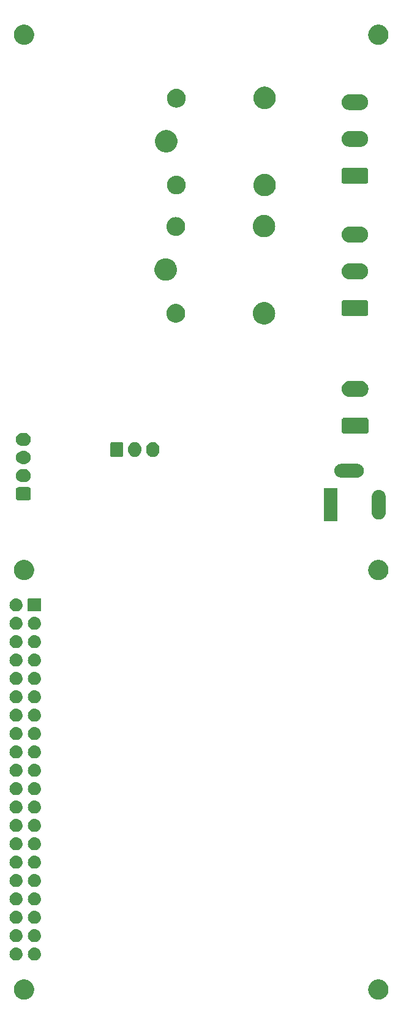
<source format=gbr>
%TF.GenerationSoftware,KiCad,Pcbnew,8.0.6*%
%TF.CreationDate,2024-12-05T11:31:46+01:00*%
%TF.ProjectId,BANBEL,42414e42-454c-42e6-9b69-6361645f7063,1.01*%
%TF.SameCoordinates,Original*%
%TF.FileFunction,Soldermask,Bot*%
%TF.FilePolarity,Negative*%
%FSLAX46Y46*%
G04 Gerber Fmt 4.6, Leading zero omitted, Abs format (unit mm)*
G04 Created by KiCad (PCBNEW 8.0.6) date 2024-12-05 11:31:46*
%MOMM*%
%LPD*%
G01*
G04 APERTURE LIST*
G04 APERTURE END LIST*
G36*
X66823892Y-153007985D02*
G01*
X66883694Y-153007985D01*
X66937079Y-153016893D01*
X66987109Y-153020831D01*
X67047361Y-153035296D01*
X67111925Y-153046070D01*
X67157712Y-153061789D01*
X67200811Y-153072136D01*
X67263549Y-153098123D01*
X67330775Y-153121202D01*
X67368323Y-153141522D01*
X67403865Y-153156244D01*
X67466860Y-153194847D01*
X67534274Y-153231330D01*
X67563445Y-153254035D01*
X67591257Y-153271078D01*
X67652028Y-153322981D01*
X67716871Y-153373451D01*
X67738025Y-153396430D01*
X67758382Y-153413817D01*
X67814280Y-153479265D01*
X67873586Y-153543688D01*
X67887524Y-153565023D01*
X67901121Y-153580942D01*
X67949438Y-153659788D01*
X68000143Y-153737398D01*
X68008065Y-153755459D01*
X68015955Y-153768334D01*
X68053979Y-153860133D01*
X68093090Y-153949296D01*
X68096515Y-153962824D01*
X68100063Y-153971388D01*
X68125219Y-154076174D01*
X68149892Y-154173603D01*
X68150567Y-154181756D01*
X68151368Y-154185090D01*
X68161288Y-154311135D01*
X68169000Y-154404200D01*
X68161287Y-154497272D01*
X68151368Y-154623309D01*
X68150567Y-154626642D01*
X68149892Y-154634797D01*
X68125215Y-154732243D01*
X68100063Y-154837011D01*
X68096516Y-154845572D01*
X68093090Y-154859104D01*
X68053972Y-154948283D01*
X68015955Y-155040065D01*
X68008067Y-155052936D01*
X68000143Y-155071002D01*
X67949428Y-155148626D01*
X67901121Y-155227457D01*
X67887527Y-155243372D01*
X67873586Y-155264712D01*
X67814268Y-155329147D01*
X67758382Y-155394582D01*
X67738029Y-155411964D01*
X67716871Y-155434949D01*
X67652015Y-155485428D01*
X67591257Y-155537321D01*
X67563451Y-155554360D01*
X67534274Y-155577070D01*
X67466846Y-155613559D01*
X67403865Y-155652155D01*
X67368331Y-155666873D01*
X67330775Y-155687198D01*
X67263535Y-155710281D01*
X67200811Y-155736263D01*
X67157722Y-155746607D01*
X67111925Y-155762330D01*
X67047347Y-155773106D01*
X66987109Y-155787568D01*
X66937090Y-155791504D01*
X66883694Y-155800415D01*
X66823879Y-155800415D01*
X66768000Y-155804813D01*
X66712120Y-155800415D01*
X66652306Y-155800415D01*
X66598910Y-155791504D01*
X66548890Y-155787568D01*
X66488648Y-155773105D01*
X66424075Y-155762330D01*
X66378280Y-155746608D01*
X66335188Y-155736263D01*
X66272458Y-155710279D01*
X66205225Y-155687198D01*
X66167672Y-155666875D01*
X66132134Y-155652155D01*
X66069145Y-155613555D01*
X66001726Y-155577070D01*
X65972552Y-155554363D01*
X65944742Y-155537321D01*
X65883973Y-155485419D01*
X65819129Y-155434949D01*
X65797973Y-155411968D01*
X65777617Y-155394582D01*
X65721717Y-155329132D01*
X65662414Y-155264712D01*
X65648475Y-155243377D01*
X65634878Y-155227457D01*
X65586555Y-155148601D01*
X65535857Y-155071002D01*
X65527935Y-155052942D01*
X65520044Y-155040065D01*
X65482009Y-154948242D01*
X65442910Y-154859104D01*
X65439485Y-154845579D01*
X65435936Y-154837011D01*
X65410765Y-154732167D01*
X65386108Y-154634797D01*
X65385432Y-154626648D01*
X65384631Y-154623309D01*
X65374692Y-154497031D01*
X65367000Y-154404200D01*
X65374691Y-154311376D01*
X65384631Y-154185090D01*
X65385432Y-154181749D01*
X65386108Y-154173603D01*
X65410760Y-154076250D01*
X65435936Y-153971388D01*
X65439485Y-153962818D01*
X65442910Y-153949296D01*
X65482002Y-153860173D01*
X65520044Y-153768334D01*
X65527936Y-153755453D01*
X65535857Y-153737398D01*
X65586545Y-153659813D01*
X65634878Y-153580942D01*
X65648478Y-153565018D01*
X65662414Y-153543688D01*
X65721705Y-153479280D01*
X65777617Y-153413817D01*
X65797978Y-153396426D01*
X65819129Y-153373451D01*
X65883960Y-153322990D01*
X65944742Y-153271078D01*
X65972558Y-153254032D01*
X66001726Y-153231330D01*
X66069131Y-153194852D01*
X66132134Y-153156244D01*
X66167679Y-153141520D01*
X66205225Y-153121202D01*
X66272444Y-153098125D01*
X66335188Y-153072136D01*
X66378289Y-153061788D01*
X66424075Y-153046070D01*
X66488635Y-153035296D01*
X66548890Y-153020831D01*
X66598921Y-153016893D01*
X66652306Y-153007985D01*
X66712108Y-153007985D01*
X66768000Y-153003586D01*
X66823892Y-153007985D01*
G37*
G36*
X115823892Y-153007985D02*
G01*
X115883694Y-153007985D01*
X115937079Y-153016893D01*
X115987109Y-153020831D01*
X116047361Y-153035296D01*
X116111925Y-153046070D01*
X116157712Y-153061789D01*
X116200811Y-153072136D01*
X116263549Y-153098123D01*
X116330775Y-153121202D01*
X116368323Y-153141522D01*
X116403865Y-153156244D01*
X116466860Y-153194847D01*
X116534274Y-153231330D01*
X116563445Y-153254035D01*
X116591257Y-153271078D01*
X116652028Y-153322981D01*
X116716871Y-153373451D01*
X116738025Y-153396430D01*
X116758382Y-153413817D01*
X116814280Y-153479265D01*
X116873586Y-153543688D01*
X116887524Y-153565023D01*
X116901121Y-153580942D01*
X116949438Y-153659788D01*
X117000143Y-153737398D01*
X117008065Y-153755459D01*
X117015955Y-153768334D01*
X117053979Y-153860133D01*
X117093090Y-153949296D01*
X117096515Y-153962824D01*
X117100063Y-153971388D01*
X117125219Y-154076174D01*
X117149892Y-154173603D01*
X117150567Y-154181756D01*
X117151368Y-154185090D01*
X117161288Y-154311135D01*
X117169000Y-154404200D01*
X117161287Y-154497272D01*
X117151368Y-154623309D01*
X117150567Y-154626642D01*
X117149892Y-154634797D01*
X117125215Y-154732243D01*
X117100063Y-154837011D01*
X117096516Y-154845572D01*
X117093090Y-154859104D01*
X117053972Y-154948283D01*
X117015955Y-155040065D01*
X117008067Y-155052936D01*
X117000143Y-155071002D01*
X116949428Y-155148626D01*
X116901121Y-155227457D01*
X116887527Y-155243372D01*
X116873586Y-155264712D01*
X116814268Y-155329147D01*
X116758382Y-155394582D01*
X116738029Y-155411964D01*
X116716871Y-155434949D01*
X116652015Y-155485428D01*
X116591257Y-155537321D01*
X116563451Y-155554360D01*
X116534274Y-155577070D01*
X116466846Y-155613559D01*
X116403865Y-155652155D01*
X116368331Y-155666873D01*
X116330775Y-155687198D01*
X116263535Y-155710281D01*
X116200811Y-155736263D01*
X116157722Y-155746607D01*
X116111925Y-155762330D01*
X116047347Y-155773106D01*
X115987109Y-155787568D01*
X115937090Y-155791504D01*
X115883694Y-155800415D01*
X115823879Y-155800415D01*
X115768000Y-155804813D01*
X115712120Y-155800415D01*
X115652306Y-155800415D01*
X115598910Y-155791504D01*
X115548890Y-155787568D01*
X115488648Y-155773105D01*
X115424075Y-155762330D01*
X115378280Y-155746608D01*
X115335188Y-155736263D01*
X115272458Y-155710279D01*
X115205225Y-155687198D01*
X115167672Y-155666875D01*
X115132134Y-155652155D01*
X115069145Y-155613555D01*
X115001726Y-155577070D01*
X114972552Y-155554363D01*
X114944742Y-155537321D01*
X114883973Y-155485419D01*
X114819129Y-155434949D01*
X114797973Y-155411968D01*
X114777617Y-155394582D01*
X114721717Y-155329132D01*
X114662414Y-155264712D01*
X114648475Y-155243377D01*
X114634878Y-155227457D01*
X114586555Y-155148601D01*
X114535857Y-155071002D01*
X114527935Y-155052942D01*
X114520044Y-155040065D01*
X114482009Y-154948242D01*
X114442910Y-154859104D01*
X114439485Y-154845579D01*
X114435936Y-154837011D01*
X114410765Y-154732167D01*
X114386108Y-154634797D01*
X114385432Y-154626648D01*
X114384631Y-154623309D01*
X114374692Y-154497031D01*
X114367000Y-154404200D01*
X114374691Y-154311376D01*
X114384631Y-154185090D01*
X114385432Y-154181749D01*
X114386108Y-154173603D01*
X114410760Y-154076250D01*
X114435936Y-153971388D01*
X114439485Y-153962818D01*
X114442910Y-153949296D01*
X114482002Y-153860173D01*
X114520044Y-153768334D01*
X114527936Y-153755453D01*
X114535857Y-153737398D01*
X114586545Y-153659813D01*
X114634878Y-153580942D01*
X114648478Y-153565018D01*
X114662414Y-153543688D01*
X114721705Y-153479280D01*
X114777617Y-153413817D01*
X114797978Y-153396426D01*
X114819129Y-153373451D01*
X114883960Y-153322990D01*
X114944742Y-153271078D01*
X114972558Y-153254032D01*
X115001726Y-153231330D01*
X115069131Y-153194852D01*
X115132134Y-153156244D01*
X115167679Y-153141520D01*
X115205225Y-153121202D01*
X115272444Y-153098125D01*
X115335188Y-153072136D01*
X115378289Y-153061788D01*
X115424075Y-153046070D01*
X115488635Y-153035296D01*
X115548890Y-153020831D01*
X115598921Y-153016893D01*
X115652306Y-153007985D01*
X115712108Y-153007985D01*
X115768000Y-153003586D01*
X115823892Y-153007985D01*
G37*
G36*
X65706983Y-148603136D02*
G01*
X65757180Y-148603136D01*
X65800524Y-148612349D01*
X65838659Y-148616105D01*
X65886566Y-148630637D01*
X65941424Y-148642298D01*
X65976530Y-148657928D01*
X66007566Y-148667343D01*
X66056884Y-148693704D01*
X66113500Y-148718911D01*
X66139822Y-148738035D01*
X66163232Y-148750548D01*
X66210988Y-148789740D01*
X66265887Y-148829627D01*
X66283711Y-148849423D01*
X66299675Y-148862524D01*
X66342572Y-148914794D01*
X66391924Y-148969605D01*
X66402292Y-148987563D01*
X66411651Y-148998967D01*
X66446273Y-149063742D01*
X66486104Y-149132730D01*
X66490685Y-149146830D01*
X66494856Y-149154633D01*
X66517852Y-149230442D01*
X66544311Y-149311872D01*
X66545242Y-149320732D01*
X66546094Y-149323540D01*
X66554384Y-149407713D01*
X66564000Y-149499200D01*
X66554383Y-149590694D01*
X66546094Y-149674859D01*
X66545242Y-149677666D01*
X66544311Y-149686528D01*
X66517848Y-149767971D01*
X66494856Y-149843766D01*
X66490686Y-149851566D01*
X66486104Y-149865670D01*
X66446266Y-149934670D01*
X66411651Y-149999432D01*
X66402294Y-150010833D01*
X66391924Y-150028795D01*
X66342563Y-150083615D01*
X66299675Y-150135875D01*
X66283714Y-150148973D01*
X66265887Y-150168773D01*
X66210977Y-150208667D01*
X66163232Y-150247851D01*
X66139827Y-150260361D01*
X66113500Y-150279489D01*
X66056873Y-150304700D01*
X66007566Y-150331056D01*
X65976537Y-150340468D01*
X65941424Y-150356102D01*
X65886555Y-150367764D01*
X65838659Y-150382294D01*
X65800532Y-150386049D01*
X65757180Y-150395264D01*
X65706973Y-150395264D01*
X65663000Y-150399595D01*
X65619027Y-150395264D01*
X65568820Y-150395264D01*
X65525467Y-150386049D01*
X65487340Y-150382294D01*
X65439441Y-150367763D01*
X65384576Y-150356102D01*
X65349464Y-150340469D01*
X65318433Y-150331056D01*
X65269120Y-150304698D01*
X65212500Y-150279489D01*
X65186175Y-150260363D01*
X65162767Y-150247851D01*
X65115013Y-150208660D01*
X65060113Y-150168773D01*
X65042287Y-150148976D01*
X65026324Y-150135875D01*
X64983425Y-150083602D01*
X64934076Y-150028795D01*
X64923708Y-150010837D01*
X64914348Y-149999432D01*
X64879719Y-149934647D01*
X64839896Y-149865670D01*
X64835315Y-149851571D01*
X64831143Y-149843766D01*
X64808136Y-149767925D01*
X64781689Y-149686528D01*
X64780758Y-149677671D01*
X64779905Y-149674859D01*
X64771600Y-149590542D01*
X64762000Y-149499200D01*
X64771599Y-149407864D01*
X64779905Y-149323540D01*
X64780758Y-149320727D01*
X64781689Y-149311872D01*
X64808132Y-149230488D01*
X64831143Y-149154633D01*
X64835315Y-149146826D01*
X64839896Y-149132730D01*
X64879712Y-149063765D01*
X64914348Y-148998967D01*
X64923710Y-148987559D01*
X64934076Y-148969605D01*
X64983416Y-148914807D01*
X65026324Y-148862524D01*
X65042291Y-148849419D01*
X65060113Y-148829627D01*
X65115002Y-148789746D01*
X65162767Y-148750548D01*
X65186180Y-148738033D01*
X65212500Y-148718911D01*
X65269109Y-148693706D01*
X65318433Y-148667343D01*
X65349471Y-148657927D01*
X65384576Y-148642298D01*
X65439430Y-148630638D01*
X65487340Y-148616105D01*
X65525476Y-148612348D01*
X65568820Y-148603136D01*
X65619016Y-148603136D01*
X65663000Y-148598804D01*
X65706983Y-148603136D01*
G37*
G36*
X68246983Y-148603136D02*
G01*
X68297180Y-148603136D01*
X68340524Y-148612349D01*
X68378659Y-148616105D01*
X68426566Y-148630637D01*
X68481424Y-148642298D01*
X68516530Y-148657928D01*
X68547566Y-148667343D01*
X68596884Y-148693704D01*
X68653500Y-148718911D01*
X68679822Y-148738035D01*
X68703232Y-148750548D01*
X68750988Y-148789740D01*
X68805887Y-148829627D01*
X68823711Y-148849423D01*
X68839675Y-148862524D01*
X68882572Y-148914794D01*
X68931924Y-148969605D01*
X68942292Y-148987563D01*
X68951651Y-148998967D01*
X68986273Y-149063742D01*
X69026104Y-149132730D01*
X69030685Y-149146830D01*
X69034856Y-149154633D01*
X69057852Y-149230442D01*
X69084311Y-149311872D01*
X69085242Y-149320732D01*
X69086094Y-149323540D01*
X69094384Y-149407713D01*
X69104000Y-149499200D01*
X69094383Y-149590694D01*
X69086094Y-149674859D01*
X69085242Y-149677666D01*
X69084311Y-149686528D01*
X69057848Y-149767971D01*
X69034856Y-149843766D01*
X69030686Y-149851566D01*
X69026104Y-149865670D01*
X68986266Y-149934670D01*
X68951651Y-149999432D01*
X68942294Y-150010833D01*
X68931924Y-150028795D01*
X68882563Y-150083615D01*
X68839675Y-150135875D01*
X68823714Y-150148973D01*
X68805887Y-150168773D01*
X68750977Y-150208667D01*
X68703232Y-150247851D01*
X68679827Y-150260361D01*
X68653500Y-150279489D01*
X68596873Y-150304700D01*
X68547566Y-150331056D01*
X68516537Y-150340468D01*
X68481424Y-150356102D01*
X68426555Y-150367764D01*
X68378659Y-150382294D01*
X68340532Y-150386049D01*
X68297180Y-150395264D01*
X68246973Y-150395264D01*
X68203000Y-150399595D01*
X68159027Y-150395264D01*
X68108820Y-150395264D01*
X68065467Y-150386049D01*
X68027340Y-150382294D01*
X67979441Y-150367763D01*
X67924576Y-150356102D01*
X67889464Y-150340469D01*
X67858433Y-150331056D01*
X67809120Y-150304698D01*
X67752500Y-150279489D01*
X67726175Y-150260363D01*
X67702767Y-150247851D01*
X67655013Y-150208660D01*
X67600113Y-150168773D01*
X67582287Y-150148976D01*
X67566324Y-150135875D01*
X67523425Y-150083602D01*
X67474076Y-150028795D01*
X67463708Y-150010837D01*
X67454348Y-149999432D01*
X67419719Y-149934647D01*
X67379896Y-149865670D01*
X67375315Y-149851571D01*
X67371143Y-149843766D01*
X67348136Y-149767925D01*
X67321689Y-149686528D01*
X67320758Y-149677671D01*
X67319905Y-149674859D01*
X67311600Y-149590542D01*
X67302000Y-149499200D01*
X67311599Y-149407864D01*
X67319905Y-149323540D01*
X67320758Y-149320727D01*
X67321689Y-149311872D01*
X67348132Y-149230488D01*
X67371143Y-149154633D01*
X67375315Y-149146826D01*
X67379896Y-149132730D01*
X67419712Y-149063765D01*
X67454348Y-148998967D01*
X67463710Y-148987559D01*
X67474076Y-148969605D01*
X67523416Y-148914807D01*
X67566324Y-148862524D01*
X67582291Y-148849419D01*
X67600113Y-148829627D01*
X67655002Y-148789746D01*
X67702767Y-148750548D01*
X67726180Y-148738033D01*
X67752500Y-148718911D01*
X67809109Y-148693706D01*
X67858433Y-148667343D01*
X67889471Y-148657927D01*
X67924576Y-148642298D01*
X67979430Y-148630638D01*
X68027340Y-148616105D01*
X68065476Y-148612348D01*
X68108820Y-148603136D01*
X68159016Y-148603136D01*
X68203000Y-148598804D01*
X68246983Y-148603136D01*
G37*
G36*
X65706983Y-146063136D02*
G01*
X65757180Y-146063136D01*
X65800524Y-146072349D01*
X65838659Y-146076105D01*
X65886566Y-146090637D01*
X65941424Y-146102298D01*
X65976530Y-146117928D01*
X66007566Y-146127343D01*
X66056884Y-146153704D01*
X66113500Y-146178911D01*
X66139822Y-146198035D01*
X66163232Y-146210548D01*
X66210988Y-146249740D01*
X66265887Y-146289627D01*
X66283711Y-146309423D01*
X66299675Y-146322524D01*
X66342572Y-146374794D01*
X66391924Y-146429605D01*
X66402292Y-146447563D01*
X66411651Y-146458967D01*
X66446273Y-146523742D01*
X66486104Y-146592730D01*
X66490685Y-146606830D01*
X66494856Y-146614633D01*
X66517852Y-146690442D01*
X66544311Y-146771872D01*
X66545242Y-146780732D01*
X66546094Y-146783540D01*
X66554384Y-146867713D01*
X66564000Y-146959200D01*
X66554383Y-147050694D01*
X66546094Y-147134859D01*
X66545242Y-147137666D01*
X66544311Y-147146528D01*
X66517848Y-147227971D01*
X66494856Y-147303766D01*
X66490686Y-147311566D01*
X66486104Y-147325670D01*
X66446266Y-147394670D01*
X66411651Y-147459432D01*
X66402294Y-147470833D01*
X66391924Y-147488795D01*
X66342563Y-147543615D01*
X66299675Y-147595875D01*
X66283714Y-147608973D01*
X66265887Y-147628773D01*
X66210977Y-147668667D01*
X66163232Y-147707851D01*
X66139827Y-147720361D01*
X66113500Y-147739489D01*
X66056873Y-147764700D01*
X66007566Y-147791056D01*
X65976537Y-147800468D01*
X65941424Y-147816102D01*
X65886555Y-147827764D01*
X65838659Y-147842294D01*
X65800532Y-147846049D01*
X65757180Y-147855264D01*
X65706973Y-147855264D01*
X65663000Y-147859595D01*
X65619027Y-147855264D01*
X65568820Y-147855264D01*
X65525467Y-147846049D01*
X65487340Y-147842294D01*
X65439441Y-147827763D01*
X65384576Y-147816102D01*
X65349464Y-147800469D01*
X65318433Y-147791056D01*
X65269120Y-147764698D01*
X65212500Y-147739489D01*
X65186175Y-147720363D01*
X65162767Y-147707851D01*
X65115013Y-147668660D01*
X65060113Y-147628773D01*
X65042287Y-147608976D01*
X65026324Y-147595875D01*
X64983425Y-147543602D01*
X64934076Y-147488795D01*
X64923708Y-147470837D01*
X64914348Y-147459432D01*
X64879719Y-147394647D01*
X64839896Y-147325670D01*
X64835315Y-147311571D01*
X64831143Y-147303766D01*
X64808136Y-147227925D01*
X64781689Y-147146528D01*
X64780758Y-147137671D01*
X64779905Y-147134859D01*
X64771600Y-147050542D01*
X64762000Y-146959200D01*
X64771599Y-146867864D01*
X64779905Y-146783540D01*
X64780758Y-146780727D01*
X64781689Y-146771872D01*
X64808132Y-146690488D01*
X64831143Y-146614633D01*
X64835315Y-146606826D01*
X64839896Y-146592730D01*
X64879712Y-146523765D01*
X64914348Y-146458967D01*
X64923710Y-146447559D01*
X64934076Y-146429605D01*
X64983416Y-146374807D01*
X65026324Y-146322524D01*
X65042291Y-146309419D01*
X65060113Y-146289627D01*
X65115002Y-146249746D01*
X65162767Y-146210548D01*
X65186180Y-146198033D01*
X65212500Y-146178911D01*
X65269109Y-146153706D01*
X65318433Y-146127343D01*
X65349471Y-146117927D01*
X65384576Y-146102298D01*
X65439430Y-146090638D01*
X65487340Y-146076105D01*
X65525476Y-146072348D01*
X65568820Y-146063136D01*
X65619016Y-146063136D01*
X65663000Y-146058804D01*
X65706983Y-146063136D01*
G37*
G36*
X68246983Y-146063136D02*
G01*
X68297180Y-146063136D01*
X68340524Y-146072349D01*
X68378659Y-146076105D01*
X68426566Y-146090637D01*
X68481424Y-146102298D01*
X68516530Y-146117928D01*
X68547566Y-146127343D01*
X68596884Y-146153704D01*
X68653500Y-146178911D01*
X68679822Y-146198035D01*
X68703232Y-146210548D01*
X68750988Y-146249740D01*
X68805887Y-146289627D01*
X68823711Y-146309423D01*
X68839675Y-146322524D01*
X68882572Y-146374794D01*
X68931924Y-146429605D01*
X68942292Y-146447563D01*
X68951651Y-146458967D01*
X68986273Y-146523742D01*
X69026104Y-146592730D01*
X69030685Y-146606830D01*
X69034856Y-146614633D01*
X69057852Y-146690442D01*
X69084311Y-146771872D01*
X69085242Y-146780732D01*
X69086094Y-146783540D01*
X69094384Y-146867713D01*
X69104000Y-146959200D01*
X69094383Y-147050694D01*
X69086094Y-147134859D01*
X69085242Y-147137666D01*
X69084311Y-147146528D01*
X69057848Y-147227971D01*
X69034856Y-147303766D01*
X69030686Y-147311566D01*
X69026104Y-147325670D01*
X68986266Y-147394670D01*
X68951651Y-147459432D01*
X68942294Y-147470833D01*
X68931924Y-147488795D01*
X68882563Y-147543615D01*
X68839675Y-147595875D01*
X68823714Y-147608973D01*
X68805887Y-147628773D01*
X68750977Y-147668667D01*
X68703232Y-147707851D01*
X68679827Y-147720361D01*
X68653500Y-147739489D01*
X68596873Y-147764700D01*
X68547566Y-147791056D01*
X68516537Y-147800468D01*
X68481424Y-147816102D01*
X68426555Y-147827764D01*
X68378659Y-147842294D01*
X68340532Y-147846049D01*
X68297180Y-147855264D01*
X68246973Y-147855264D01*
X68203000Y-147859595D01*
X68159027Y-147855264D01*
X68108820Y-147855264D01*
X68065467Y-147846049D01*
X68027340Y-147842294D01*
X67979441Y-147827763D01*
X67924576Y-147816102D01*
X67889464Y-147800469D01*
X67858433Y-147791056D01*
X67809120Y-147764698D01*
X67752500Y-147739489D01*
X67726175Y-147720363D01*
X67702767Y-147707851D01*
X67655013Y-147668660D01*
X67600113Y-147628773D01*
X67582287Y-147608976D01*
X67566324Y-147595875D01*
X67523425Y-147543602D01*
X67474076Y-147488795D01*
X67463708Y-147470837D01*
X67454348Y-147459432D01*
X67419719Y-147394647D01*
X67379896Y-147325670D01*
X67375315Y-147311571D01*
X67371143Y-147303766D01*
X67348136Y-147227925D01*
X67321689Y-147146528D01*
X67320758Y-147137671D01*
X67319905Y-147134859D01*
X67311600Y-147050542D01*
X67302000Y-146959200D01*
X67311599Y-146867864D01*
X67319905Y-146783540D01*
X67320758Y-146780727D01*
X67321689Y-146771872D01*
X67348132Y-146690488D01*
X67371143Y-146614633D01*
X67375315Y-146606826D01*
X67379896Y-146592730D01*
X67419712Y-146523765D01*
X67454348Y-146458967D01*
X67463710Y-146447559D01*
X67474076Y-146429605D01*
X67523416Y-146374807D01*
X67566324Y-146322524D01*
X67582291Y-146309419D01*
X67600113Y-146289627D01*
X67655002Y-146249746D01*
X67702767Y-146210548D01*
X67726180Y-146198033D01*
X67752500Y-146178911D01*
X67809109Y-146153706D01*
X67858433Y-146127343D01*
X67889471Y-146117927D01*
X67924576Y-146102298D01*
X67979430Y-146090638D01*
X68027340Y-146076105D01*
X68065476Y-146072348D01*
X68108820Y-146063136D01*
X68159016Y-146063136D01*
X68203000Y-146058804D01*
X68246983Y-146063136D01*
G37*
G36*
X65706983Y-143523136D02*
G01*
X65757180Y-143523136D01*
X65800524Y-143532349D01*
X65838659Y-143536105D01*
X65886566Y-143550637D01*
X65941424Y-143562298D01*
X65976530Y-143577928D01*
X66007566Y-143587343D01*
X66056884Y-143613704D01*
X66113500Y-143638911D01*
X66139822Y-143658035D01*
X66163232Y-143670548D01*
X66210988Y-143709740D01*
X66265887Y-143749627D01*
X66283711Y-143769423D01*
X66299675Y-143782524D01*
X66342572Y-143834794D01*
X66391924Y-143889605D01*
X66402292Y-143907563D01*
X66411651Y-143918967D01*
X66446273Y-143983742D01*
X66486104Y-144052730D01*
X66490685Y-144066830D01*
X66494856Y-144074633D01*
X66517852Y-144150442D01*
X66544311Y-144231872D01*
X66545242Y-144240732D01*
X66546094Y-144243540D01*
X66554384Y-144327713D01*
X66564000Y-144419200D01*
X66554383Y-144510694D01*
X66546094Y-144594859D01*
X66545242Y-144597666D01*
X66544311Y-144606528D01*
X66517848Y-144687971D01*
X66494856Y-144763766D01*
X66490686Y-144771566D01*
X66486104Y-144785670D01*
X66446266Y-144854670D01*
X66411651Y-144919432D01*
X66402294Y-144930833D01*
X66391924Y-144948795D01*
X66342563Y-145003615D01*
X66299675Y-145055875D01*
X66283714Y-145068973D01*
X66265887Y-145088773D01*
X66210977Y-145128667D01*
X66163232Y-145167851D01*
X66139827Y-145180361D01*
X66113500Y-145199489D01*
X66056873Y-145224700D01*
X66007566Y-145251056D01*
X65976537Y-145260468D01*
X65941424Y-145276102D01*
X65886555Y-145287764D01*
X65838659Y-145302294D01*
X65800532Y-145306049D01*
X65757180Y-145315264D01*
X65706973Y-145315264D01*
X65663000Y-145319595D01*
X65619027Y-145315264D01*
X65568820Y-145315264D01*
X65525467Y-145306049D01*
X65487340Y-145302294D01*
X65439441Y-145287763D01*
X65384576Y-145276102D01*
X65349464Y-145260469D01*
X65318433Y-145251056D01*
X65269120Y-145224698D01*
X65212500Y-145199489D01*
X65186175Y-145180363D01*
X65162767Y-145167851D01*
X65115013Y-145128660D01*
X65060113Y-145088773D01*
X65042287Y-145068976D01*
X65026324Y-145055875D01*
X64983425Y-145003602D01*
X64934076Y-144948795D01*
X64923708Y-144930837D01*
X64914348Y-144919432D01*
X64879719Y-144854647D01*
X64839896Y-144785670D01*
X64835315Y-144771571D01*
X64831143Y-144763766D01*
X64808136Y-144687925D01*
X64781689Y-144606528D01*
X64780758Y-144597671D01*
X64779905Y-144594859D01*
X64771600Y-144510542D01*
X64762000Y-144419200D01*
X64771599Y-144327864D01*
X64779905Y-144243540D01*
X64780758Y-144240727D01*
X64781689Y-144231872D01*
X64808132Y-144150488D01*
X64831143Y-144074633D01*
X64835315Y-144066826D01*
X64839896Y-144052730D01*
X64879712Y-143983765D01*
X64914348Y-143918967D01*
X64923710Y-143907559D01*
X64934076Y-143889605D01*
X64983416Y-143834807D01*
X65026324Y-143782524D01*
X65042291Y-143769419D01*
X65060113Y-143749627D01*
X65115002Y-143709746D01*
X65162767Y-143670548D01*
X65186180Y-143658033D01*
X65212500Y-143638911D01*
X65269109Y-143613706D01*
X65318433Y-143587343D01*
X65349471Y-143577927D01*
X65384576Y-143562298D01*
X65439430Y-143550638D01*
X65487340Y-143536105D01*
X65525476Y-143532348D01*
X65568820Y-143523136D01*
X65619016Y-143523136D01*
X65663000Y-143518804D01*
X65706983Y-143523136D01*
G37*
G36*
X68246983Y-143523136D02*
G01*
X68297180Y-143523136D01*
X68340524Y-143532349D01*
X68378659Y-143536105D01*
X68426566Y-143550637D01*
X68481424Y-143562298D01*
X68516530Y-143577928D01*
X68547566Y-143587343D01*
X68596884Y-143613704D01*
X68653500Y-143638911D01*
X68679822Y-143658035D01*
X68703232Y-143670548D01*
X68750988Y-143709740D01*
X68805887Y-143749627D01*
X68823711Y-143769423D01*
X68839675Y-143782524D01*
X68882572Y-143834794D01*
X68931924Y-143889605D01*
X68942292Y-143907563D01*
X68951651Y-143918967D01*
X68986273Y-143983742D01*
X69026104Y-144052730D01*
X69030685Y-144066830D01*
X69034856Y-144074633D01*
X69057852Y-144150442D01*
X69084311Y-144231872D01*
X69085242Y-144240732D01*
X69086094Y-144243540D01*
X69094384Y-144327713D01*
X69104000Y-144419200D01*
X69094383Y-144510694D01*
X69086094Y-144594859D01*
X69085242Y-144597666D01*
X69084311Y-144606528D01*
X69057848Y-144687971D01*
X69034856Y-144763766D01*
X69030686Y-144771566D01*
X69026104Y-144785670D01*
X68986266Y-144854670D01*
X68951651Y-144919432D01*
X68942294Y-144930833D01*
X68931924Y-144948795D01*
X68882563Y-145003615D01*
X68839675Y-145055875D01*
X68823714Y-145068973D01*
X68805887Y-145088773D01*
X68750977Y-145128667D01*
X68703232Y-145167851D01*
X68679827Y-145180361D01*
X68653500Y-145199489D01*
X68596873Y-145224700D01*
X68547566Y-145251056D01*
X68516537Y-145260468D01*
X68481424Y-145276102D01*
X68426555Y-145287764D01*
X68378659Y-145302294D01*
X68340532Y-145306049D01*
X68297180Y-145315264D01*
X68246973Y-145315264D01*
X68203000Y-145319595D01*
X68159027Y-145315264D01*
X68108820Y-145315264D01*
X68065467Y-145306049D01*
X68027340Y-145302294D01*
X67979441Y-145287763D01*
X67924576Y-145276102D01*
X67889464Y-145260469D01*
X67858433Y-145251056D01*
X67809120Y-145224698D01*
X67752500Y-145199489D01*
X67726175Y-145180363D01*
X67702767Y-145167851D01*
X67655013Y-145128660D01*
X67600113Y-145088773D01*
X67582287Y-145068976D01*
X67566324Y-145055875D01*
X67523425Y-145003602D01*
X67474076Y-144948795D01*
X67463708Y-144930837D01*
X67454348Y-144919432D01*
X67419719Y-144854647D01*
X67379896Y-144785670D01*
X67375315Y-144771571D01*
X67371143Y-144763766D01*
X67348136Y-144687925D01*
X67321689Y-144606528D01*
X67320758Y-144597671D01*
X67319905Y-144594859D01*
X67311600Y-144510542D01*
X67302000Y-144419200D01*
X67311599Y-144327864D01*
X67319905Y-144243540D01*
X67320758Y-144240727D01*
X67321689Y-144231872D01*
X67348132Y-144150488D01*
X67371143Y-144074633D01*
X67375315Y-144066826D01*
X67379896Y-144052730D01*
X67419712Y-143983765D01*
X67454348Y-143918967D01*
X67463710Y-143907559D01*
X67474076Y-143889605D01*
X67523416Y-143834807D01*
X67566324Y-143782524D01*
X67582291Y-143769419D01*
X67600113Y-143749627D01*
X67655002Y-143709746D01*
X67702767Y-143670548D01*
X67726180Y-143658033D01*
X67752500Y-143638911D01*
X67809109Y-143613706D01*
X67858433Y-143587343D01*
X67889471Y-143577927D01*
X67924576Y-143562298D01*
X67979430Y-143550638D01*
X68027340Y-143536105D01*
X68065476Y-143532348D01*
X68108820Y-143523136D01*
X68159016Y-143523136D01*
X68203000Y-143518804D01*
X68246983Y-143523136D01*
G37*
G36*
X65706983Y-140983136D02*
G01*
X65757180Y-140983136D01*
X65800524Y-140992349D01*
X65838659Y-140996105D01*
X65886566Y-141010637D01*
X65941424Y-141022298D01*
X65976530Y-141037928D01*
X66007566Y-141047343D01*
X66056884Y-141073704D01*
X66113500Y-141098911D01*
X66139822Y-141118035D01*
X66163232Y-141130548D01*
X66210988Y-141169740D01*
X66265887Y-141209627D01*
X66283711Y-141229423D01*
X66299675Y-141242524D01*
X66342572Y-141294794D01*
X66391924Y-141349605D01*
X66402292Y-141367563D01*
X66411651Y-141378967D01*
X66446273Y-141443742D01*
X66486104Y-141512730D01*
X66490685Y-141526830D01*
X66494856Y-141534633D01*
X66517852Y-141610442D01*
X66544311Y-141691872D01*
X66545242Y-141700732D01*
X66546094Y-141703540D01*
X66554384Y-141787713D01*
X66564000Y-141879200D01*
X66554383Y-141970694D01*
X66546094Y-142054859D01*
X66545242Y-142057666D01*
X66544311Y-142066528D01*
X66517848Y-142147971D01*
X66494856Y-142223766D01*
X66490686Y-142231566D01*
X66486104Y-142245670D01*
X66446266Y-142314670D01*
X66411651Y-142379432D01*
X66402294Y-142390833D01*
X66391924Y-142408795D01*
X66342563Y-142463615D01*
X66299675Y-142515875D01*
X66283714Y-142528973D01*
X66265887Y-142548773D01*
X66210977Y-142588667D01*
X66163232Y-142627851D01*
X66139827Y-142640361D01*
X66113500Y-142659489D01*
X66056873Y-142684700D01*
X66007566Y-142711056D01*
X65976537Y-142720468D01*
X65941424Y-142736102D01*
X65886555Y-142747764D01*
X65838659Y-142762294D01*
X65800532Y-142766049D01*
X65757180Y-142775264D01*
X65706973Y-142775264D01*
X65663000Y-142779595D01*
X65619027Y-142775264D01*
X65568820Y-142775264D01*
X65525467Y-142766049D01*
X65487340Y-142762294D01*
X65439441Y-142747763D01*
X65384576Y-142736102D01*
X65349464Y-142720469D01*
X65318433Y-142711056D01*
X65269120Y-142684698D01*
X65212500Y-142659489D01*
X65186175Y-142640363D01*
X65162767Y-142627851D01*
X65115013Y-142588660D01*
X65060113Y-142548773D01*
X65042287Y-142528976D01*
X65026324Y-142515875D01*
X64983425Y-142463602D01*
X64934076Y-142408795D01*
X64923708Y-142390837D01*
X64914348Y-142379432D01*
X64879719Y-142314647D01*
X64839896Y-142245670D01*
X64835315Y-142231571D01*
X64831143Y-142223766D01*
X64808136Y-142147925D01*
X64781689Y-142066528D01*
X64780758Y-142057671D01*
X64779905Y-142054859D01*
X64771600Y-141970542D01*
X64762000Y-141879200D01*
X64771599Y-141787864D01*
X64779905Y-141703540D01*
X64780758Y-141700727D01*
X64781689Y-141691872D01*
X64808132Y-141610488D01*
X64831143Y-141534633D01*
X64835315Y-141526826D01*
X64839896Y-141512730D01*
X64879712Y-141443765D01*
X64914348Y-141378967D01*
X64923710Y-141367559D01*
X64934076Y-141349605D01*
X64983416Y-141294807D01*
X65026324Y-141242524D01*
X65042291Y-141229419D01*
X65060113Y-141209627D01*
X65115002Y-141169746D01*
X65162767Y-141130548D01*
X65186180Y-141118033D01*
X65212500Y-141098911D01*
X65269109Y-141073706D01*
X65318433Y-141047343D01*
X65349471Y-141037927D01*
X65384576Y-141022298D01*
X65439430Y-141010638D01*
X65487340Y-140996105D01*
X65525476Y-140992348D01*
X65568820Y-140983136D01*
X65619016Y-140983136D01*
X65663000Y-140978804D01*
X65706983Y-140983136D01*
G37*
G36*
X68246983Y-140983136D02*
G01*
X68297180Y-140983136D01*
X68340524Y-140992349D01*
X68378659Y-140996105D01*
X68426566Y-141010637D01*
X68481424Y-141022298D01*
X68516530Y-141037928D01*
X68547566Y-141047343D01*
X68596884Y-141073704D01*
X68653500Y-141098911D01*
X68679822Y-141118035D01*
X68703232Y-141130548D01*
X68750988Y-141169740D01*
X68805887Y-141209627D01*
X68823711Y-141229423D01*
X68839675Y-141242524D01*
X68882572Y-141294794D01*
X68931924Y-141349605D01*
X68942292Y-141367563D01*
X68951651Y-141378967D01*
X68986273Y-141443742D01*
X69026104Y-141512730D01*
X69030685Y-141526830D01*
X69034856Y-141534633D01*
X69057852Y-141610442D01*
X69084311Y-141691872D01*
X69085242Y-141700732D01*
X69086094Y-141703540D01*
X69094384Y-141787713D01*
X69104000Y-141879200D01*
X69094383Y-141970694D01*
X69086094Y-142054859D01*
X69085242Y-142057666D01*
X69084311Y-142066528D01*
X69057848Y-142147971D01*
X69034856Y-142223766D01*
X69030686Y-142231566D01*
X69026104Y-142245670D01*
X68986266Y-142314670D01*
X68951651Y-142379432D01*
X68942294Y-142390833D01*
X68931924Y-142408795D01*
X68882563Y-142463615D01*
X68839675Y-142515875D01*
X68823714Y-142528973D01*
X68805887Y-142548773D01*
X68750977Y-142588667D01*
X68703232Y-142627851D01*
X68679827Y-142640361D01*
X68653500Y-142659489D01*
X68596873Y-142684700D01*
X68547566Y-142711056D01*
X68516537Y-142720468D01*
X68481424Y-142736102D01*
X68426555Y-142747764D01*
X68378659Y-142762294D01*
X68340532Y-142766049D01*
X68297180Y-142775264D01*
X68246973Y-142775264D01*
X68203000Y-142779595D01*
X68159027Y-142775264D01*
X68108820Y-142775264D01*
X68065467Y-142766049D01*
X68027340Y-142762294D01*
X67979441Y-142747763D01*
X67924576Y-142736102D01*
X67889464Y-142720469D01*
X67858433Y-142711056D01*
X67809120Y-142684698D01*
X67752500Y-142659489D01*
X67726175Y-142640363D01*
X67702767Y-142627851D01*
X67655013Y-142588660D01*
X67600113Y-142548773D01*
X67582287Y-142528976D01*
X67566324Y-142515875D01*
X67523425Y-142463602D01*
X67474076Y-142408795D01*
X67463708Y-142390837D01*
X67454348Y-142379432D01*
X67419719Y-142314647D01*
X67379896Y-142245670D01*
X67375315Y-142231571D01*
X67371143Y-142223766D01*
X67348136Y-142147925D01*
X67321689Y-142066528D01*
X67320758Y-142057671D01*
X67319905Y-142054859D01*
X67311600Y-141970542D01*
X67302000Y-141879200D01*
X67311599Y-141787864D01*
X67319905Y-141703540D01*
X67320758Y-141700727D01*
X67321689Y-141691872D01*
X67348132Y-141610488D01*
X67371143Y-141534633D01*
X67375315Y-141526826D01*
X67379896Y-141512730D01*
X67419712Y-141443765D01*
X67454348Y-141378967D01*
X67463710Y-141367559D01*
X67474076Y-141349605D01*
X67523416Y-141294807D01*
X67566324Y-141242524D01*
X67582291Y-141229419D01*
X67600113Y-141209627D01*
X67655002Y-141169746D01*
X67702767Y-141130548D01*
X67726180Y-141118033D01*
X67752500Y-141098911D01*
X67809109Y-141073706D01*
X67858433Y-141047343D01*
X67889471Y-141037927D01*
X67924576Y-141022298D01*
X67979430Y-141010638D01*
X68027340Y-140996105D01*
X68065476Y-140992348D01*
X68108820Y-140983136D01*
X68159016Y-140983136D01*
X68203000Y-140978804D01*
X68246983Y-140983136D01*
G37*
G36*
X65706983Y-138443136D02*
G01*
X65757180Y-138443136D01*
X65800524Y-138452349D01*
X65838659Y-138456105D01*
X65886566Y-138470637D01*
X65941424Y-138482298D01*
X65976530Y-138497928D01*
X66007566Y-138507343D01*
X66056884Y-138533704D01*
X66113500Y-138558911D01*
X66139822Y-138578035D01*
X66163232Y-138590548D01*
X66210988Y-138629740D01*
X66265887Y-138669627D01*
X66283711Y-138689423D01*
X66299675Y-138702524D01*
X66342572Y-138754794D01*
X66391924Y-138809605D01*
X66402292Y-138827563D01*
X66411651Y-138838967D01*
X66446273Y-138903742D01*
X66486104Y-138972730D01*
X66490685Y-138986830D01*
X66494856Y-138994633D01*
X66517852Y-139070442D01*
X66544311Y-139151872D01*
X66545242Y-139160732D01*
X66546094Y-139163540D01*
X66554384Y-139247713D01*
X66564000Y-139339200D01*
X66554383Y-139430694D01*
X66546094Y-139514859D01*
X66545242Y-139517666D01*
X66544311Y-139526528D01*
X66517848Y-139607971D01*
X66494856Y-139683766D01*
X66490686Y-139691566D01*
X66486104Y-139705670D01*
X66446266Y-139774670D01*
X66411651Y-139839432D01*
X66402294Y-139850833D01*
X66391924Y-139868795D01*
X66342563Y-139923615D01*
X66299675Y-139975875D01*
X66283714Y-139988973D01*
X66265887Y-140008773D01*
X66210977Y-140048667D01*
X66163232Y-140087851D01*
X66139827Y-140100361D01*
X66113500Y-140119489D01*
X66056873Y-140144700D01*
X66007566Y-140171056D01*
X65976537Y-140180468D01*
X65941424Y-140196102D01*
X65886555Y-140207764D01*
X65838659Y-140222294D01*
X65800532Y-140226049D01*
X65757180Y-140235264D01*
X65706973Y-140235264D01*
X65663000Y-140239595D01*
X65619027Y-140235264D01*
X65568820Y-140235264D01*
X65525467Y-140226049D01*
X65487340Y-140222294D01*
X65439441Y-140207763D01*
X65384576Y-140196102D01*
X65349464Y-140180469D01*
X65318433Y-140171056D01*
X65269120Y-140144698D01*
X65212500Y-140119489D01*
X65186175Y-140100363D01*
X65162767Y-140087851D01*
X65115013Y-140048660D01*
X65060113Y-140008773D01*
X65042287Y-139988976D01*
X65026324Y-139975875D01*
X64983425Y-139923602D01*
X64934076Y-139868795D01*
X64923708Y-139850837D01*
X64914348Y-139839432D01*
X64879719Y-139774647D01*
X64839896Y-139705670D01*
X64835315Y-139691571D01*
X64831143Y-139683766D01*
X64808136Y-139607925D01*
X64781689Y-139526528D01*
X64780758Y-139517671D01*
X64779905Y-139514859D01*
X64771600Y-139430542D01*
X64762000Y-139339200D01*
X64771599Y-139247864D01*
X64779905Y-139163540D01*
X64780758Y-139160727D01*
X64781689Y-139151872D01*
X64808132Y-139070488D01*
X64831143Y-138994633D01*
X64835315Y-138986826D01*
X64839896Y-138972730D01*
X64879712Y-138903765D01*
X64914348Y-138838967D01*
X64923710Y-138827559D01*
X64934076Y-138809605D01*
X64983416Y-138754807D01*
X65026324Y-138702524D01*
X65042291Y-138689419D01*
X65060113Y-138669627D01*
X65115002Y-138629746D01*
X65162767Y-138590548D01*
X65186180Y-138578033D01*
X65212500Y-138558911D01*
X65269109Y-138533706D01*
X65318433Y-138507343D01*
X65349471Y-138497927D01*
X65384576Y-138482298D01*
X65439430Y-138470638D01*
X65487340Y-138456105D01*
X65525476Y-138452348D01*
X65568820Y-138443136D01*
X65619016Y-138443136D01*
X65663000Y-138438804D01*
X65706983Y-138443136D01*
G37*
G36*
X68246983Y-138443136D02*
G01*
X68297180Y-138443136D01*
X68340524Y-138452349D01*
X68378659Y-138456105D01*
X68426566Y-138470637D01*
X68481424Y-138482298D01*
X68516530Y-138497928D01*
X68547566Y-138507343D01*
X68596884Y-138533704D01*
X68653500Y-138558911D01*
X68679822Y-138578035D01*
X68703232Y-138590548D01*
X68750988Y-138629740D01*
X68805887Y-138669627D01*
X68823711Y-138689423D01*
X68839675Y-138702524D01*
X68882572Y-138754794D01*
X68931924Y-138809605D01*
X68942292Y-138827563D01*
X68951651Y-138838967D01*
X68986273Y-138903742D01*
X69026104Y-138972730D01*
X69030685Y-138986830D01*
X69034856Y-138994633D01*
X69057852Y-139070442D01*
X69084311Y-139151872D01*
X69085242Y-139160732D01*
X69086094Y-139163540D01*
X69094384Y-139247713D01*
X69104000Y-139339200D01*
X69094383Y-139430694D01*
X69086094Y-139514859D01*
X69085242Y-139517666D01*
X69084311Y-139526528D01*
X69057848Y-139607971D01*
X69034856Y-139683766D01*
X69030686Y-139691566D01*
X69026104Y-139705670D01*
X68986266Y-139774670D01*
X68951651Y-139839432D01*
X68942294Y-139850833D01*
X68931924Y-139868795D01*
X68882563Y-139923615D01*
X68839675Y-139975875D01*
X68823714Y-139988973D01*
X68805887Y-140008773D01*
X68750977Y-140048667D01*
X68703232Y-140087851D01*
X68679827Y-140100361D01*
X68653500Y-140119489D01*
X68596873Y-140144700D01*
X68547566Y-140171056D01*
X68516537Y-140180468D01*
X68481424Y-140196102D01*
X68426555Y-140207764D01*
X68378659Y-140222294D01*
X68340532Y-140226049D01*
X68297180Y-140235264D01*
X68246973Y-140235264D01*
X68203000Y-140239595D01*
X68159027Y-140235264D01*
X68108820Y-140235264D01*
X68065467Y-140226049D01*
X68027340Y-140222294D01*
X67979441Y-140207763D01*
X67924576Y-140196102D01*
X67889464Y-140180469D01*
X67858433Y-140171056D01*
X67809120Y-140144698D01*
X67752500Y-140119489D01*
X67726175Y-140100363D01*
X67702767Y-140087851D01*
X67655013Y-140048660D01*
X67600113Y-140008773D01*
X67582287Y-139988976D01*
X67566324Y-139975875D01*
X67523425Y-139923602D01*
X67474076Y-139868795D01*
X67463708Y-139850837D01*
X67454348Y-139839432D01*
X67419719Y-139774647D01*
X67379896Y-139705670D01*
X67375315Y-139691571D01*
X67371143Y-139683766D01*
X67348136Y-139607925D01*
X67321689Y-139526528D01*
X67320758Y-139517671D01*
X67319905Y-139514859D01*
X67311600Y-139430542D01*
X67302000Y-139339200D01*
X67311599Y-139247864D01*
X67319905Y-139163540D01*
X67320758Y-139160727D01*
X67321689Y-139151872D01*
X67348132Y-139070488D01*
X67371143Y-138994633D01*
X67375315Y-138986826D01*
X67379896Y-138972730D01*
X67419712Y-138903765D01*
X67454348Y-138838967D01*
X67463710Y-138827559D01*
X67474076Y-138809605D01*
X67523416Y-138754807D01*
X67566324Y-138702524D01*
X67582291Y-138689419D01*
X67600113Y-138669627D01*
X67655002Y-138629746D01*
X67702767Y-138590548D01*
X67726180Y-138578033D01*
X67752500Y-138558911D01*
X67809109Y-138533706D01*
X67858433Y-138507343D01*
X67889471Y-138497927D01*
X67924576Y-138482298D01*
X67979430Y-138470638D01*
X68027340Y-138456105D01*
X68065476Y-138452348D01*
X68108820Y-138443136D01*
X68159016Y-138443136D01*
X68203000Y-138438804D01*
X68246983Y-138443136D01*
G37*
G36*
X65706983Y-135903136D02*
G01*
X65757180Y-135903136D01*
X65800524Y-135912349D01*
X65838659Y-135916105D01*
X65886566Y-135930637D01*
X65941424Y-135942298D01*
X65976530Y-135957928D01*
X66007566Y-135967343D01*
X66056884Y-135993704D01*
X66113500Y-136018911D01*
X66139822Y-136038035D01*
X66163232Y-136050548D01*
X66210988Y-136089740D01*
X66265887Y-136129627D01*
X66283711Y-136149423D01*
X66299675Y-136162524D01*
X66342572Y-136214794D01*
X66391924Y-136269605D01*
X66402292Y-136287563D01*
X66411651Y-136298967D01*
X66446273Y-136363742D01*
X66486104Y-136432730D01*
X66490685Y-136446830D01*
X66494856Y-136454633D01*
X66517852Y-136530442D01*
X66544311Y-136611872D01*
X66545242Y-136620732D01*
X66546094Y-136623540D01*
X66554384Y-136707713D01*
X66564000Y-136799200D01*
X66554383Y-136890694D01*
X66546094Y-136974859D01*
X66545242Y-136977666D01*
X66544311Y-136986528D01*
X66517848Y-137067971D01*
X66494856Y-137143766D01*
X66490686Y-137151566D01*
X66486104Y-137165670D01*
X66446266Y-137234670D01*
X66411651Y-137299432D01*
X66402294Y-137310833D01*
X66391924Y-137328795D01*
X66342563Y-137383615D01*
X66299675Y-137435875D01*
X66283714Y-137448973D01*
X66265887Y-137468773D01*
X66210977Y-137508667D01*
X66163232Y-137547851D01*
X66139827Y-137560361D01*
X66113500Y-137579489D01*
X66056873Y-137604700D01*
X66007566Y-137631056D01*
X65976537Y-137640468D01*
X65941424Y-137656102D01*
X65886555Y-137667764D01*
X65838659Y-137682294D01*
X65800532Y-137686049D01*
X65757180Y-137695264D01*
X65706973Y-137695264D01*
X65663000Y-137699595D01*
X65619027Y-137695264D01*
X65568820Y-137695264D01*
X65525467Y-137686049D01*
X65487340Y-137682294D01*
X65439441Y-137667763D01*
X65384576Y-137656102D01*
X65349464Y-137640469D01*
X65318433Y-137631056D01*
X65269120Y-137604698D01*
X65212500Y-137579489D01*
X65186175Y-137560363D01*
X65162767Y-137547851D01*
X65115013Y-137508660D01*
X65060113Y-137468773D01*
X65042287Y-137448976D01*
X65026324Y-137435875D01*
X64983425Y-137383602D01*
X64934076Y-137328795D01*
X64923708Y-137310837D01*
X64914348Y-137299432D01*
X64879719Y-137234647D01*
X64839896Y-137165670D01*
X64835315Y-137151571D01*
X64831143Y-137143766D01*
X64808136Y-137067925D01*
X64781689Y-136986528D01*
X64780758Y-136977671D01*
X64779905Y-136974859D01*
X64771600Y-136890542D01*
X64762000Y-136799200D01*
X64771599Y-136707864D01*
X64779905Y-136623540D01*
X64780758Y-136620727D01*
X64781689Y-136611872D01*
X64808132Y-136530488D01*
X64831143Y-136454633D01*
X64835315Y-136446826D01*
X64839896Y-136432730D01*
X64879712Y-136363765D01*
X64914348Y-136298967D01*
X64923710Y-136287559D01*
X64934076Y-136269605D01*
X64983416Y-136214807D01*
X65026324Y-136162524D01*
X65042291Y-136149419D01*
X65060113Y-136129627D01*
X65115002Y-136089746D01*
X65162767Y-136050548D01*
X65186180Y-136038033D01*
X65212500Y-136018911D01*
X65269109Y-135993706D01*
X65318433Y-135967343D01*
X65349471Y-135957927D01*
X65384576Y-135942298D01*
X65439430Y-135930638D01*
X65487340Y-135916105D01*
X65525476Y-135912348D01*
X65568820Y-135903136D01*
X65619016Y-135903136D01*
X65663000Y-135898804D01*
X65706983Y-135903136D01*
G37*
G36*
X68246983Y-135903136D02*
G01*
X68297180Y-135903136D01*
X68340524Y-135912349D01*
X68378659Y-135916105D01*
X68426566Y-135930637D01*
X68481424Y-135942298D01*
X68516530Y-135957928D01*
X68547566Y-135967343D01*
X68596884Y-135993704D01*
X68653500Y-136018911D01*
X68679822Y-136038035D01*
X68703232Y-136050548D01*
X68750988Y-136089740D01*
X68805887Y-136129627D01*
X68823711Y-136149423D01*
X68839675Y-136162524D01*
X68882572Y-136214794D01*
X68931924Y-136269605D01*
X68942292Y-136287563D01*
X68951651Y-136298967D01*
X68986273Y-136363742D01*
X69026104Y-136432730D01*
X69030685Y-136446830D01*
X69034856Y-136454633D01*
X69057852Y-136530442D01*
X69084311Y-136611872D01*
X69085242Y-136620732D01*
X69086094Y-136623540D01*
X69094384Y-136707713D01*
X69104000Y-136799200D01*
X69094383Y-136890694D01*
X69086094Y-136974859D01*
X69085242Y-136977666D01*
X69084311Y-136986528D01*
X69057848Y-137067971D01*
X69034856Y-137143766D01*
X69030686Y-137151566D01*
X69026104Y-137165670D01*
X68986266Y-137234670D01*
X68951651Y-137299432D01*
X68942294Y-137310833D01*
X68931924Y-137328795D01*
X68882563Y-137383615D01*
X68839675Y-137435875D01*
X68823714Y-137448973D01*
X68805887Y-137468773D01*
X68750977Y-137508667D01*
X68703232Y-137547851D01*
X68679827Y-137560361D01*
X68653500Y-137579489D01*
X68596873Y-137604700D01*
X68547566Y-137631056D01*
X68516537Y-137640468D01*
X68481424Y-137656102D01*
X68426555Y-137667764D01*
X68378659Y-137682294D01*
X68340532Y-137686049D01*
X68297180Y-137695264D01*
X68246973Y-137695264D01*
X68203000Y-137699595D01*
X68159027Y-137695264D01*
X68108820Y-137695264D01*
X68065467Y-137686049D01*
X68027340Y-137682294D01*
X67979441Y-137667763D01*
X67924576Y-137656102D01*
X67889464Y-137640469D01*
X67858433Y-137631056D01*
X67809120Y-137604698D01*
X67752500Y-137579489D01*
X67726175Y-137560363D01*
X67702767Y-137547851D01*
X67655013Y-137508660D01*
X67600113Y-137468773D01*
X67582287Y-137448976D01*
X67566324Y-137435875D01*
X67523425Y-137383602D01*
X67474076Y-137328795D01*
X67463708Y-137310837D01*
X67454348Y-137299432D01*
X67419719Y-137234647D01*
X67379896Y-137165670D01*
X67375315Y-137151571D01*
X67371143Y-137143766D01*
X67348136Y-137067925D01*
X67321689Y-136986528D01*
X67320758Y-136977671D01*
X67319905Y-136974859D01*
X67311600Y-136890542D01*
X67302000Y-136799200D01*
X67311599Y-136707864D01*
X67319905Y-136623540D01*
X67320758Y-136620727D01*
X67321689Y-136611872D01*
X67348132Y-136530488D01*
X67371143Y-136454633D01*
X67375315Y-136446826D01*
X67379896Y-136432730D01*
X67419712Y-136363765D01*
X67454348Y-136298967D01*
X67463710Y-136287559D01*
X67474076Y-136269605D01*
X67523416Y-136214807D01*
X67566324Y-136162524D01*
X67582291Y-136149419D01*
X67600113Y-136129627D01*
X67655002Y-136089746D01*
X67702767Y-136050548D01*
X67726180Y-136038033D01*
X67752500Y-136018911D01*
X67809109Y-135993706D01*
X67858433Y-135967343D01*
X67889471Y-135957927D01*
X67924576Y-135942298D01*
X67979430Y-135930638D01*
X68027340Y-135916105D01*
X68065476Y-135912348D01*
X68108820Y-135903136D01*
X68159016Y-135903136D01*
X68203000Y-135898804D01*
X68246983Y-135903136D01*
G37*
G36*
X65706983Y-133363136D02*
G01*
X65757180Y-133363136D01*
X65800524Y-133372349D01*
X65838659Y-133376105D01*
X65886566Y-133390637D01*
X65941424Y-133402298D01*
X65976530Y-133417928D01*
X66007566Y-133427343D01*
X66056884Y-133453704D01*
X66113500Y-133478911D01*
X66139822Y-133498035D01*
X66163232Y-133510548D01*
X66210988Y-133549740D01*
X66265887Y-133589627D01*
X66283711Y-133609423D01*
X66299675Y-133622524D01*
X66342572Y-133674794D01*
X66391924Y-133729605D01*
X66402292Y-133747563D01*
X66411651Y-133758967D01*
X66446273Y-133823742D01*
X66486104Y-133892730D01*
X66490685Y-133906830D01*
X66494856Y-133914633D01*
X66517852Y-133990442D01*
X66544311Y-134071872D01*
X66545242Y-134080732D01*
X66546094Y-134083540D01*
X66554384Y-134167713D01*
X66564000Y-134259200D01*
X66554383Y-134350694D01*
X66546094Y-134434859D01*
X66545242Y-134437666D01*
X66544311Y-134446528D01*
X66517848Y-134527971D01*
X66494856Y-134603766D01*
X66490686Y-134611566D01*
X66486104Y-134625670D01*
X66446266Y-134694670D01*
X66411651Y-134759432D01*
X66402294Y-134770833D01*
X66391924Y-134788795D01*
X66342563Y-134843615D01*
X66299675Y-134895875D01*
X66283714Y-134908973D01*
X66265887Y-134928773D01*
X66210977Y-134968667D01*
X66163232Y-135007851D01*
X66139827Y-135020361D01*
X66113500Y-135039489D01*
X66056873Y-135064700D01*
X66007566Y-135091056D01*
X65976537Y-135100468D01*
X65941424Y-135116102D01*
X65886555Y-135127764D01*
X65838659Y-135142294D01*
X65800532Y-135146049D01*
X65757180Y-135155264D01*
X65706973Y-135155264D01*
X65663000Y-135159595D01*
X65619027Y-135155264D01*
X65568820Y-135155264D01*
X65525467Y-135146049D01*
X65487340Y-135142294D01*
X65439441Y-135127763D01*
X65384576Y-135116102D01*
X65349464Y-135100469D01*
X65318433Y-135091056D01*
X65269120Y-135064698D01*
X65212500Y-135039489D01*
X65186175Y-135020363D01*
X65162767Y-135007851D01*
X65115013Y-134968660D01*
X65060113Y-134928773D01*
X65042287Y-134908976D01*
X65026324Y-134895875D01*
X64983425Y-134843602D01*
X64934076Y-134788795D01*
X64923708Y-134770837D01*
X64914348Y-134759432D01*
X64879719Y-134694647D01*
X64839896Y-134625670D01*
X64835315Y-134611571D01*
X64831143Y-134603766D01*
X64808136Y-134527925D01*
X64781689Y-134446528D01*
X64780758Y-134437671D01*
X64779905Y-134434859D01*
X64771600Y-134350542D01*
X64762000Y-134259200D01*
X64771599Y-134167864D01*
X64779905Y-134083540D01*
X64780758Y-134080727D01*
X64781689Y-134071872D01*
X64808132Y-133990488D01*
X64831143Y-133914633D01*
X64835315Y-133906826D01*
X64839896Y-133892730D01*
X64879712Y-133823765D01*
X64914348Y-133758967D01*
X64923710Y-133747559D01*
X64934076Y-133729605D01*
X64983416Y-133674807D01*
X65026324Y-133622524D01*
X65042291Y-133609419D01*
X65060113Y-133589627D01*
X65115002Y-133549746D01*
X65162767Y-133510548D01*
X65186180Y-133498033D01*
X65212500Y-133478911D01*
X65269109Y-133453706D01*
X65318433Y-133427343D01*
X65349471Y-133417927D01*
X65384576Y-133402298D01*
X65439430Y-133390638D01*
X65487340Y-133376105D01*
X65525476Y-133372348D01*
X65568820Y-133363136D01*
X65619016Y-133363136D01*
X65663000Y-133358804D01*
X65706983Y-133363136D01*
G37*
G36*
X68246983Y-133363136D02*
G01*
X68297180Y-133363136D01*
X68340524Y-133372349D01*
X68378659Y-133376105D01*
X68426566Y-133390637D01*
X68481424Y-133402298D01*
X68516530Y-133417928D01*
X68547566Y-133427343D01*
X68596884Y-133453704D01*
X68653500Y-133478911D01*
X68679822Y-133498035D01*
X68703232Y-133510548D01*
X68750988Y-133549740D01*
X68805887Y-133589627D01*
X68823711Y-133609423D01*
X68839675Y-133622524D01*
X68882572Y-133674794D01*
X68931924Y-133729605D01*
X68942292Y-133747563D01*
X68951651Y-133758967D01*
X68986273Y-133823742D01*
X69026104Y-133892730D01*
X69030685Y-133906830D01*
X69034856Y-133914633D01*
X69057852Y-133990442D01*
X69084311Y-134071872D01*
X69085242Y-134080732D01*
X69086094Y-134083540D01*
X69094384Y-134167713D01*
X69104000Y-134259200D01*
X69094383Y-134350694D01*
X69086094Y-134434859D01*
X69085242Y-134437666D01*
X69084311Y-134446528D01*
X69057848Y-134527971D01*
X69034856Y-134603766D01*
X69030686Y-134611566D01*
X69026104Y-134625670D01*
X68986266Y-134694670D01*
X68951651Y-134759432D01*
X68942294Y-134770833D01*
X68931924Y-134788795D01*
X68882563Y-134843615D01*
X68839675Y-134895875D01*
X68823714Y-134908973D01*
X68805887Y-134928773D01*
X68750977Y-134968667D01*
X68703232Y-135007851D01*
X68679827Y-135020361D01*
X68653500Y-135039489D01*
X68596873Y-135064700D01*
X68547566Y-135091056D01*
X68516537Y-135100468D01*
X68481424Y-135116102D01*
X68426555Y-135127764D01*
X68378659Y-135142294D01*
X68340532Y-135146049D01*
X68297180Y-135155264D01*
X68246973Y-135155264D01*
X68203000Y-135159595D01*
X68159027Y-135155264D01*
X68108820Y-135155264D01*
X68065467Y-135146049D01*
X68027340Y-135142294D01*
X67979441Y-135127763D01*
X67924576Y-135116102D01*
X67889464Y-135100469D01*
X67858433Y-135091056D01*
X67809120Y-135064698D01*
X67752500Y-135039489D01*
X67726175Y-135020363D01*
X67702767Y-135007851D01*
X67655013Y-134968660D01*
X67600113Y-134928773D01*
X67582287Y-134908976D01*
X67566324Y-134895875D01*
X67523425Y-134843602D01*
X67474076Y-134788795D01*
X67463708Y-134770837D01*
X67454348Y-134759432D01*
X67419719Y-134694647D01*
X67379896Y-134625670D01*
X67375315Y-134611571D01*
X67371143Y-134603766D01*
X67348136Y-134527925D01*
X67321689Y-134446528D01*
X67320758Y-134437671D01*
X67319905Y-134434859D01*
X67311600Y-134350542D01*
X67302000Y-134259200D01*
X67311599Y-134167864D01*
X67319905Y-134083540D01*
X67320758Y-134080727D01*
X67321689Y-134071872D01*
X67348132Y-133990488D01*
X67371143Y-133914633D01*
X67375315Y-133906826D01*
X67379896Y-133892730D01*
X67419712Y-133823765D01*
X67454348Y-133758967D01*
X67463710Y-133747559D01*
X67474076Y-133729605D01*
X67523416Y-133674807D01*
X67566324Y-133622524D01*
X67582291Y-133609419D01*
X67600113Y-133589627D01*
X67655002Y-133549746D01*
X67702767Y-133510548D01*
X67726180Y-133498033D01*
X67752500Y-133478911D01*
X67809109Y-133453706D01*
X67858433Y-133427343D01*
X67889471Y-133417927D01*
X67924576Y-133402298D01*
X67979430Y-133390638D01*
X68027340Y-133376105D01*
X68065476Y-133372348D01*
X68108820Y-133363136D01*
X68159016Y-133363136D01*
X68203000Y-133358804D01*
X68246983Y-133363136D01*
G37*
G36*
X65706983Y-130823136D02*
G01*
X65757180Y-130823136D01*
X65800524Y-130832349D01*
X65838659Y-130836105D01*
X65886566Y-130850637D01*
X65941424Y-130862298D01*
X65976530Y-130877928D01*
X66007566Y-130887343D01*
X66056884Y-130913704D01*
X66113500Y-130938911D01*
X66139822Y-130958035D01*
X66163232Y-130970548D01*
X66210988Y-131009740D01*
X66265887Y-131049627D01*
X66283711Y-131069423D01*
X66299675Y-131082524D01*
X66342572Y-131134794D01*
X66391924Y-131189605D01*
X66402292Y-131207563D01*
X66411651Y-131218967D01*
X66446273Y-131283742D01*
X66486104Y-131352730D01*
X66490685Y-131366830D01*
X66494856Y-131374633D01*
X66517852Y-131450442D01*
X66544311Y-131531872D01*
X66545242Y-131540732D01*
X66546094Y-131543540D01*
X66554384Y-131627713D01*
X66564000Y-131719200D01*
X66554383Y-131810694D01*
X66546094Y-131894859D01*
X66545242Y-131897666D01*
X66544311Y-131906528D01*
X66517848Y-131987971D01*
X66494856Y-132063766D01*
X66490686Y-132071566D01*
X66486104Y-132085670D01*
X66446266Y-132154670D01*
X66411651Y-132219432D01*
X66402294Y-132230833D01*
X66391924Y-132248795D01*
X66342563Y-132303615D01*
X66299675Y-132355875D01*
X66283714Y-132368973D01*
X66265887Y-132388773D01*
X66210977Y-132428667D01*
X66163232Y-132467851D01*
X66139827Y-132480361D01*
X66113500Y-132499489D01*
X66056873Y-132524700D01*
X66007566Y-132551056D01*
X65976537Y-132560468D01*
X65941424Y-132576102D01*
X65886555Y-132587764D01*
X65838659Y-132602294D01*
X65800532Y-132606049D01*
X65757180Y-132615264D01*
X65706973Y-132615264D01*
X65663000Y-132619595D01*
X65619027Y-132615264D01*
X65568820Y-132615264D01*
X65525467Y-132606049D01*
X65487340Y-132602294D01*
X65439441Y-132587763D01*
X65384576Y-132576102D01*
X65349464Y-132560469D01*
X65318433Y-132551056D01*
X65269120Y-132524698D01*
X65212500Y-132499489D01*
X65186175Y-132480363D01*
X65162767Y-132467851D01*
X65115013Y-132428660D01*
X65060113Y-132388773D01*
X65042287Y-132368976D01*
X65026324Y-132355875D01*
X64983425Y-132303602D01*
X64934076Y-132248795D01*
X64923708Y-132230837D01*
X64914348Y-132219432D01*
X64879719Y-132154647D01*
X64839896Y-132085670D01*
X64835315Y-132071571D01*
X64831143Y-132063766D01*
X64808136Y-131987925D01*
X64781689Y-131906528D01*
X64780758Y-131897671D01*
X64779905Y-131894859D01*
X64771600Y-131810542D01*
X64762000Y-131719200D01*
X64771599Y-131627864D01*
X64779905Y-131543540D01*
X64780758Y-131540727D01*
X64781689Y-131531872D01*
X64808132Y-131450488D01*
X64831143Y-131374633D01*
X64835315Y-131366826D01*
X64839896Y-131352730D01*
X64879712Y-131283765D01*
X64914348Y-131218967D01*
X64923710Y-131207559D01*
X64934076Y-131189605D01*
X64983416Y-131134807D01*
X65026324Y-131082524D01*
X65042291Y-131069419D01*
X65060113Y-131049627D01*
X65115002Y-131009746D01*
X65162767Y-130970548D01*
X65186180Y-130958033D01*
X65212500Y-130938911D01*
X65269109Y-130913706D01*
X65318433Y-130887343D01*
X65349471Y-130877927D01*
X65384576Y-130862298D01*
X65439430Y-130850638D01*
X65487340Y-130836105D01*
X65525476Y-130832348D01*
X65568820Y-130823136D01*
X65619016Y-130823136D01*
X65663000Y-130818804D01*
X65706983Y-130823136D01*
G37*
G36*
X68246983Y-130823136D02*
G01*
X68297180Y-130823136D01*
X68340524Y-130832349D01*
X68378659Y-130836105D01*
X68426566Y-130850637D01*
X68481424Y-130862298D01*
X68516530Y-130877928D01*
X68547566Y-130887343D01*
X68596884Y-130913704D01*
X68653500Y-130938911D01*
X68679822Y-130958035D01*
X68703232Y-130970548D01*
X68750988Y-131009740D01*
X68805887Y-131049627D01*
X68823711Y-131069423D01*
X68839675Y-131082524D01*
X68882572Y-131134794D01*
X68931924Y-131189605D01*
X68942292Y-131207563D01*
X68951651Y-131218967D01*
X68986273Y-131283742D01*
X69026104Y-131352730D01*
X69030685Y-131366830D01*
X69034856Y-131374633D01*
X69057852Y-131450442D01*
X69084311Y-131531872D01*
X69085242Y-131540732D01*
X69086094Y-131543540D01*
X69094384Y-131627713D01*
X69104000Y-131719200D01*
X69094383Y-131810694D01*
X69086094Y-131894859D01*
X69085242Y-131897666D01*
X69084311Y-131906528D01*
X69057848Y-131987971D01*
X69034856Y-132063766D01*
X69030686Y-132071566D01*
X69026104Y-132085670D01*
X68986266Y-132154670D01*
X68951651Y-132219432D01*
X68942294Y-132230833D01*
X68931924Y-132248795D01*
X68882563Y-132303615D01*
X68839675Y-132355875D01*
X68823714Y-132368973D01*
X68805887Y-132388773D01*
X68750977Y-132428667D01*
X68703232Y-132467851D01*
X68679827Y-132480361D01*
X68653500Y-132499489D01*
X68596873Y-132524700D01*
X68547566Y-132551056D01*
X68516537Y-132560468D01*
X68481424Y-132576102D01*
X68426555Y-132587764D01*
X68378659Y-132602294D01*
X68340532Y-132606049D01*
X68297180Y-132615264D01*
X68246973Y-132615264D01*
X68203000Y-132619595D01*
X68159027Y-132615264D01*
X68108820Y-132615264D01*
X68065467Y-132606049D01*
X68027340Y-132602294D01*
X67979441Y-132587763D01*
X67924576Y-132576102D01*
X67889464Y-132560469D01*
X67858433Y-132551056D01*
X67809120Y-132524698D01*
X67752500Y-132499489D01*
X67726175Y-132480363D01*
X67702767Y-132467851D01*
X67655013Y-132428660D01*
X67600113Y-132388773D01*
X67582287Y-132368976D01*
X67566324Y-132355875D01*
X67523425Y-132303602D01*
X67474076Y-132248795D01*
X67463708Y-132230837D01*
X67454348Y-132219432D01*
X67419719Y-132154647D01*
X67379896Y-132085670D01*
X67375315Y-132071571D01*
X67371143Y-132063766D01*
X67348136Y-131987925D01*
X67321689Y-131906528D01*
X67320758Y-131897671D01*
X67319905Y-131894859D01*
X67311600Y-131810542D01*
X67302000Y-131719200D01*
X67311599Y-131627864D01*
X67319905Y-131543540D01*
X67320758Y-131540727D01*
X67321689Y-131531872D01*
X67348132Y-131450488D01*
X67371143Y-131374633D01*
X67375315Y-131366826D01*
X67379896Y-131352730D01*
X67419712Y-131283765D01*
X67454348Y-131218967D01*
X67463710Y-131207559D01*
X67474076Y-131189605D01*
X67523416Y-131134807D01*
X67566324Y-131082524D01*
X67582291Y-131069419D01*
X67600113Y-131049627D01*
X67655002Y-131009746D01*
X67702767Y-130970548D01*
X67726180Y-130958033D01*
X67752500Y-130938911D01*
X67809109Y-130913706D01*
X67858433Y-130887343D01*
X67889471Y-130877927D01*
X67924576Y-130862298D01*
X67979430Y-130850638D01*
X68027340Y-130836105D01*
X68065476Y-130832348D01*
X68108820Y-130823136D01*
X68159016Y-130823136D01*
X68203000Y-130818804D01*
X68246983Y-130823136D01*
G37*
G36*
X65706983Y-128283136D02*
G01*
X65757180Y-128283136D01*
X65800524Y-128292349D01*
X65838659Y-128296105D01*
X65886566Y-128310637D01*
X65941424Y-128322298D01*
X65976530Y-128337928D01*
X66007566Y-128347343D01*
X66056884Y-128373704D01*
X66113500Y-128398911D01*
X66139822Y-128418035D01*
X66163232Y-128430548D01*
X66210988Y-128469740D01*
X66265887Y-128509627D01*
X66283711Y-128529423D01*
X66299675Y-128542524D01*
X66342572Y-128594794D01*
X66391924Y-128649605D01*
X66402292Y-128667563D01*
X66411651Y-128678967D01*
X66446273Y-128743742D01*
X66486104Y-128812730D01*
X66490685Y-128826830D01*
X66494856Y-128834633D01*
X66517852Y-128910442D01*
X66544311Y-128991872D01*
X66545242Y-129000732D01*
X66546094Y-129003540D01*
X66554384Y-129087713D01*
X66564000Y-129179200D01*
X66554383Y-129270694D01*
X66546094Y-129354859D01*
X66545242Y-129357666D01*
X66544311Y-129366528D01*
X66517848Y-129447971D01*
X66494856Y-129523766D01*
X66490686Y-129531566D01*
X66486104Y-129545670D01*
X66446266Y-129614670D01*
X66411651Y-129679432D01*
X66402294Y-129690833D01*
X66391924Y-129708795D01*
X66342563Y-129763615D01*
X66299675Y-129815875D01*
X66283714Y-129828973D01*
X66265887Y-129848773D01*
X66210977Y-129888667D01*
X66163232Y-129927851D01*
X66139827Y-129940361D01*
X66113500Y-129959489D01*
X66056873Y-129984700D01*
X66007566Y-130011056D01*
X65976537Y-130020468D01*
X65941424Y-130036102D01*
X65886555Y-130047764D01*
X65838659Y-130062294D01*
X65800532Y-130066049D01*
X65757180Y-130075264D01*
X65706973Y-130075264D01*
X65663000Y-130079595D01*
X65619027Y-130075264D01*
X65568820Y-130075264D01*
X65525467Y-130066049D01*
X65487340Y-130062294D01*
X65439441Y-130047763D01*
X65384576Y-130036102D01*
X65349464Y-130020469D01*
X65318433Y-130011056D01*
X65269120Y-129984698D01*
X65212500Y-129959489D01*
X65186175Y-129940363D01*
X65162767Y-129927851D01*
X65115013Y-129888660D01*
X65060113Y-129848773D01*
X65042287Y-129828976D01*
X65026324Y-129815875D01*
X64983425Y-129763602D01*
X64934076Y-129708795D01*
X64923708Y-129690837D01*
X64914348Y-129679432D01*
X64879719Y-129614647D01*
X64839896Y-129545670D01*
X64835315Y-129531571D01*
X64831143Y-129523766D01*
X64808136Y-129447925D01*
X64781689Y-129366528D01*
X64780758Y-129357671D01*
X64779905Y-129354859D01*
X64771600Y-129270542D01*
X64762000Y-129179200D01*
X64771599Y-129087864D01*
X64779905Y-129003540D01*
X64780758Y-129000727D01*
X64781689Y-128991872D01*
X64808132Y-128910488D01*
X64831143Y-128834633D01*
X64835315Y-128826826D01*
X64839896Y-128812730D01*
X64879712Y-128743765D01*
X64914348Y-128678967D01*
X64923710Y-128667559D01*
X64934076Y-128649605D01*
X64983416Y-128594807D01*
X65026324Y-128542524D01*
X65042291Y-128529419D01*
X65060113Y-128509627D01*
X65115002Y-128469746D01*
X65162767Y-128430548D01*
X65186180Y-128418033D01*
X65212500Y-128398911D01*
X65269109Y-128373706D01*
X65318433Y-128347343D01*
X65349471Y-128337927D01*
X65384576Y-128322298D01*
X65439430Y-128310638D01*
X65487340Y-128296105D01*
X65525476Y-128292348D01*
X65568820Y-128283136D01*
X65619016Y-128283136D01*
X65663000Y-128278804D01*
X65706983Y-128283136D01*
G37*
G36*
X68246983Y-128283136D02*
G01*
X68297180Y-128283136D01*
X68340524Y-128292349D01*
X68378659Y-128296105D01*
X68426566Y-128310637D01*
X68481424Y-128322298D01*
X68516530Y-128337928D01*
X68547566Y-128347343D01*
X68596884Y-128373704D01*
X68653500Y-128398911D01*
X68679822Y-128418035D01*
X68703232Y-128430548D01*
X68750988Y-128469740D01*
X68805887Y-128509627D01*
X68823711Y-128529423D01*
X68839675Y-128542524D01*
X68882572Y-128594794D01*
X68931924Y-128649605D01*
X68942292Y-128667563D01*
X68951651Y-128678967D01*
X68986273Y-128743742D01*
X69026104Y-128812730D01*
X69030685Y-128826830D01*
X69034856Y-128834633D01*
X69057852Y-128910442D01*
X69084311Y-128991872D01*
X69085242Y-129000732D01*
X69086094Y-129003540D01*
X69094384Y-129087713D01*
X69104000Y-129179200D01*
X69094383Y-129270694D01*
X69086094Y-129354859D01*
X69085242Y-129357666D01*
X69084311Y-129366528D01*
X69057848Y-129447971D01*
X69034856Y-129523766D01*
X69030686Y-129531566D01*
X69026104Y-129545670D01*
X68986266Y-129614670D01*
X68951651Y-129679432D01*
X68942294Y-129690833D01*
X68931924Y-129708795D01*
X68882563Y-129763615D01*
X68839675Y-129815875D01*
X68823714Y-129828973D01*
X68805887Y-129848773D01*
X68750977Y-129888667D01*
X68703232Y-129927851D01*
X68679827Y-129940361D01*
X68653500Y-129959489D01*
X68596873Y-129984700D01*
X68547566Y-130011056D01*
X68516537Y-130020468D01*
X68481424Y-130036102D01*
X68426555Y-130047764D01*
X68378659Y-130062294D01*
X68340532Y-130066049D01*
X68297180Y-130075264D01*
X68246973Y-130075264D01*
X68203000Y-130079595D01*
X68159027Y-130075264D01*
X68108820Y-130075264D01*
X68065467Y-130066049D01*
X68027340Y-130062294D01*
X67979441Y-130047763D01*
X67924576Y-130036102D01*
X67889464Y-130020469D01*
X67858433Y-130011056D01*
X67809120Y-129984698D01*
X67752500Y-129959489D01*
X67726175Y-129940363D01*
X67702767Y-129927851D01*
X67655013Y-129888660D01*
X67600113Y-129848773D01*
X67582287Y-129828976D01*
X67566324Y-129815875D01*
X67523425Y-129763602D01*
X67474076Y-129708795D01*
X67463708Y-129690837D01*
X67454348Y-129679432D01*
X67419719Y-129614647D01*
X67379896Y-129545670D01*
X67375315Y-129531571D01*
X67371143Y-129523766D01*
X67348136Y-129447925D01*
X67321689Y-129366528D01*
X67320758Y-129357671D01*
X67319905Y-129354859D01*
X67311600Y-129270542D01*
X67302000Y-129179200D01*
X67311599Y-129087864D01*
X67319905Y-129003540D01*
X67320758Y-129000727D01*
X67321689Y-128991872D01*
X67348132Y-128910488D01*
X67371143Y-128834633D01*
X67375315Y-128826826D01*
X67379896Y-128812730D01*
X67419712Y-128743765D01*
X67454348Y-128678967D01*
X67463710Y-128667559D01*
X67474076Y-128649605D01*
X67523416Y-128594807D01*
X67566324Y-128542524D01*
X67582291Y-128529419D01*
X67600113Y-128509627D01*
X67655002Y-128469746D01*
X67702767Y-128430548D01*
X67726180Y-128418033D01*
X67752500Y-128398911D01*
X67809109Y-128373706D01*
X67858433Y-128347343D01*
X67889471Y-128337927D01*
X67924576Y-128322298D01*
X67979430Y-128310638D01*
X68027340Y-128296105D01*
X68065476Y-128292348D01*
X68108820Y-128283136D01*
X68159016Y-128283136D01*
X68203000Y-128278804D01*
X68246983Y-128283136D01*
G37*
G36*
X65706983Y-125743136D02*
G01*
X65757180Y-125743136D01*
X65800524Y-125752349D01*
X65838659Y-125756105D01*
X65886566Y-125770637D01*
X65941424Y-125782298D01*
X65976530Y-125797928D01*
X66007566Y-125807343D01*
X66056884Y-125833704D01*
X66113500Y-125858911D01*
X66139822Y-125878035D01*
X66163232Y-125890548D01*
X66210988Y-125929740D01*
X66265887Y-125969627D01*
X66283711Y-125989423D01*
X66299675Y-126002524D01*
X66342572Y-126054794D01*
X66391924Y-126109605D01*
X66402292Y-126127563D01*
X66411651Y-126138967D01*
X66446273Y-126203742D01*
X66486104Y-126272730D01*
X66490685Y-126286830D01*
X66494856Y-126294633D01*
X66517852Y-126370442D01*
X66544311Y-126451872D01*
X66545242Y-126460732D01*
X66546094Y-126463540D01*
X66554384Y-126547713D01*
X66564000Y-126639200D01*
X66554383Y-126730694D01*
X66546094Y-126814859D01*
X66545242Y-126817666D01*
X66544311Y-126826528D01*
X66517848Y-126907971D01*
X66494856Y-126983766D01*
X66490686Y-126991566D01*
X66486104Y-127005670D01*
X66446266Y-127074670D01*
X66411651Y-127139432D01*
X66402294Y-127150833D01*
X66391924Y-127168795D01*
X66342563Y-127223615D01*
X66299675Y-127275875D01*
X66283714Y-127288973D01*
X66265887Y-127308773D01*
X66210977Y-127348667D01*
X66163232Y-127387851D01*
X66139827Y-127400361D01*
X66113500Y-127419489D01*
X66056873Y-127444700D01*
X66007566Y-127471056D01*
X65976537Y-127480468D01*
X65941424Y-127496102D01*
X65886555Y-127507764D01*
X65838659Y-127522294D01*
X65800532Y-127526049D01*
X65757180Y-127535264D01*
X65706973Y-127535264D01*
X65663000Y-127539595D01*
X65619027Y-127535264D01*
X65568820Y-127535264D01*
X65525467Y-127526049D01*
X65487340Y-127522294D01*
X65439441Y-127507763D01*
X65384576Y-127496102D01*
X65349464Y-127480469D01*
X65318433Y-127471056D01*
X65269120Y-127444698D01*
X65212500Y-127419489D01*
X65186175Y-127400363D01*
X65162767Y-127387851D01*
X65115013Y-127348660D01*
X65060113Y-127308773D01*
X65042287Y-127288976D01*
X65026324Y-127275875D01*
X64983425Y-127223602D01*
X64934076Y-127168795D01*
X64923708Y-127150837D01*
X64914348Y-127139432D01*
X64879719Y-127074647D01*
X64839896Y-127005670D01*
X64835315Y-126991571D01*
X64831143Y-126983766D01*
X64808136Y-126907925D01*
X64781689Y-126826528D01*
X64780758Y-126817671D01*
X64779905Y-126814859D01*
X64771600Y-126730542D01*
X64762000Y-126639200D01*
X64771599Y-126547864D01*
X64779905Y-126463540D01*
X64780758Y-126460727D01*
X64781689Y-126451872D01*
X64808132Y-126370488D01*
X64831143Y-126294633D01*
X64835315Y-126286826D01*
X64839896Y-126272730D01*
X64879712Y-126203765D01*
X64914348Y-126138967D01*
X64923710Y-126127559D01*
X64934076Y-126109605D01*
X64983416Y-126054807D01*
X65026324Y-126002524D01*
X65042291Y-125989419D01*
X65060113Y-125969627D01*
X65115002Y-125929746D01*
X65162767Y-125890548D01*
X65186180Y-125878033D01*
X65212500Y-125858911D01*
X65269109Y-125833706D01*
X65318433Y-125807343D01*
X65349471Y-125797927D01*
X65384576Y-125782298D01*
X65439430Y-125770638D01*
X65487340Y-125756105D01*
X65525476Y-125752348D01*
X65568820Y-125743136D01*
X65619016Y-125743136D01*
X65663000Y-125738804D01*
X65706983Y-125743136D01*
G37*
G36*
X68246983Y-125743136D02*
G01*
X68297180Y-125743136D01*
X68340524Y-125752349D01*
X68378659Y-125756105D01*
X68426566Y-125770637D01*
X68481424Y-125782298D01*
X68516530Y-125797928D01*
X68547566Y-125807343D01*
X68596884Y-125833704D01*
X68653500Y-125858911D01*
X68679822Y-125878035D01*
X68703232Y-125890548D01*
X68750988Y-125929740D01*
X68805887Y-125969627D01*
X68823711Y-125989423D01*
X68839675Y-126002524D01*
X68882572Y-126054794D01*
X68931924Y-126109605D01*
X68942292Y-126127563D01*
X68951651Y-126138967D01*
X68986273Y-126203742D01*
X69026104Y-126272730D01*
X69030685Y-126286830D01*
X69034856Y-126294633D01*
X69057852Y-126370442D01*
X69084311Y-126451872D01*
X69085242Y-126460732D01*
X69086094Y-126463540D01*
X69094384Y-126547713D01*
X69104000Y-126639200D01*
X69094383Y-126730694D01*
X69086094Y-126814859D01*
X69085242Y-126817666D01*
X69084311Y-126826528D01*
X69057848Y-126907971D01*
X69034856Y-126983766D01*
X69030686Y-126991566D01*
X69026104Y-127005670D01*
X68986266Y-127074670D01*
X68951651Y-127139432D01*
X68942294Y-127150833D01*
X68931924Y-127168795D01*
X68882563Y-127223615D01*
X68839675Y-127275875D01*
X68823714Y-127288973D01*
X68805887Y-127308773D01*
X68750977Y-127348667D01*
X68703232Y-127387851D01*
X68679827Y-127400361D01*
X68653500Y-127419489D01*
X68596873Y-127444700D01*
X68547566Y-127471056D01*
X68516537Y-127480468D01*
X68481424Y-127496102D01*
X68426555Y-127507764D01*
X68378659Y-127522294D01*
X68340532Y-127526049D01*
X68297180Y-127535264D01*
X68246973Y-127535264D01*
X68203000Y-127539595D01*
X68159027Y-127535264D01*
X68108820Y-127535264D01*
X68065467Y-127526049D01*
X68027340Y-127522294D01*
X67979441Y-127507763D01*
X67924576Y-127496102D01*
X67889464Y-127480469D01*
X67858433Y-127471056D01*
X67809120Y-127444698D01*
X67752500Y-127419489D01*
X67726175Y-127400363D01*
X67702767Y-127387851D01*
X67655013Y-127348660D01*
X67600113Y-127308773D01*
X67582287Y-127288976D01*
X67566324Y-127275875D01*
X67523425Y-127223602D01*
X67474076Y-127168795D01*
X67463708Y-127150837D01*
X67454348Y-127139432D01*
X67419719Y-127074647D01*
X67379896Y-127005670D01*
X67375315Y-126991571D01*
X67371143Y-126983766D01*
X67348136Y-126907925D01*
X67321689Y-126826528D01*
X67320758Y-126817671D01*
X67319905Y-126814859D01*
X67311600Y-126730542D01*
X67302000Y-126639200D01*
X67311599Y-126547864D01*
X67319905Y-126463540D01*
X67320758Y-126460727D01*
X67321689Y-126451872D01*
X67348132Y-126370488D01*
X67371143Y-126294633D01*
X67375315Y-126286826D01*
X67379896Y-126272730D01*
X67419712Y-126203765D01*
X67454348Y-126138967D01*
X67463710Y-126127559D01*
X67474076Y-126109605D01*
X67523416Y-126054807D01*
X67566324Y-126002524D01*
X67582291Y-125989419D01*
X67600113Y-125969627D01*
X67655002Y-125929746D01*
X67702767Y-125890548D01*
X67726180Y-125878033D01*
X67752500Y-125858911D01*
X67809109Y-125833706D01*
X67858433Y-125807343D01*
X67889471Y-125797927D01*
X67924576Y-125782298D01*
X67979430Y-125770638D01*
X68027340Y-125756105D01*
X68065476Y-125752348D01*
X68108820Y-125743136D01*
X68159016Y-125743136D01*
X68203000Y-125738804D01*
X68246983Y-125743136D01*
G37*
G36*
X65706983Y-123203136D02*
G01*
X65757180Y-123203136D01*
X65800524Y-123212349D01*
X65838659Y-123216105D01*
X65886566Y-123230637D01*
X65941424Y-123242298D01*
X65976530Y-123257928D01*
X66007566Y-123267343D01*
X66056884Y-123293704D01*
X66113500Y-123318911D01*
X66139822Y-123338035D01*
X66163232Y-123350548D01*
X66210988Y-123389740D01*
X66265887Y-123429627D01*
X66283711Y-123449423D01*
X66299675Y-123462524D01*
X66342572Y-123514794D01*
X66391924Y-123569605D01*
X66402292Y-123587563D01*
X66411651Y-123598967D01*
X66446273Y-123663742D01*
X66486104Y-123732730D01*
X66490685Y-123746830D01*
X66494856Y-123754633D01*
X66517852Y-123830442D01*
X66544311Y-123911872D01*
X66545242Y-123920732D01*
X66546094Y-123923540D01*
X66554384Y-124007713D01*
X66564000Y-124099200D01*
X66554383Y-124190694D01*
X66546094Y-124274859D01*
X66545242Y-124277666D01*
X66544311Y-124286528D01*
X66517848Y-124367971D01*
X66494856Y-124443766D01*
X66490686Y-124451566D01*
X66486104Y-124465670D01*
X66446266Y-124534670D01*
X66411651Y-124599432D01*
X66402294Y-124610833D01*
X66391924Y-124628795D01*
X66342563Y-124683615D01*
X66299675Y-124735875D01*
X66283714Y-124748973D01*
X66265887Y-124768773D01*
X66210977Y-124808667D01*
X66163232Y-124847851D01*
X66139827Y-124860361D01*
X66113500Y-124879489D01*
X66056873Y-124904700D01*
X66007566Y-124931056D01*
X65976537Y-124940468D01*
X65941424Y-124956102D01*
X65886555Y-124967764D01*
X65838659Y-124982294D01*
X65800532Y-124986049D01*
X65757180Y-124995264D01*
X65706973Y-124995264D01*
X65663000Y-124999595D01*
X65619027Y-124995264D01*
X65568820Y-124995264D01*
X65525467Y-124986049D01*
X65487340Y-124982294D01*
X65439441Y-124967763D01*
X65384576Y-124956102D01*
X65349464Y-124940469D01*
X65318433Y-124931056D01*
X65269120Y-124904698D01*
X65212500Y-124879489D01*
X65186175Y-124860363D01*
X65162767Y-124847851D01*
X65115013Y-124808660D01*
X65060113Y-124768773D01*
X65042287Y-124748976D01*
X65026324Y-124735875D01*
X64983425Y-124683602D01*
X64934076Y-124628795D01*
X64923708Y-124610837D01*
X64914348Y-124599432D01*
X64879719Y-124534647D01*
X64839896Y-124465670D01*
X64835315Y-124451571D01*
X64831143Y-124443766D01*
X64808136Y-124367925D01*
X64781689Y-124286528D01*
X64780758Y-124277671D01*
X64779905Y-124274859D01*
X64771600Y-124190542D01*
X64762000Y-124099200D01*
X64771599Y-124007864D01*
X64779905Y-123923540D01*
X64780758Y-123920727D01*
X64781689Y-123911872D01*
X64808132Y-123830488D01*
X64831143Y-123754633D01*
X64835315Y-123746826D01*
X64839896Y-123732730D01*
X64879712Y-123663765D01*
X64914348Y-123598967D01*
X64923710Y-123587559D01*
X64934076Y-123569605D01*
X64983416Y-123514807D01*
X65026324Y-123462524D01*
X65042291Y-123449419D01*
X65060113Y-123429627D01*
X65115002Y-123389746D01*
X65162767Y-123350548D01*
X65186180Y-123338033D01*
X65212500Y-123318911D01*
X65269109Y-123293706D01*
X65318433Y-123267343D01*
X65349471Y-123257927D01*
X65384576Y-123242298D01*
X65439430Y-123230638D01*
X65487340Y-123216105D01*
X65525476Y-123212348D01*
X65568820Y-123203136D01*
X65619016Y-123203136D01*
X65663000Y-123198804D01*
X65706983Y-123203136D01*
G37*
G36*
X68246983Y-123203136D02*
G01*
X68297180Y-123203136D01*
X68340524Y-123212349D01*
X68378659Y-123216105D01*
X68426566Y-123230637D01*
X68481424Y-123242298D01*
X68516530Y-123257928D01*
X68547566Y-123267343D01*
X68596884Y-123293704D01*
X68653500Y-123318911D01*
X68679822Y-123338035D01*
X68703232Y-123350548D01*
X68750988Y-123389740D01*
X68805887Y-123429627D01*
X68823711Y-123449423D01*
X68839675Y-123462524D01*
X68882572Y-123514794D01*
X68931924Y-123569605D01*
X68942292Y-123587563D01*
X68951651Y-123598967D01*
X68986273Y-123663742D01*
X69026104Y-123732730D01*
X69030685Y-123746830D01*
X69034856Y-123754633D01*
X69057852Y-123830442D01*
X69084311Y-123911872D01*
X69085242Y-123920732D01*
X69086094Y-123923540D01*
X69094384Y-124007713D01*
X69104000Y-124099200D01*
X69094383Y-124190694D01*
X69086094Y-124274859D01*
X69085242Y-124277666D01*
X69084311Y-124286528D01*
X69057848Y-124367971D01*
X69034856Y-124443766D01*
X69030686Y-124451566D01*
X69026104Y-124465670D01*
X68986266Y-124534670D01*
X68951651Y-124599432D01*
X68942294Y-124610833D01*
X68931924Y-124628795D01*
X68882563Y-124683615D01*
X68839675Y-124735875D01*
X68823714Y-124748973D01*
X68805887Y-124768773D01*
X68750977Y-124808667D01*
X68703232Y-124847851D01*
X68679827Y-124860361D01*
X68653500Y-124879489D01*
X68596873Y-124904700D01*
X68547566Y-124931056D01*
X68516537Y-124940468D01*
X68481424Y-124956102D01*
X68426555Y-124967764D01*
X68378659Y-124982294D01*
X68340532Y-124986049D01*
X68297180Y-124995264D01*
X68246973Y-124995264D01*
X68203000Y-124999595D01*
X68159027Y-124995264D01*
X68108820Y-124995264D01*
X68065467Y-124986049D01*
X68027340Y-124982294D01*
X67979441Y-124967763D01*
X67924576Y-124956102D01*
X67889464Y-124940469D01*
X67858433Y-124931056D01*
X67809120Y-124904698D01*
X67752500Y-124879489D01*
X67726175Y-124860363D01*
X67702767Y-124847851D01*
X67655013Y-124808660D01*
X67600113Y-124768773D01*
X67582287Y-124748976D01*
X67566324Y-124735875D01*
X67523425Y-124683602D01*
X67474076Y-124628795D01*
X67463708Y-124610837D01*
X67454348Y-124599432D01*
X67419719Y-124534647D01*
X67379896Y-124465670D01*
X67375315Y-124451571D01*
X67371143Y-124443766D01*
X67348136Y-124367925D01*
X67321689Y-124286528D01*
X67320758Y-124277671D01*
X67319905Y-124274859D01*
X67311600Y-124190542D01*
X67302000Y-124099200D01*
X67311599Y-124007864D01*
X67319905Y-123923540D01*
X67320758Y-123920727D01*
X67321689Y-123911872D01*
X67348132Y-123830488D01*
X67371143Y-123754633D01*
X67375315Y-123746826D01*
X67379896Y-123732730D01*
X67419712Y-123663765D01*
X67454348Y-123598967D01*
X67463710Y-123587559D01*
X67474076Y-123569605D01*
X67523416Y-123514807D01*
X67566324Y-123462524D01*
X67582291Y-123449419D01*
X67600113Y-123429627D01*
X67655002Y-123389746D01*
X67702767Y-123350548D01*
X67726180Y-123338033D01*
X67752500Y-123318911D01*
X67809109Y-123293706D01*
X67858433Y-123267343D01*
X67889471Y-123257927D01*
X67924576Y-123242298D01*
X67979430Y-123230638D01*
X68027340Y-123216105D01*
X68065476Y-123212348D01*
X68108820Y-123203136D01*
X68159016Y-123203136D01*
X68203000Y-123198804D01*
X68246983Y-123203136D01*
G37*
G36*
X65706983Y-120663136D02*
G01*
X65757180Y-120663136D01*
X65800524Y-120672349D01*
X65838659Y-120676105D01*
X65886566Y-120690637D01*
X65941424Y-120702298D01*
X65976530Y-120717928D01*
X66007566Y-120727343D01*
X66056884Y-120753704D01*
X66113500Y-120778911D01*
X66139822Y-120798035D01*
X66163232Y-120810548D01*
X66210988Y-120849740D01*
X66265887Y-120889627D01*
X66283711Y-120909423D01*
X66299675Y-120922524D01*
X66342572Y-120974794D01*
X66391924Y-121029605D01*
X66402292Y-121047563D01*
X66411651Y-121058967D01*
X66446273Y-121123742D01*
X66486104Y-121192730D01*
X66490685Y-121206830D01*
X66494856Y-121214633D01*
X66517852Y-121290442D01*
X66544311Y-121371872D01*
X66545242Y-121380732D01*
X66546094Y-121383540D01*
X66554384Y-121467713D01*
X66564000Y-121559200D01*
X66554383Y-121650694D01*
X66546094Y-121734859D01*
X66545242Y-121737666D01*
X66544311Y-121746528D01*
X66517848Y-121827971D01*
X66494856Y-121903766D01*
X66490686Y-121911566D01*
X66486104Y-121925670D01*
X66446266Y-121994670D01*
X66411651Y-122059432D01*
X66402294Y-122070833D01*
X66391924Y-122088795D01*
X66342563Y-122143615D01*
X66299675Y-122195875D01*
X66283714Y-122208973D01*
X66265887Y-122228773D01*
X66210977Y-122268667D01*
X66163232Y-122307851D01*
X66139827Y-122320361D01*
X66113500Y-122339489D01*
X66056873Y-122364700D01*
X66007566Y-122391056D01*
X65976537Y-122400468D01*
X65941424Y-122416102D01*
X65886555Y-122427764D01*
X65838659Y-122442294D01*
X65800532Y-122446049D01*
X65757180Y-122455264D01*
X65706973Y-122455264D01*
X65663000Y-122459595D01*
X65619027Y-122455264D01*
X65568820Y-122455264D01*
X65525467Y-122446049D01*
X65487340Y-122442294D01*
X65439441Y-122427763D01*
X65384576Y-122416102D01*
X65349464Y-122400469D01*
X65318433Y-122391056D01*
X65269120Y-122364698D01*
X65212500Y-122339489D01*
X65186175Y-122320363D01*
X65162767Y-122307851D01*
X65115013Y-122268660D01*
X65060113Y-122228773D01*
X65042287Y-122208976D01*
X65026324Y-122195875D01*
X64983425Y-122143602D01*
X64934076Y-122088795D01*
X64923708Y-122070837D01*
X64914348Y-122059432D01*
X64879719Y-121994647D01*
X64839896Y-121925670D01*
X64835315Y-121911571D01*
X64831143Y-121903766D01*
X64808136Y-121827925D01*
X64781689Y-121746528D01*
X64780758Y-121737671D01*
X64779905Y-121734859D01*
X64771600Y-121650542D01*
X64762000Y-121559200D01*
X64771599Y-121467864D01*
X64779905Y-121383540D01*
X64780758Y-121380727D01*
X64781689Y-121371872D01*
X64808132Y-121290488D01*
X64831143Y-121214633D01*
X64835315Y-121206826D01*
X64839896Y-121192730D01*
X64879712Y-121123765D01*
X64914348Y-121058967D01*
X64923710Y-121047559D01*
X64934076Y-121029605D01*
X64983416Y-120974807D01*
X65026324Y-120922524D01*
X65042291Y-120909419D01*
X65060113Y-120889627D01*
X65115002Y-120849746D01*
X65162767Y-120810548D01*
X65186180Y-120798033D01*
X65212500Y-120778911D01*
X65269109Y-120753706D01*
X65318433Y-120727343D01*
X65349471Y-120717927D01*
X65384576Y-120702298D01*
X65439430Y-120690638D01*
X65487340Y-120676105D01*
X65525476Y-120672348D01*
X65568820Y-120663136D01*
X65619016Y-120663136D01*
X65663000Y-120658804D01*
X65706983Y-120663136D01*
G37*
G36*
X68246983Y-120663136D02*
G01*
X68297180Y-120663136D01*
X68340524Y-120672349D01*
X68378659Y-120676105D01*
X68426566Y-120690637D01*
X68481424Y-120702298D01*
X68516530Y-120717928D01*
X68547566Y-120727343D01*
X68596884Y-120753704D01*
X68653500Y-120778911D01*
X68679822Y-120798035D01*
X68703232Y-120810548D01*
X68750988Y-120849740D01*
X68805887Y-120889627D01*
X68823711Y-120909423D01*
X68839675Y-120922524D01*
X68882572Y-120974794D01*
X68931924Y-121029605D01*
X68942292Y-121047563D01*
X68951651Y-121058967D01*
X68986273Y-121123742D01*
X69026104Y-121192730D01*
X69030685Y-121206830D01*
X69034856Y-121214633D01*
X69057852Y-121290442D01*
X69084311Y-121371872D01*
X69085242Y-121380732D01*
X69086094Y-121383540D01*
X69094384Y-121467713D01*
X69104000Y-121559200D01*
X69094383Y-121650694D01*
X69086094Y-121734859D01*
X69085242Y-121737666D01*
X69084311Y-121746528D01*
X69057848Y-121827971D01*
X69034856Y-121903766D01*
X69030686Y-121911566D01*
X69026104Y-121925670D01*
X68986266Y-121994670D01*
X68951651Y-122059432D01*
X68942294Y-122070833D01*
X68931924Y-122088795D01*
X68882563Y-122143615D01*
X68839675Y-122195875D01*
X68823714Y-122208973D01*
X68805887Y-122228773D01*
X68750977Y-122268667D01*
X68703232Y-122307851D01*
X68679827Y-122320361D01*
X68653500Y-122339489D01*
X68596873Y-122364700D01*
X68547566Y-122391056D01*
X68516537Y-122400468D01*
X68481424Y-122416102D01*
X68426555Y-122427764D01*
X68378659Y-122442294D01*
X68340532Y-122446049D01*
X68297180Y-122455264D01*
X68246973Y-122455264D01*
X68203000Y-122459595D01*
X68159027Y-122455264D01*
X68108820Y-122455264D01*
X68065467Y-122446049D01*
X68027340Y-122442294D01*
X67979441Y-122427763D01*
X67924576Y-122416102D01*
X67889464Y-122400469D01*
X67858433Y-122391056D01*
X67809120Y-122364698D01*
X67752500Y-122339489D01*
X67726175Y-122320363D01*
X67702767Y-122307851D01*
X67655013Y-122268660D01*
X67600113Y-122228773D01*
X67582287Y-122208976D01*
X67566324Y-122195875D01*
X67523425Y-122143602D01*
X67474076Y-122088795D01*
X67463708Y-122070837D01*
X67454348Y-122059432D01*
X67419719Y-121994647D01*
X67379896Y-121925670D01*
X67375315Y-121911571D01*
X67371143Y-121903766D01*
X67348136Y-121827925D01*
X67321689Y-121746528D01*
X67320758Y-121737671D01*
X67319905Y-121734859D01*
X67311600Y-121650542D01*
X67302000Y-121559200D01*
X67311599Y-121467864D01*
X67319905Y-121383540D01*
X67320758Y-121380727D01*
X67321689Y-121371872D01*
X67348132Y-121290488D01*
X67371143Y-121214633D01*
X67375315Y-121206826D01*
X67379896Y-121192730D01*
X67419712Y-121123765D01*
X67454348Y-121058967D01*
X67463710Y-121047559D01*
X67474076Y-121029605D01*
X67523416Y-120974807D01*
X67566324Y-120922524D01*
X67582291Y-120909419D01*
X67600113Y-120889627D01*
X67655002Y-120849746D01*
X67702767Y-120810548D01*
X67726180Y-120798033D01*
X67752500Y-120778911D01*
X67809109Y-120753706D01*
X67858433Y-120727343D01*
X67889471Y-120717927D01*
X67924576Y-120702298D01*
X67979430Y-120690638D01*
X68027340Y-120676105D01*
X68065476Y-120672348D01*
X68108820Y-120663136D01*
X68159016Y-120663136D01*
X68203000Y-120658804D01*
X68246983Y-120663136D01*
G37*
G36*
X65706983Y-118123136D02*
G01*
X65757180Y-118123136D01*
X65800524Y-118132349D01*
X65838659Y-118136105D01*
X65886566Y-118150637D01*
X65941424Y-118162298D01*
X65976530Y-118177928D01*
X66007566Y-118187343D01*
X66056884Y-118213704D01*
X66113500Y-118238911D01*
X66139822Y-118258035D01*
X66163232Y-118270548D01*
X66210988Y-118309740D01*
X66265887Y-118349627D01*
X66283711Y-118369423D01*
X66299675Y-118382524D01*
X66342572Y-118434794D01*
X66391924Y-118489605D01*
X66402292Y-118507563D01*
X66411651Y-118518967D01*
X66446273Y-118583742D01*
X66486104Y-118652730D01*
X66490685Y-118666830D01*
X66494856Y-118674633D01*
X66517852Y-118750442D01*
X66544311Y-118831872D01*
X66545242Y-118840732D01*
X66546094Y-118843540D01*
X66554384Y-118927713D01*
X66564000Y-119019200D01*
X66554383Y-119110694D01*
X66546094Y-119194859D01*
X66545242Y-119197666D01*
X66544311Y-119206528D01*
X66517848Y-119287971D01*
X66494856Y-119363766D01*
X66490686Y-119371566D01*
X66486104Y-119385670D01*
X66446266Y-119454670D01*
X66411651Y-119519432D01*
X66402294Y-119530833D01*
X66391924Y-119548795D01*
X66342563Y-119603615D01*
X66299675Y-119655875D01*
X66283714Y-119668973D01*
X66265887Y-119688773D01*
X66210977Y-119728667D01*
X66163232Y-119767851D01*
X66139827Y-119780361D01*
X66113500Y-119799489D01*
X66056873Y-119824700D01*
X66007566Y-119851056D01*
X65976537Y-119860468D01*
X65941424Y-119876102D01*
X65886555Y-119887764D01*
X65838659Y-119902294D01*
X65800532Y-119906049D01*
X65757180Y-119915264D01*
X65706973Y-119915264D01*
X65663000Y-119919595D01*
X65619027Y-119915264D01*
X65568820Y-119915264D01*
X65525467Y-119906049D01*
X65487340Y-119902294D01*
X65439441Y-119887763D01*
X65384576Y-119876102D01*
X65349464Y-119860469D01*
X65318433Y-119851056D01*
X65269120Y-119824698D01*
X65212500Y-119799489D01*
X65186175Y-119780363D01*
X65162767Y-119767851D01*
X65115013Y-119728660D01*
X65060113Y-119688773D01*
X65042287Y-119668976D01*
X65026324Y-119655875D01*
X64983425Y-119603602D01*
X64934076Y-119548795D01*
X64923708Y-119530837D01*
X64914348Y-119519432D01*
X64879719Y-119454647D01*
X64839896Y-119385670D01*
X64835315Y-119371571D01*
X64831143Y-119363766D01*
X64808136Y-119287925D01*
X64781689Y-119206528D01*
X64780758Y-119197671D01*
X64779905Y-119194859D01*
X64771600Y-119110542D01*
X64762000Y-119019200D01*
X64771599Y-118927864D01*
X64779905Y-118843540D01*
X64780758Y-118840727D01*
X64781689Y-118831872D01*
X64808132Y-118750488D01*
X64831143Y-118674633D01*
X64835315Y-118666826D01*
X64839896Y-118652730D01*
X64879712Y-118583765D01*
X64914348Y-118518967D01*
X64923710Y-118507559D01*
X64934076Y-118489605D01*
X64983416Y-118434807D01*
X65026324Y-118382524D01*
X65042291Y-118369419D01*
X65060113Y-118349627D01*
X65115002Y-118309746D01*
X65162767Y-118270548D01*
X65186180Y-118258033D01*
X65212500Y-118238911D01*
X65269109Y-118213706D01*
X65318433Y-118187343D01*
X65349471Y-118177927D01*
X65384576Y-118162298D01*
X65439430Y-118150638D01*
X65487340Y-118136105D01*
X65525476Y-118132348D01*
X65568820Y-118123136D01*
X65619016Y-118123136D01*
X65663000Y-118118804D01*
X65706983Y-118123136D01*
G37*
G36*
X68246983Y-118123136D02*
G01*
X68297180Y-118123136D01*
X68340524Y-118132349D01*
X68378659Y-118136105D01*
X68426566Y-118150637D01*
X68481424Y-118162298D01*
X68516530Y-118177928D01*
X68547566Y-118187343D01*
X68596884Y-118213704D01*
X68653500Y-118238911D01*
X68679822Y-118258035D01*
X68703232Y-118270548D01*
X68750988Y-118309740D01*
X68805887Y-118349627D01*
X68823711Y-118369423D01*
X68839675Y-118382524D01*
X68882572Y-118434794D01*
X68931924Y-118489605D01*
X68942292Y-118507563D01*
X68951651Y-118518967D01*
X68986273Y-118583742D01*
X69026104Y-118652730D01*
X69030685Y-118666830D01*
X69034856Y-118674633D01*
X69057852Y-118750442D01*
X69084311Y-118831872D01*
X69085242Y-118840732D01*
X69086094Y-118843540D01*
X69094384Y-118927713D01*
X69104000Y-119019200D01*
X69094383Y-119110694D01*
X69086094Y-119194859D01*
X69085242Y-119197666D01*
X69084311Y-119206528D01*
X69057848Y-119287971D01*
X69034856Y-119363766D01*
X69030686Y-119371566D01*
X69026104Y-119385670D01*
X68986266Y-119454670D01*
X68951651Y-119519432D01*
X68942294Y-119530833D01*
X68931924Y-119548795D01*
X68882563Y-119603615D01*
X68839675Y-119655875D01*
X68823714Y-119668973D01*
X68805887Y-119688773D01*
X68750977Y-119728667D01*
X68703232Y-119767851D01*
X68679827Y-119780361D01*
X68653500Y-119799489D01*
X68596873Y-119824700D01*
X68547566Y-119851056D01*
X68516537Y-119860468D01*
X68481424Y-119876102D01*
X68426555Y-119887764D01*
X68378659Y-119902294D01*
X68340532Y-119906049D01*
X68297180Y-119915264D01*
X68246973Y-119915264D01*
X68203000Y-119919595D01*
X68159027Y-119915264D01*
X68108820Y-119915264D01*
X68065467Y-119906049D01*
X68027340Y-119902294D01*
X67979441Y-119887763D01*
X67924576Y-119876102D01*
X67889464Y-119860469D01*
X67858433Y-119851056D01*
X67809120Y-119824698D01*
X67752500Y-119799489D01*
X67726175Y-119780363D01*
X67702767Y-119767851D01*
X67655013Y-119728660D01*
X67600113Y-119688773D01*
X67582287Y-119668976D01*
X67566324Y-119655875D01*
X67523425Y-119603602D01*
X67474076Y-119548795D01*
X67463708Y-119530837D01*
X67454348Y-119519432D01*
X67419719Y-119454647D01*
X67379896Y-119385670D01*
X67375315Y-119371571D01*
X67371143Y-119363766D01*
X67348136Y-119287925D01*
X67321689Y-119206528D01*
X67320758Y-119197671D01*
X67319905Y-119194859D01*
X67311600Y-119110542D01*
X67302000Y-119019200D01*
X67311599Y-118927864D01*
X67319905Y-118843540D01*
X67320758Y-118840727D01*
X67321689Y-118831872D01*
X67348132Y-118750488D01*
X67371143Y-118674633D01*
X67375315Y-118666826D01*
X67379896Y-118652730D01*
X67419712Y-118583765D01*
X67454348Y-118518967D01*
X67463710Y-118507559D01*
X67474076Y-118489605D01*
X67523416Y-118434807D01*
X67566324Y-118382524D01*
X67582291Y-118369419D01*
X67600113Y-118349627D01*
X67655002Y-118309746D01*
X67702767Y-118270548D01*
X67726180Y-118258033D01*
X67752500Y-118238911D01*
X67809109Y-118213706D01*
X67858433Y-118187343D01*
X67889471Y-118177927D01*
X67924576Y-118162298D01*
X67979430Y-118150638D01*
X68027340Y-118136105D01*
X68065476Y-118132348D01*
X68108820Y-118123136D01*
X68159016Y-118123136D01*
X68203000Y-118118804D01*
X68246983Y-118123136D01*
G37*
G36*
X65706983Y-115583136D02*
G01*
X65757180Y-115583136D01*
X65800524Y-115592349D01*
X65838659Y-115596105D01*
X65886566Y-115610637D01*
X65941424Y-115622298D01*
X65976530Y-115637928D01*
X66007566Y-115647343D01*
X66056884Y-115673704D01*
X66113500Y-115698911D01*
X66139822Y-115718035D01*
X66163232Y-115730548D01*
X66210988Y-115769740D01*
X66265887Y-115809627D01*
X66283711Y-115829423D01*
X66299675Y-115842524D01*
X66342572Y-115894794D01*
X66391924Y-115949605D01*
X66402292Y-115967563D01*
X66411651Y-115978967D01*
X66446273Y-116043742D01*
X66486104Y-116112730D01*
X66490685Y-116126830D01*
X66494856Y-116134633D01*
X66517852Y-116210442D01*
X66544311Y-116291872D01*
X66545242Y-116300732D01*
X66546094Y-116303540D01*
X66554384Y-116387713D01*
X66564000Y-116479200D01*
X66554383Y-116570694D01*
X66546094Y-116654859D01*
X66545242Y-116657666D01*
X66544311Y-116666528D01*
X66517848Y-116747971D01*
X66494856Y-116823766D01*
X66490686Y-116831566D01*
X66486104Y-116845670D01*
X66446266Y-116914670D01*
X66411651Y-116979432D01*
X66402294Y-116990833D01*
X66391924Y-117008795D01*
X66342563Y-117063615D01*
X66299675Y-117115875D01*
X66283714Y-117128973D01*
X66265887Y-117148773D01*
X66210977Y-117188667D01*
X66163232Y-117227851D01*
X66139827Y-117240361D01*
X66113500Y-117259489D01*
X66056873Y-117284700D01*
X66007566Y-117311056D01*
X65976537Y-117320468D01*
X65941424Y-117336102D01*
X65886555Y-117347764D01*
X65838659Y-117362294D01*
X65800532Y-117366049D01*
X65757180Y-117375264D01*
X65706973Y-117375264D01*
X65663000Y-117379595D01*
X65619027Y-117375264D01*
X65568820Y-117375264D01*
X65525467Y-117366049D01*
X65487340Y-117362294D01*
X65439441Y-117347763D01*
X65384576Y-117336102D01*
X65349464Y-117320469D01*
X65318433Y-117311056D01*
X65269120Y-117284698D01*
X65212500Y-117259489D01*
X65186175Y-117240363D01*
X65162767Y-117227851D01*
X65115013Y-117188660D01*
X65060113Y-117148773D01*
X65042287Y-117128976D01*
X65026324Y-117115875D01*
X64983425Y-117063602D01*
X64934076Y-117008795D01*
X64923708Y-116990837D01*
X64914348Y-116979432D01*
X64879719Y-116914647D01*
X64839896Y-116845670D01*
X64835315Y-116831571D01*
X64831143Y-116823766D01*
X64808136Y-116747925D01*
X64781689Y-116666528D01*
X64780758Y-116657671D01*
X64779905Y-116654859D01*
X64771600Y-116570542D01*
X64762000Y-116479200D01*
X64771599Y-116387864D01*
X64779905Y-116303540D01*
X64780758Y-116300727D01*
X64781689Y-116291872D01*
X64808132Y-116210488D01*
X64831143Y-116134633D01*
X64835315Y-116126826D01*
X64839896Y-116112730D01*
X64879712Y-116043765D01*
X64914348Y-115978967D01*
X64923710Y-115967559D01*
X64934076Y-115949605D01*
X64983416Y-115894807D01*
X65026324Y-115842524D01*
X65042291Y-115829419D01*
X65060113Y-115809627D01*
X65115002Y-115769746D01*
X65162767Y-115730548D01*
X65186180Y-115718033D01*
X65212500Y-115698911D01*
X65269109Y-115673706D01*
X65318433Y-115647343D01*
X65349471Y-115637927D01*
X65384576Y-115622298D01*
X65439430Y-115610638D01*
X65487340Y-115596105D01*
X65525476Y-115592348D01*
X65568820Y-115583136D01*
X65619016Y-115583136D01*
X65663000Y-115578804D01*
X65706983Y-115583136D01*
G37*
G36*
X68246983Y-115583136D02*
G01*
X68297180Y-115583136D01*
X68340524Y-115592349D01*
X68378659Y-115596105D01*
X68426566Y-115610637D01*
X68481424Y-115622298D01*
X68516530Y-115637928D01*
X68547566Y-115647343D01*
X68596884Y-115673704D01*
X68653500Y-115698911D01*
X68679822Y-115718035D01*
X68703232Y-115730548D01*
X68750988Y-115769740D01*
X68805887Y-115809627D01*
X68823711Y-115829423D01*
X68839675Y-115842524D01*
X68882572Y-115894794D01*
X68931924Y-115949605D01*
X68942292Y-115967563D01*
X68951651Y-115978967D01*
X68986273Y-116043742D01*
X69026104Y-116112730D01*
X69030685Y-116126830D01*
X69034856Y-116134633D01*
X69057852Y-116210442D01*
X69084311Y-116291872D01*
X69085242Y-116300732D01*
X69086094Y-116303540D01*
X69094384Y-116387713D01*
X69104000Y-116479200D01*
X69094383Y-116570694D01*
X69086094Y-116654859D01*
X69085242Y-116657666D01*
X69084311Y-116666528D01*
X69057848Y-116747971D01*
X69034856Y-116823766D01*
X69030686Y-116831566D01*
X69026104Y-116845670D01*
X68986266Y-116914670D01*
X68951651Y-116979432D01*
X68942294Y-116990833D01*
X68931924Y-117008795D01*
X68882563Y-117063615D01*
X68839675Y-117115875D01*
X68823714Y-117128973D01*
X68805887Y-117148773D01*
X68750977Y-117188667D01*
X68703232Y-117227851D01*
X68679827Y-117240361D01*
X68653500Y-117259489D01*
X68596873Y-117284700D01*
X68547566Y-117311056D01*
X68516537Y-117320468D01*
X68481424Y-117336102D01*
X68426555Y-117347764D01*
X68378659Y-117362294D01*
X68340532Y-117366049D01*
X68297180Y-117375264D01*
X68246973Y-117375264D01*
X68203000Y-117379595D01*
X68159027Y-117375264D01*
X68108820Y-117375264D01*
X68065467Y-117366049D01*
X68027340Y-117362294D01*
X67979441Y-117347763D01*
X67924576Y-117336102D01*
X67889464Y-117320469D01*
X67858433Y-117311056D01*
X67809120Y-117284698D01*
X67752500Y-117259489D01*
X67726175Y-117240363D01*
X67702767Y-117227851D01*
X67655013Y-117188660D01*
X67600113Y-117148773D01*
X67582287Y-117128976D01*
X67566324Y-117115875D01*
X67523425Y-117063602D01*
X67474076Y-117008795D01*
X67463708Y-116990837D01*
X67454348Y-116979432D01*
X67419719Y-116914647D01*
X67379896Y-116845670D01*
X67375315Y-116831571D01*
X67371143Y-116823766D01*
X67348136Y-116747925D01*
X67321689Y-116666528D01*
X67320758Y-116657671D01*
X67319905Y-116654859D01*
X67311600Y-116570542D01*
X67302000Y-116479200D01*
X67311599Y-116387864D01*
X67319905Y-116303540D01*
X67320758Y-116300727D01*
X67321689Y-116291872D01*
X67348132Y-116210488D01*
X67371143Y-116134633D01*
X67375315Y-116126826D01*
X67379896Y-116112730D01*
X67419712Y-116043765D01*
X67454348Y-115978967D01*
X67463710Y-115967559D01*
X67474076Y-115949605D01*
X67523416Y-115894807D01*
X67566324Y-115842524D01*
X67582291Y-115829419D01*
X67600113Y-115809627D01*
X67655002Y-115769746D01*
X67702767Y-115730548D01*
X67726180Y-115718033D01*
X67752500Y-115698911D01*
X67809109Y-115673706D01*
X67858433Y-115647343D01*
X67889471Y-115637927D01*
X67924576Y-115622298D01*
X67979430Y-115610638D01*
X68027340Y-115596105D01*
X68065476Y-115592348D01*
X68108820Y-115583136D01*
X68159016Y-115583136D01*
X68203000Y-115578804D01*
X68246983Y-115583136D01*
G37*
G36*
X65706983Y-113043136D02*
G01*
X65757180Y-113043136D01*
X65800524Y-113052349D01*
X65838659Y-113056105D01*
X65886566Y-113070637D01*
X65941424Y-113082298D01*
X65976530Y-113097928D01*
X66007566Y-113107343D01*
X66056884Y-113133704D01*
X66113500Y-113158911D01*
X66139822Y-113178035D01*
X66163232Y-113190548D01*
X66210988Y-113229740D01*
X66265887Y-113269627D01*
X66283711Y-113289423D01*
X66299675Y-113302524D01*
X66342572Y-113354794D01*
X66391924Y-113409605D01*
X66402292Y-113427563D01*
X66411651Y-113438967D01*
X66446273Y-113503742D01*
X66486104Y-113572730D01*
X66490685Y-113586830D01*
X66494856Y-113594633D01*
X66517852Y-113670442D01*
X66544311Y-113751872D01*
X66545242Y-113760732D01*
X66546094Y-113763540D01*
X66554384Y-113847713D01*
X66564000Y-113939200D01*
X66554383Y-114030694D01*
X66546094Y-114114859D01*
X66545242Y-114117666D01*
X66544311Y-114126528D01*
X66517848Y-114207971D01*
X66494856Y-114283766D01*
X66490686Y-114291566D01*
X66486104Y-114305670D01*
X66446266Y-114374670D01*
X66411651Y-114439432D01*
X66402294Y-114450833D01*
X66391924Y-114468795D01*
X66342563Y-114523615D01*
X66299675Y-114575875D01*
X66283714Y-114588973D01*
X66265887Y-114608773D01*
X66210977Y-114648667D01*
X66163232Y-114687851D01*
X66139827Y-114700361D01*
X66113500Y-114719489D01*
X66056873Y-114744700D01*
X66007566Y-114771056D01*
X65976537Y-114780468D01*
X65941424Y-114796102D01*
X65886555Y-114807764D01*
X65838659Y-114822294D01*
X65800532Y-114826049D01*
X65757180Y-114835264D01*
X65706973Y-114835264D01*
X65663000Y-114839595D01*
X65619027Y-114835264D01*
X65568820Y-114835264D01*
X65525467Y-114826049D01*
X65487340Y-114822294D01*
X65439441Y-114807763D01*
X65384576Y-114796102D01*
X65349464Y-114780469D01*
X65318433Y-114771056D01*
X65269120Y-114744698D01*
X65212500Y-114719489D01*
X65186175Y-114700363D01*
X65162767Y-114687851D01*
X65115013Y-114648660D01*
X65060113Y-114608773D01*
X65042287Y-114588976D01*
X65026324Y-114575875D01*
X64983425Y-114523602D01*
X64934076Y-114468795D01*
X64923708Y-114450837D01*
X64914348Y-114439432D01*
X64879719Y-114374647D01*
X64839896Y-114305670D01*
X64835315Y-114291571D01*
X64831143Y-114283766D01*
X64808136Y-114207925D01*
X64781689Y-114126528D01*
X64780758Y-114117671D01*
X64779905Y-114114859D01*
X64771600Y-114030542D01*
X64762000Y-113939200D01*
X64771599Y-113847864D01*
X64779905Y-113763540D01*
X64780758Y-113760727D01*
X64781689Y-113751872D01*
X64808132Y-113670488D01*
X64831143Y-113594633D01*
X64835315Y-113586826D01*
X64839896Y-113572730D01*
X64879712Y-113503765D01*
X64914348Y-113438967D01*
X64923710Y-113427559D01*
X64934076Y-113409605D01*
X64983416Y-113354807D01*
X65026324Y-113302524D01*
X65042291Y-113289419D01*
X65060113Y-113269627D01*
X65115002Y-113229746D01*
X65162767Y-113190548D01*
X65186180Y-113178033D01*
X65212500Y-113158911D01*
X65269109Y-113133706D01*
X65318433Y-113107343D01*
X65349471Y-113097927D01*
X65384576Y-113082298D01*
X65439430Y-113070638D01*
X65487340Y-113056105D01*
X65525476Y-113052348D01*
X65568820Y-113043136D01*
X65619016Y-113043136D01*
X65663000Y-113038804D01*
X65706983Y-113043136D01*
G37*
G36*
X68246983Y-113043136D02*
G01*
X68297180Y-113043136D01*
X68340524Y-113052349D01*
X68378659Y-113056105D01*
X68426566Y-113070637D01*
X68481424Y-113082298D01*
X68516530Y-113097928D01*
X68547566Y-113107343D01*
X68596884Y-113133704D01*
X68653500Y-113158911D01*
X68679822Y-113178035D01*
X68703232Y-113190548D01*
X68750988Y-113229740D01*
X68805887Y-113269627D01*
X68823711Y-113289423D01*
X68839675Y-113302524D01*
X68882572Y-113354794D01*
X68931924Y-113409605D01*
X68942292Y-113427563D01*
X68951651Y-113438967D01*
X68986273Y-113503742D01*
X69026104Y-113572730D01*
X69030685Y-113586830D01*
X69034856Y-113594633D01*
X69057852Y-113670442D01*
X69084311Y-113751872D01*
X69085242Y-113760732D01*
X69086094Y-113763540D01*
X69094384Y-113847713D01*
X69104000Y-113939200D01*
X69094383Y-114030694D01*
X69086094Y-114114859D01*
X69085242Y-114117666D01*
X69084311Y-114126528D01*
X69057848Y-114207971D01*
X69034856Y-114283766D01*
X69030686Y-114291566D01*
X69026104Y-114305670D01*
X68986266Y-114374670D01*
X68951651Y-114439432D01*
X68942294Y-114450833D01*
X68931924Y-114468795D01*
X68882563Y-114523615D01*
X68839675Y-114575875D01*
X68823714Y-114588973D01*
X68805887Y-114608773D01*
X68750977Y-114648667D01*
X68703232Y-114687851D01*
X68679827Y-114700361D01*
X68653500Y-114719489D01*
X68596873Y-114744700D01*
X68547566Y-114771056D01*
X68516537Y-114780468D01*
X68481424Y-114796102D01*
X68426555Y-114807764D01*
X68378659Y-114822294D01*
X68340532Y-114826049D01*
X68297180Y-114835264D01*
X68246973Y-114835264D01*
X68203000Y-114839595D01*
X68159027Y-114835264D01*
X68108820Y-114835264D01*
X68065467Y-114826049D01*
X68027340Y-114822294D01*
X67979441Y-114807763D01*
X67924576Y-114796102D01*
X67889464Y-114780469D01*
X67858433Y-114771056D01*
X67809120Y-114744698D01*
X67752500Y-114719489D01*
X67726175Y-114700363D01*
X67702767Y-114687851D01*
X67655013Y-114648660D01*
X67600113Y-114608773D01*
X67582287Y-114588976D01*
X67566324Y-114575875D01*
X67523425Y-114523602D01*
X67474076Y-114468795D01*
X67463708Y-114450837D01*
X67454348Y-114439432D01*
X67419719Y-114374647D01*
X67379896Y-114305670D01*
X67375315Y-114291571D01*
X67371143Y-114283766D01*
X67348136Y-114207925D01*
X67321689Y-114126528D01*
X67320758Y-114117671D01*
X67319905Y-114114859D01*
X67311600Y-114030542D01*
X67302000Y-113939200D01*
X67311599Y-113847864D01*
X67319905Y-113763540D01*
X67320758Y-113760727D01*
X67321689Y-113751872D01*
X67348132Y-113670488D01*
X67371143Y-113594633D01*
X67375315Y-113586826D01*
X67379896Y-113572730D01*
X67419712Y-113503765D01*
X67454348Y-113438967D01*
X67463710Y-113427559D01*
X67474076Y-113409605D01*
X67523416Y-113354807D01*
X67566324Y-113302524D01*
X67582291Y-113289419D01*
X67600113Y-113269627D01*
X67655002Y-113229746D01*
X67702767Y-113190548D01*
X67726180Y-113178033D01*
X67752500Y-113158911D01*
X67809109Y-113133706D01*
X67858433Y-113107343D01*
X67889471Y-113097927D01*
X67924576Y-113082298D01*
X67979430Y-113070638D01*
X68027340Y-113056105D01*
X68065476Y-113052348D01*
X68108820Y-113043136D01*
X68159016Y-113043136D01*
X68203000Y-113038804D01*
X68246983Y-113043136D01*
G37*
G36*
X65706983Y-110503136D02*
G01*
X65757180Y-110503136D01*
X65800524Y-110512349D01*
X65838659Y-110516105D01*
X65886566Y-110530637D01*
X65941424Y-110542298D01*
X65976530Y-110557928D01*
X66007566Y-110567343D01*
X66056884Y-110593704D01*
X66113500Y-110618911D01*
X66139822Y-110638035D01*
X66163232Y-110650548D01*
X66210988Y-110689740D01*
X66265887Y-110729627D01*
X66283711Y-110749423D01*
X66299675Y-110762524D01*
X66342572Y-110814794D01*
X66391924Y-110869605D01*
X66402292Y-110887563D01*
X66411651Y-110898967D01*
X66446273Y-110963742D01*
X66486104Y-111032730D01*
X66490685Y-111046830D01*
X66494856Y-111054633D01*
X66517852Y-111130442D01*
X66544311Y-111211872D01*
X66545242Y-111220732D01*
X66546094Y-111223540D01*
X66554384Y-111307713D01*
X66564000Y-111399200D01*
X66554383Y-111490694D01*
X66546094Y-111574859D01*
X66545242Y-111577666D01*
X66544311Y-111586528D01*
X66517848Y-111667971D01*
X66494856Y-111743766D01*
X66490686Y-111751566D01*
X66486104Y-111765670D01*
X66446266Y-111834670D01*
X66411651Y-111899432D01*
X66402294Y-111910833D01*
X66391924Y-111928795D01*
X66342563Y-111983615D01*
X66299675Y-112035875D01*
X66283714Y-112048973D01*
X66265887Y-112068773D01*
X66210977Y-112108667D01*
X66163232Y-112147851D01*
X66139827Y-112160361D01*
X66113500Y-112179489D01*
X66056873Y-112204700D01*
X66007566Y-112231056D01*
X65976537Y-112240468D01*
X65941424Y-112256102D01*
X65886555Y-112267764D01*
X65838659Y-112282294D01*
X65800532Y-112286049D01*
X65757180Y-112295264D01*
X65706973Y-112295264D01*
X65663000Y-112299595D01*
X65619027Y-112295264D01*
X65568820Y-112295264D01*
X65525467Y-112286049D01*
X65487340Y-112282294D01*
X65439441Y-112267763D01*
X65384576Y-112256102D01*
X65349464Y-112240469D01*
X65318433Y-112231056D01*
X65269120Y-112204698D01*
X65212500Y-112179489D01*
X65186175Y-112160363D01*
X65162767Y-112147851D01*
X65115013Y-112108660D01*
X65060113Y-112068773D01*
X65042287Y-112048976D01*
X65026324Y-112035875D01*
X64983425Y-111983602D01*
X64934076Y-111928795D01*
X64923708Y-111910837D01*
X64914348Y-111899432D01*
X64879719Y-111834647D01*
X64839896Y-111765670D01*
X64835315Y-111751571D01*
X64831143Y-111743766D01*
X64808136Y-111667925D01*
X64781689Y-111586528D01*
X64780758Y-111577671D01*
X64779905Y-111574859D01*
X64771600Y-111490542D01*
X64762000Y-111399200D01*
X64771599Y-111307864D01*
X64779905Y-111223540D01*
X64780758Y-111220727D01*
X64781689Y-111211872D01*
X64808132Y-111130488D01*
X64831143Y-111054633D01*
X64835315Y-111046826D01*
X64839896Y-111032730D01*
X64879712Y-110963765D01*
X64914348Y-110898967D01*
X64923710Y-110887559D01*
X64934076Y-110869605D01*
X64983416Y-110814807D01*
X65026324Y-110762524D01*
X65042291Y-110749419D01*
X65060113Y-110729627D01*
X65115002Y-110689746D01*
X65162767Y-110650548D01*
X65186180Y-110638033D01*
X65212500Y-110618911D01*
X65269109Y-110593706D01*
X65318433Y-110567343D01*
X65349471Y-110557927D01*
X65384576Y-110542298D01*
X65439430Y-110530638D01*
X65487340Y-110516105D01*
X65525476Y-110512348D01*
X65568820Y-110503136D01*
X65619016Y-110503136D01*
X65663000Y-110498804D01*
X65706983Y-110503136D01*
G37*
G36*
X68246983Y-110503136D02*
G01*
X68297180Y-110503136D01*
X68340524Y-110512349D01*
X68378659Y-110516105D01*
X68426566Y-110530637D01*
X68481424Y-110542298D01*
X68516530Y-110557928D01*
X68547566Y-110567343D01*
X68596884Y-110593704D01*
X68653500Y-110618911D01*
X68679822Y-110638035D01*
X68703232Y-110650548D01*
X68750988Y-110689740D01*
X68805887Y-110729627D01*
X68823711Y-110749423D01*
X68839675Y-110762524D01*
X68882572Y-110814794D01*
X68931924Y-110869605D01*
X68942292Y-110887563D01*
X68951651Y-110898967D01*
X68986273Y-110963742D01*
X69026104Y-111032730D01*
X69030685Y-111046830D01*
X69034856Y-111054633D01*
X69057852Y-111130442D01*
X69084311Y-111211872D01*
X69085242Y-111220732D01*
X69086094Y-111223540D01*
X69094384Y-111307713D01*
X69104000Y-111399200D01*
X69094383Y-111490694D01*
X69086094Y-111574859D01*
X69085242Y-111577666D01*
X69084311Y-111586528D01*
X69057848Y-111667971D01*
X69034856Y-111743766D01*
X69030686Y-111751566D01*
X69026104Y-111765670D01*
X68986266Y-111834670D01*
X68951651Y-111899432D01*
X68942294Y-111910833D01*
X68931924Y-111928795D01*
X68882563Y-111983615D01*
X68839675Y-112035875D01*
X68823714Y-112048973D01*
X68805887Y-112068773D01*
X68750977Y-112108667D01*
X68703232Y-112147851D01*
X68679827Y-112160361D01*
X68653500Y-112179489D01*
X68596873Y-112204700D01*
X68547566Y-112231056D01*
X68516537Y-112240468D01*
X68481424Y-112256102D01*
X68426555Y-112267764D01*
X68378659Y-112282294D01*
X68340532Y-112286049D01*
X68297180Y-112295264D01*
X68246973Y-112295264D01*
X68203000Y-112299595D01*
X68159027Y-112295264D01*
X68108820Y-112295264D01*
X68065467Y-112286049D01*
X68027340Y-112282294D01*
X67979441Y-112267763D01*
X67924576Y-112256102D01*
X67889464Y-112240469D01*
X67858433Y-112231056D01*
X67809120Y-112204698D01*
X67752500Y-112179489D01*
X67726175Y-112160363D01*
X67702767Y-112147851D01*
X67655013Y-112108660D01*
X67600113Y-112068773D01*
X67582287Y-112048976D01*
X67566324Y-112035875D01*
X67523425Y-111983602D01*
X67474076Y-111928795D01*
X67463708Y-111910837D01*
X67454348Y-111899432D01*
X67419719Y-111834647D01*
X67379896Y-111765670D01*
X67375315Y-111751571D01*
X67371143Y-111743766D01*
X67348136Y-111667925D01*
X67321689Y-111586528D01*
X67320758Y-111577671D01*
X67319905Y-111574859D01*
X67311600Y-111490542D01*
X67302000Y-111399200D01*
X67311599Y-111307864D01*
X67319905Y-111223540D01*
X67320758Y-111220727D01*
X67321689Y-111211872D01*
X67348132Y-111130488D01*
X67371143Y-111054633D01*
X67375315Y-111046826D01*
X67379896Y-111032730D01*
X67419712Y-110963765D01*
X67454348Y-110898967D01*
X67463710Y-110887559D01*
X67474076Y-110869605D01*
X67523416Y-110814807D01*
X67566324Y-110762524D01*
X67582291Y-110749419D01*
X67600113Y-110729627D01*
X67655002Y-110689746D01*
X67702767Y-110650548D01*
X67726180Y-110638033D01*
X67752500Y-110618911D01*
X67809109Y-110593706D01*
X67858433Y-110567343D01*
X67889471Y-110557927D01*
X67924576Y-110542298D01*
X67979430Y-110530638D01*
X68027340Y-110516105D01*
X68065476Y-110512348D01*
X68108820Y-110503136D01*
X68159016Y-110503136D01*
X68203000Y-110498804D01*
X68246983Y-110503136D01*
G37*
G36*
X65706983Y-107963136D02*
G01*
X65757180Y-107963136D01*
X65800524Y-107972349D01*
X65838659Y-107976105D01*
X65886566Y-107990637D01*
X65941424Y-108002298D01*
X65976530Y-108017928D01*
X66007566Y-108027343D01*
X66056884Y-108053704D01*
X66113500Y-108078911D01*
X66139822Y-108098035D01*
X66163232Y-108110548D01*
X66210988Y-108149740D01*
X66265887Y-108189627D01*
X66283711Y-108209423D01*
X66299675Y-108222524D01*
X66342572Y-108274794D01*
X66391924Y-108329605D01*
X66402292Y-108347563D01*
X66411651Y-108358967D01*
X66446273Y-108423742D01*
X66486104Y-108492730D01*
X66490685Y-108506830D01*
X66494856Y-108514633D01*
X66517852Y-108590442D01*
X66544311Y-108671872D01*
X66545242Y-108680732D01*
X66546094Y-108683540D01*
X66554384Y-108767713D01*
X66564000Y-108859200D01*
X66554383Y-108950694D01*
X66546094Y-109034859D01*
X66545242Y-109037666D01*
X66544311Y-109046528D01*
X66517848Y-109127971D01*
X66494856Y-109203766D01*
X66490686Y-109211566D01*
X66486104Y-109225670D01*
X66446266Y-109294670D01*
X66411651Y-109359432D01*
X66402294Y-109370833D01*
X66391924Y-109388795D01*
X66342563Y-109443615D01*
X66299675Y-109495875D01*
X66283714Y-109508973D01*
X66265887Y-109528773D01*
X66210977Y-109568667D01*
X66163232Y-109607851D01*
X66139827Y-109620361D01*
X66113500Y-109639489D01*
X66056873Y-109664700D01*
X66007566Y-109691056D01*
X65976537Y-109700468D01*
X65941424Y-109716102D01*
X65886555Y-109727764D01*
X65838659Y-109742294D01*
X65800532Y-109746049D01*
X65757180Y-109755264D01*
X65706973Y-109755264D01*
X65663000Y-109759595D01*
X65619027Y-109755264D01*
X65568820Y-109755264D01*
X65525467Y-109746049D01*
X65487340Y-109742294D01*
X65439441Y-109727763D01*
X65384576Y-109716102D01*
X65349464Y-109700469D01*
X65318433Y-109691056D01*
X65269120Y-109664698D01*
X65212500Y-109639489D01*
X65186175Y-109620363D01*
X65162767Y-109607851D01*
X65115013Y-109568660D01*
X65060113Y-109528773D01*
X65042287Y-109508976D01*
X65026324Y-109495875D01*
X64983425Y-109443602D01*
X64934076Y-109388795D01*
X64923708Y-109370837D01*
X64914348Y-109359432D01*
X64879719Y-109294647D01*
X64839896Y-109225670D01*
X64835315Y-109211571D01*
X64831143Y-109203766D01*
X64808136Y-109127925D01*
X64781689Y-109046528D01*
X64780758Y-109037671D01*
X64779905Y-109034859D01*
X64771600Y-108950542D01*
X64762000Y-108859200D01*
X64771599Y-108767864D01*
X64779905Y-108683540D01*
X64780758Y-108680727D01*
X64781689Y-108671872D01*
X64808132Y-108590488D01*
X64831143Y-108514633D01*
X64835315Y-108506826D01*
X64839896Y-108492730D01*
X64879712Y-108423765D01*
X64914348Y-108358967D01*
X64923710Y-108347559D01*
X64934076Y-108329605D01*
X64983416Y-108274807D01*
X65026324Y-108222524D01*
X65042291Y-108209419D01*
X65060113Y-108189627D01*
X65115002Y-108149746D01*
X65162767Y-108110548D01*
X65186180Y-108098033D01*
X65212500Y-108078911D01*
X65269109Y-108053706D01*
X65318433Y-108027343D01*
X65349471Y-108017927D01*
X65384576Y-108002298D01*
X65439430Y-107990638D01*
X65487340Y-107976105D01*
X65525476Y-107972348D01*
X65568820Y-107963136D01*
X65619016Y-107963136D01*
X65663000Y-107958804D01*
X65706983Y-107963136D01*
G37*
G36*
X68246983Y-107963136D02*
G01*
X68297180Y-107963136D01*
X68340524Y-107972349D01*
X68378659Y-107976105D01*
X68426566Y-107990637D01*
X68481424Y-108002298D01*
X68516530Y-108017928D01*
X68547566Y-108027343D01*
X68596884Y-108053704D01*
X68653500Y-108078911D01*
X68679822Y-108098035D01*
X68703232Y-108110548D01*
X68750988Y-108149740D01*
X68805887Y-108189627D01*
X68823711Y-108209423D01*
X68839675Y-108222524D01*
X68882572Y-108274794D01*
X68931924Y-108329605D01*
X68942292Y-108347563D01*
X68951651Y-108358967D01*
X68986273Y-108423742D01*
X69026104Y-108492730D01*
X69030685Y-108506830D01*
X69034856Y-108514633D01*
X69057852Y-108590442D01*
X69084311Y-108671872D01*
X69085242Y-108680732D01*
X69086094Y-108683540D01*
X69094384Y-108767713D01*
X69104000Y-108859200D01*
X69094383Y-108950694D01*
X69086094Y-109034859D01*
X69085242Y-109037666D01*
X69084311Y-109046528D01*
X69057848Y-109127971D01*
X69034856Y-109203766D01*
X69030686Y-109211566D01*
X69026104Y-109225670D01*
X68986266Y-109294670D01*
X68951651Y-109359432D01*
X68942294Y-109370833D01*
X68931924Y-109388795D01*
X68882563Y-109443615D01*
X68839675Y-109495875D01*
X68823714Y-109508973D01*
X68805887Y-109528773D01*
X68750977Y-109568667D01*
X68703232Y-109607851D01*
X68679827Y-109620361D01*
X68653500Y-109639489D01*
X68596873Y-109664700D01*
X68547566Y-109691056D01*
X68516537Y-109700468D01*
X68481424Y-109716102D01*
X68426555Y-109727764D01*
X68378659Y-109742294D01*
X68340532Y-109746049D01*
X68297180Y-109755264D01*
X68246973Y-109755264D01*
X68203000Y-109759595D01*
X68159027Y-109755264D01*
X68108820Y-109755264D01*
X68065467Y-109746049D01*
X68027340Y-109742294D01*
X67979441Y-109727763D01*
X67924576Y-109716102D01*
X67889464Y-109700469D01*
X67858433Y-109691056D01*
X67809120Y-109664698D01*
X67752500Y-109639489D01*
X67726175Y-109620363D01*
X67702767Y-109607851D01*
X67655013Y-109568660D01*
X67600113Y-109528773D01*
X67582287Y-109508976D01*
X67566324Y-109495875D01*
X67523425Y-109443602D01*
X67474076Y-109388795D01*
X67463708Y-109370837D01*
X67454348Y-109359432D01*
X67419719Y-109294647D01*
X67379896Y-109225670D01*
X67375315Y-109211571D01*
X67371143Y-109203766D01*
X67348136Y-109127925D01*
X67321689Y-109046528D01*
X67320758Y-109037671D01*
X67319905Y-109034859D01*
X67311600Y-108950542D01*
X67302000Y-108859200D01*
X67311599Y-108767864D01*
X67319905Y-108683540D01*
X67320758Y-108680727D01*
X67321689Y-108671872D01*
X67348132Y-108590488D01*
X67371143Y-108514633D01*
X67375315Y-108506826D01*
X67379896Y-108492730D01*
X67419712Y-108423765D01*
X67454348Y-108358967D01*
X67463710Y-108347559D01*
X67474076Y-108329605D01*
X67523416Y-108274807D01*
X67566324Y-108222524D01*
X67582291Y-108209419D01*
X67600113Y-108189627D01*
X67655002Y-108149746D01*
X67702767Y-108110548D01*
X67726180Y-108098033D01*
X67752500Y-108078911D01*
X67809109Y-108053706D01*
X67858433Y-108027343D01*
X67889471Y-108017927D01*
X67924576Y-108002298D01*
X67979430Y-107990638D01*
X68027340Y-107976105D01*
X68065476Y-107972348D01*
X68108820Y-107963136D01*
X68159016Y-107963136D01*
X68203000Y-107958804D01*
X68246983Y-107963136D01*
G37*
G36*
X65706983Y-105423136D02*
G01*
X65757180Y-105423136D01*
X65800524Y-105432349D01*
X65838659Y-105436105D01*
X65886566Y-105450637D01*
X65941424Y-105462298D01*
X65976530Y-105477928D01*
X66007566Y-105487343D01*
X66056884Y-105513704D01*
X66113500Y-105538911D01*
X66139822Y-105558035D01*
X66163232Y-105570548D01*
X66210988Y-105609740D01*
X66265887Y-105649627D01*
X66283711Y-105669423D01*
X66299675Y-105682524D01*
X66342572Y-105734794D01*
X66391924Y-105789605D01*
X66402292Y-105807563D01*
X66411651Y-105818967D01*
X66446273Y-105883742D01*
X66486104Y-105952730D01*
X66490685Y-105966830D01*
X66494856Y-105974633D01*
X66517852Y-106050442D01*
X66544311Y-106131872D01*
X66545242Y-106140732D01*
X66546094Y-106143540D01*
X66554384Y-106227713D01*
X66564000Y-106319200D01*
X66554383Y-106410694D01*
X66546094Y-106494859D01*
X66545242Y-106497666D01*
X66544311Y-106506528D01*
X66517848Y-106587971D01*
X66494856Y-106663766D01*
X66490686Y-106671566D01*
X66486104Y-106685670D01*
X66446266Y-106754670D01*
X66411651Y-106819432D01*
X66402294Y-106830833D01*
X66391924Y-106848795D01*
X66342563Y-106903615D01*
X66299675Y-106955875D01*
X66283714Y-106968973D01*
X66265887Y-106988773D01*
X66210977Y-107028667D01*
X66163232Y-107067851D01*
X66139827Y-107080361D01*
X66113500Y-107099489D01*
X66056873Y-107124700D01*
X66007566Y-107151056D01*
X65976537Y-107160468D01*
X65941424Y-107176102D01*
X65886555Y-107187764D01*
X65838659Y-107202294D01*
X65800532Y-107206049D01*
X65757180Y-107215264D01*
X65706973Y-107215264D01*
X65663000Y-107219595D01*
X65619027Y-107215264D01*
X65568820Y-107215264D01*
X65525467Y-107206049D01*
X65487340Y-107202294D01*
X65439441Y-107187763D01*
X65384576Y-107176102D01*
X65349464Y-107160469D01*
X65318433Y-107151056D01*
X65269120Y-107124698D01*
X65212500Y-107099489D01*
X65186175Y-107080363D01*
X65162767Y-107067851D01*
X65115013Y-107028660D01*
X65060113Y-106988773D01*
X65042287Y-106968976D01*
X65026324Y-106955875D01*
X64983425Y-106903602D01*
X64934076Y-106848795D01*
X64923708Y-106830837D01*
X64914348Y-106819432D01*
X64879719Y-106754647D01*
X64839896Y-106685670D01*
X64835315Y-106671571D01*
X64831143Y-106663766D01*
X64808136Y-106587925D01*
X64781689Y-106506528D01*
X64780758Y-106497671D01*
X64779905Y-106494859D01*
X64771600Y-106410542D01*
X64762000Y-106319200D01*
X64771599Y-106227864D01*
X64779905Y-106143540D01*
X64780758Y-106140727D01*
X64781689Y-106131872D01*
X64808132Y-106050488D01*
X64831143Y-105974633D01*
X64835315Y-105966826D01*
X64839896Y-105952730D01*
X64879712Y-105883765D01*
X64914348Y-105818967D01*
X64923710Y-105807559D01*
X64934076Y-105789605D01*
X64983416Y-105734807D01*
X65026324Y-105682524D01*
X65042291Y-105669419D01*
X65060113Y-105649627D01*
X65115002Y-105609746D01*
X65162767Y-105570548D01*
X65186180Y-105558033D01*
X65212500Y-105538911D01*
X65269109Y-105513706D01*
X65318433Y-105487343D01*
X65349471Y-105477927D01*
X65384576Y-105462298D01*
X65439430Y-105450638D01*
X65487340Y-105436105D01*
X65525476Y-105432348D01*
X65568820Y-105423136D01*
X65619016Y-105423136D01*
X65663000Y-105418804D01*
X65706983Y-105423136D01*
G37*
G36*
X68246983Y-105423136D02*
G01*
X68297180Y-105423136D01*
X68340524Y-105432349D01*
X68378659Y-105436105D01*
X68426566Y-105450637D01*
X68481424Y-105462298D01*
X68516530Y-105477928D01*
X68547566Y-105487343D01*
X68596884Y-105513704D01*
X68653500Y-105538911D01*
X68679822Y-105558035D01*
X68703232Y-105570548D01*
X68750988Y-105609740D01*
X68805887Y-105649627D01*
X68823711Y-105669423D01*
X68839675Y-105682524D01*
X68882572Y-105734794D01*
X68931924Y-105789605D01*
X68942292Y-105807563D01*
X68951651Y-105818967D01*
X68986273Y-105883742D01*
X69026104Y-105952730D01*
X69030685Y-105966830D01*
X69034856Y-105974633D01*
X69057852Y-106050442D01*
X69084311Y-106131872D01*
X69085242Y-106140732D01*
X69086094Y-106143540D01*
X69094384Y-106227713D01*
X69104000Y-106319200D01*
X69094383Y-106410694D01*
X69086094Y-106494859D01*
X69085242Y-106497666D01*
X69084311Y-106506528D01*
X69057848Y-106587971D01*
X69034856Y-106663766D01*
X69030686Y-106671566D01*
X69026104Y-106685670D01*
X68986266Y-106754670D01*
X68951651Y-106819432D01*
X68942294Y-106830833D01*
X68931924Y-106848795D01*
X68882563Y-106903615D01*
X68839675Y-106955875D01*
X68823714Y-106968973D01*
X68805887Y-106988773D01*
X68750977Y-107028667D01*
X68703232Y-107067851D01*
X68679827Y-107080361D01*
X68653500Y-107099489D01*
X68596873Y-107124700D01*
X68547566Y-107151056D01*
X68516537Y-107160468D01*
X68481424Y-107176102D01*
X68426555Y-107187764D01*
X68378659Y-107202294D01*
X68340532Y-107206049D01*
X68297180Y-107215264D01*
X68246973Y-107215264D01*
X68203000Y-107219595D01*
X68159027Y-107215264D01*
X68108820Y-107215264D01*
X68065467Y-107206049D01*
X68027340Y-107202294D01*
X67979441Y-107187763D01*
X67924576Y-107176102D01*
X67889464Y-107160469D01*
X67858433Y-107151056D01*
X67809120Y-107124698D01*
X67752500Y-107099489D01*
X67726175Y-107080363D01*
X67702767Y-107067851D01*
X67655013Y-107028660D01*
X67600113Y-106988773D01*
X67582287Y-106968976D01*
X67566324Y-106955875D01*
X67523425Y-106903602D01*
X67474076Y-106848795D01*
X67463708Y-106830837D01*
X67454348Y-106819432D01*
X67419719Y-106754647D01*
X67379896Y-106685670D01*
X67375315Y-106671571D01*
X67371143Y-106663766D01*
X67348136Y-106587925D01*
X67321689Y-106506528D01*
X67320758Y-106497671D01*
X67319905Y-106494859D01*
X67311600Y-106410542D01*
X67302000Y-106319200D01*
X67311599Y-106227864D01*
X67319905Y-106143540D01*
X67320758Y-106140727D01*
X67321689Y-106131872D01*
X67348132Y-106050488D01*
X67371143Y-105974633D01*
X67375315Y-105966826D01*
X67379896Y-105952730D01*
X67419712Y-105883765D01*
X67454348Y-105818967D01*
X67463710Y-105807559D01*
X67474076Y-105789605D01*
X67523416Y-105734807D01*
X67566324Y-105682524D01*
X67582291Y-105669419D01*
X67600113Y-105649627D01*
X67655002Y-105609746D01*
X67702767Y-105570548D01*
X67726180Y-105558033D01*
X67752500Y-105538911D01*
X67809109Y-105513706D01*
X67858433Y-105487343D01*
X67889471Y-105477927D01*
X67924576Y-105462298D01*
X67979430Y-105450638D01*
X68027340Y-105436105D01*
X68065476Y-105432348D01*
X68108820Y-105423136D01*
X68159016Y-105423136D01*
X68203000Y-105418804D01*
X68246983Y-105423136D01*
G37*
G36*
X65706983Y-102883136D02*
G01*
X65757180Y-102883136D01*
X65800524Y-102892349D01*
X65838659Y-102896105D01*
X65886566Y-102910637D01*
X65941424Y-102922298D01*
X65976530Y-102937928D01*
X66007566Y-102947343D01*
X66056884Y-102973704D01*
X66113500Y-102998911D01*
X66139822Y-103018035D01*
X66163232Y-103030548D01*
X66210988Y-103069740D01*
X66265887Y-103109627D01*
X66283711Y-103129423D01*
X66299675Y-103142524D01*
X66342572Y-103194794D01*
X66391924Y-103249605D01*
X66402292Y-103267563D01*
X66411651Y-103278967D01*
X66446273Y-103343742D01*
X66486104Y-103412730D01*
X66490685Y-103426830D01*
X66494856Y-103434633D01*
X66517852Y-103510442D01*
X66544311Y-103591872D01*
X66545242Y-103600732D01*
X66546094Y-103603540D01*
X66554384Y-103687713D01*
X66564000Y-103779200D01*
X66554383Y-103870694D01*
X66546094Y-103954859D01*
X66545242Y-103957666D01*
X66544311Y-103966528D01*
X66517848Y-104047971D01*
X66494856Y-104123766D01*
X66490686Y-104131566D01*
X66486104Y-104145670D01*
X66446266Y-104214670D01*
X66411651Y-104279432D01*
X66402294Y-104290833D01*
X66391924Y-104308795D01*
X66342563Y-104363615D01*
X66299675Y-104415875D01*
X66283714Y-104428973D01*
X66265887Y-104448773D01*
X66210977Y-104488667D01*
X66163232Y-104527851D01*
X66139827Y-104540361D01*
X66113500Y-104559489D01*
X66056873Y-104584700D01*
X66007566Y-104611056D01*
X65976537Y-104620468D01*
X65941424Y-104636102D01*
X65886555Y-104647764D01*
X65838659Y-104662294D01*
X65800532Y-104666049D01*
X65757180Y-104675264D01*
X65706973Y-104675264D01*
X65663000Y-104679595D01*
X65619027Y-104675264D01*
X65568820Y-104675264D01*
X65525467Y-104666049D01*
X65487340Y-104662294D01*
X65439441Y-104647763D01*
X65384576Y-104636102D01*
X65349464Y-104620469D01*
X65318433Y-104611056D01*
X65269120Y-104584698D01*
X65212500Y-104559489D01*
X65186175Y-104540363D01*
X65162767Y-104527851D01*
X65115013Y-104488660D01*
X65060113Y-104448773D01*
X65042287Y-104428976D01*
X65026324Y-104415875D01*
X64983425Y-104363602D01*
X64934076Y-104308795D01*
X64923708Y-104290837D01*
X64914348Y-104279432D01*
X64879719Y-104214647D01*
X64839896Y-104145670D01*
X64835315Y-104131571D01*
X64831143Y-104123766D01*
X64808136Y-104047925D01*
X64781689Y-103966528D01*
X64780758Y-103957671D01*
X64779905Y-103954859D01*
X64771600Y-103870542D01*
X64762000Y-103779200D01*
X64771599Y-103687864D01*
X64779905Y-103603540D01*
X64780758Y-103600727D01*
X64781689Y-103591872D01*
X64808132Y-103510488D01*
X64831143Y-103434633D01*
X64835315Y-103426826D01*
X64839896Y-103412730D01*
X64879712Y-103343765D01*
X64914348Y-103278967D01*
X64923710Y-103267559D01*
X64934076Y-103249605D01*
X64983416Y-103194807D01*
X65026324Y-103142524D01*
X65042291Y-103129419D01*
X65060113Y-103109627D01*
X65115002Y-103069746D01*
X65162767Y-103030548D01*
X65186180Y-103018033D01*
X65212500Y-102998911D01*
X65269109Y-102973706D01*
X65318433Y-102947343D01*
X65349471Y-102937927D01*
X65384576Y-102922298D01*
X65439430Y-102910638D01*
X65487340Y-102896105D01*
X65525476Y-102892348D01*
X65568820Y-102883136D01*
X65619016Y-102883136D01*
X65663000Y-102878804D01*
X65706983Y-102883136D01*
G37*
G36*
X68246983Y-102883136D02*
G01*
X68297180Y-102883136D01*
X68340524Y-102892349D01*
X68378659Y-102896105D01*
X68426566Y-102910637D01*
X68481424Y-102922298D01*
X68516530Y-102937928D01*
X68547566Y-102947343D01*
X68596884Y-102973704D01*
X68653500Y-102998911D01*
X68679822Y-103018035D01*
X68703232Y-103030548D01*
X68750988Y-103069740D01*
X68805887Y-103109627D01*
X68823711Y-103129423D01*
X68839675Y-103142524D01*
X68882572Y-103194794D01*
X68931924Y-103249605D01*
X68942292Y-103267563D01*
X68951651Y-103278967D01*
X68986273Y-103343742D01*
X69026104Y-103412730D01*
X69030685Y-103426830D01*
X69034856Y-103434633D01*
X69057852Y-103510442D01*
X69084311Y-103591872D01*
X69085242Y-103600732D01*
X69086094Y-103603540D01*
X69094384Y-103687713D01*
X69104000Y-103779200D01*
X69094383Y-103870694D01*
X69086094Y-103954859D01*
X69085242Y-103957666D01*
X69084311Y-103966528D01*
X69057848Y-104047971D01*
X69034856Y-104123766D01*
X69030686Y-104131566D01*
X69026104Y-104145670D01*
X68986266Y-104214670D01*
X68951651Y-104279432D01*
X68942294Y-104290833D01*
X68931924Y-104308795D01*
X68882563Y-104363615D01*
X68839675Y-104415875D01*
X68823714Y-104428973D01*
X68805887Y-104448773D01*
X68750977Y-104488667D01*
X68703232Y-104527851D01*
X68679827Y-104540361D01*
X68653500Y-104559489D01*
X68596873Y-104584700D01*
X68547566Y-104611056D01*
X68516537Y-104620468D01*
X68481424Y-104636102D01*
X68426555Y-104647764D01*
X68378659Y-104662294D01*
X68340532Y-104666049D01*
X68297180Y-104675264D01*
X68246973Y-104675264D01*
X68203000Y-104679595D01*
X68159027Y-104675264D01*
X68108820Y-104675264D01*
X68065467Y-104666049D01*
X68027340Y-104662294D01*
X67979441Y-104647763D01*
X67924576Y-104636102D01*
X67889464Y-104620469D01*
X67858433Y-104611056D01*
X67809120Y-104584698D01*
X67752500Y-104559489D01*
X67726175Y-104540363D01*
X67702767Y-104527851D01*
X67655013Y-104488660D01*
X67600113Y-104448773D01*
X67582287Y-104428976D01*
X67566324Y-104415875D01*
X67523425Y-104363602D01*
X67474076Y-104308795D01*
X67463708Y-104290837D01*
X67454348Y-104279432D01*
X67419719Y-104214647D01*
X67379896Y-104145670D01*
X67375315Y-104131571D01*
X67371143Y-104123766D01*
X67348136Y-104047925D01*
X67321689Y-103966528D01*
X67320758Y-103957671D01*
X67319905Y-103954859D01*
X67311600Y-103870542D01*
X67302000Y-103779200D01*
X67311599Y-103687864D01*
X67319905Y-103603540D01*
X67320758Y-103600727D01*
X67321689Y-103591872D01*
X67348132Y-103510488D01*
X67371143Y-103434633D01*
X67375315Y-103426826D01*
X67379896Y-103412730D01*
X67419712Y-103343765D01*
X67454348Y-103278967D01*
X67463710Y-103267559D01*
X67474076Y-103249605D01*
X67523416Y-103194807D01*
X67566324Y-103142524D01*
X67582291Y-103129419D01*
X67600113Y-103109627D01*
X67655002Y-103069746D01*
X67702767Y-103030548D01*
X67726180Y-103018033D01*
X67752500Y-102998911D01*
X67809109Y-102973706D01*
X67858433Y-102947343D01*
X67889471Y-102937927D01*
X67924576Y-102922298D01*
X67979430Y-102910638D01*
X68027340Y-102896105D01*
X68065476Y-102892348D01*
X68108820Y-102883136D01*
X68159016Y-102883136D01*
X68203000Y-102878804D01*
X68246983Y-102883136D01*
G37*
G36*
X69072517Y-100342082D02*
G01*
X69089062Y-100353138D01*
X69100118Y-100369683D01*
X69104000Y-100389200D01*
X69104000Y-102089200D01*
X69100118Y-102108717D01*
X69089062Y-102125262D01*
X69072517Y-102136318D01*
X69053000Y-102140200D01*
X67353000Y-102140200D01*
X67333483Y-102136318D01*
X67316938Y-102125262D01*
X67305882Y-102108717D01*
X67302000Y-102089200D01*
X67302000Y-100389200D01*
X67305882Y-100369683D01*
X67316938Y-100353138D01*
X67333483Y-100342082D01*
X67353000Y-100338200D01*
X69053000Y-100338200D01*
X69072517Y-100342082D01*
G37*
G36*
X65706983Y-100343136D02*
G01*
X65757180Y-100343136D01*
X65800524Y-100352349D01*
X65838659Y-100356105D01*
X65886566Y-100370637D01*
X65941424Y-100382298D01*
X65976530Y-100397928D01*
X66007566Y-100407343D01*
X66056884Y-100433704D01*
X66113500Y-100458911D01*
X66139822Y-100478035D01*
X66163232Y-100490548D01*
X66210988Y-100529740D01*
X66265887Y-100569627D01*
X66283711Y-100589423D01*
X66299675Y-100602524D01*
X66342572Y-100654794D01*
X66391924Y-100709605D01*
X66402292Y-100727563D01*
X66411651Y-100738967D01*
X66446273Y-100803742D01*
X66486104Y-100872730D01*
X66490685Y-100886830D01*
X66494856Y-100894633D01*
X66517852Y-100970442D01*
X66544311Y-101051872D01*
X66545242Y-101060732D01*
X66546094Y-101063540D01*
X66554384Y-101147713D01*
X66564000Y-101239200D01*
X66554383Y-101330694D01*
X66546094Y-101414859D01*
X66545242Y-101417666D01*
X66544311Y-101426528D01*
X66517848Y-101507971D01*
X66494856Y-101583766D01*
X66490686Y-101591566D01*
X66486104Y-101605670D01*
X66446266Y-101674670D01*
X66411651Y-101739432D01*
X66402294Y-101750833D01*
X66391924Y-101768795D01*
X66342563Y-101823615D01*
X66299675Y-101875875D01*
X66283714Y-101888973D01*
X66265887Y-101908773D01*
X66210977Y-101948667D01*
X66163232Y-101987851D01*
X66139827Y-102000361D01*
X66113500Y-102019489D01*
X66056873Y-102044700D01*
X66007566Y-102071056D01*
X65976537Y-102080468D01*
X65941424Y-102096102D01*
X65886555Y-102107764D01*
X65838659Y-102122294D01*
X65800532Y-102126049D01*
X65757180Y-102135264D01*
X65706973Y-102135264D01*
X65663000Y-102139595D01*
X65619027Y-102135264D01*
X65568820Y-102135264D01*
X65525467Y-102126049D01*
X65487340Y-102122294D01*
X65439441Y-102107763D01*
X65384576Y-102096102D01*
X65349464Y-102080469D01*
X65318433Y-102071056D01*
X65269120Y-102044698D01*
X65212500Y-102019489D01*
X65186175Y-102000363D01*
X65162767Y-101987851D01*
X65115013Y-101948660D01*
X65060113Y-101908773D01*
X65042287Y-101888976D01*
X65026324Y-101875875D01*
X64983425Y-101823602D01*
X64934076Y-101768795D01*
X64923708Y-101750837D01*
X64914348Y-101739432D01*
X64879719Y-101674647D01*
X64839896Y-101605670D01*
X64835315Y-101591571D01*
X64831143Y-101583766D01*
X64808136Y-101507925D01*
X64781689Y-101426528D01*
X64780758Y-101417671D01*
X64779905Y-101414859D01*
X64771600Y-101330542D01*
X64762000Y-101239200D01*
X64771599Y-101147864D01*
X64779905Y-101063540D01*
X64780758Y-101060727D01*
X64781689Y-101051872D01*
X64808132Y-100970488D01*
X64831143Y-100894633D01*
X64835315Y-100886826D01*
X64839896Y-100872730D01*
X64879712Y-100803765D01*
X64914348Y-100738967D01*
X64923710Y-100727559D01*
X64934076Y-100709605D01*
X64983416Y-100654807D01*
X65026324Y-100602524D01*
X65042291Y-100589419D01*
X65060113Y-100569627D01*
X65115002Y-100529746D01*
X65162767Y-100490548D01*
X65186180Y-100478033D01*
X65212500Y-100458911D01*
X65269109Y-100433706D01*
X65318433Y-100407343D01*
X65349471Y-100397927D01*
X65384576Y-100382298D01*
X65439430Y-100370638D01*
X65487340Y-100356105D01*
X65525476Y-100352348D01*
X65568820Y-100343136D01*
X65619016Y-100343136D01*
X65663000Y-100338804D01*
X65706983Y-100343136D01*
G37*
G36*
X66823892Y-95007985D02*
G01*
X66883694Y-95007985D01*
X66937079Y-95016893D01*
X66987109Y-95020831D01*
X67047361Y-95035296D01*
X67111925Y-95046070D01*
X67157712Y-95061789D01*
X67200811Y-95072136D01*
X67263549Y-95098123D01*
X67330775Y-95121202D01*
X67368323Y-95141522D01*
X67403865Y-95156244D01*
X67466860Y-95194847D01*
X67534274Y-95231330D01*
X67563445Y-95254035D01*
X67591257Y-95271078D01*
X67652028Y-95322981D01*
X67716871Y-95373451D01*
X67738025Y-95396430D01*
X67758382Y-95413817D01*
X67814280Y-95479265D01*
X67873586Y-95543688D01*
X67887524Y-95565023D01*
X67901121Y-95580942D01*
X67949438Y-95659788D01*
X68000143Y-95737398D01*
X68008065Y-95755459D01*
X68015955Y-95768334D01*
X68053979Y-95860133D01*
X68093090Y-95949296D01*
X68096515Y-95962824D01*
X68100063Y-95971388D01*
X68125219Y-96076174D01*
X68149892Y-96173603D01*
X68150567Y-96181756D01*
X68151368Y-96185090D01*
X68161288Y-96311135D01*
X68169000Y-96404200D01*
X68161287Y-96497272D01*
X68151368Y-96623309D01*
X68150567Y-96626642D01*
X68149892Y-96634797D01*
X68125215Y-96732243D01*
X68100063Y-96837011D01*
X68096516Y-96845572D01*
X68093090Y-96859104D01*
X68053972Y-96948283D01*
X68015955Y-97040065D01*
X68008067Y-97052936D01*
X68000143Y-97071002D01*
X67949428Y-97148626D01*
X67901121Y-97227457D01*
X67887527Y-97243372D01*
X67873586Y-97264712D01*
X67814268Y-97329147D01*
X67758382Y-97394582D01*
X67738029Y-97411964D01*
X67716871Y-97434949D01*
X67652015Y-97485428D01*
X67591257Y-97537321D01*
X67563451Y-97554360D01*
X67534274Y-97577070D01*
X67466846Y-97613559D01*
X67403865Y-97652155D01*
X67368331Y-97666873D01*
X67330775Y-97687198D01*
X67263535Y-97710281D01*
X67200811Y-97736263D01*
X67157722Y-97746607D01*
X67111925Y-97762330D01*
X67047347Y-97773106D01*
X66987109Y-97787568D01*
X66937090Y-97791504D01*
X66883694Y-97800415D01*
X66823879Y-97800415D01*
X66768000Y-97804813D01*
X66712120Y-97800415D01*
X66652306Y-97800415D01*
X66598910Y-97791504D01*
X66548890Y-97787568D01*
X66488648Y-97773105D01*
X66424075Y-97762330D01*
X66378280Y-97746608D01*
X66335188Y-97736263D01*
X66272458Y-97710279D01*
X66205225Y-97687198D01*
X66167672Y-97666875D01*
X66132134Y-97652155D01*
X66069145Y-97613555D01*
X66001726Y-97577070D01*
X65972552Y-97554363D01*
X65944742Y-97537321D01*
X65883973Y-97485419D01*
X65819129Y-97434949D01*
X65797973Y-97411968D01*
X65777617Y-97394582D01*
X65721717Y-97329132D01*
X65662414Y-97264712D01*
X65648475Y-97243377D01*
X65634878Y-97227457D01*
X65586555Y-97148601D01*
X65535857Y-97071002D01*
X65527935Y-97052942D01*
X65520044Y-97040065D01*
X65482009Y-96948242D01*
X65442910Y-96859104D01*
X65439485Y-96845579D01*
X65435936Y-96837011D01*
X65410765Y-96732167D01*
X65386108Y-96634797D01*
X65385432Y-96626648D01*
X65384631Y-96623309D01*
X65374692Y-96497031D01*
X65367000Y-96404200D01*
X65374691Y-96311376D01*
X65384631Y-96185090D01*
X65385432Y-96181749D01*
X65386108Y-96173603D01*
X65410760Y-96076250D01*
X65435936Y-95971388D01*
X65439485Y-95962818D01*
X65442910Y-95949296D01*
X65482002Y-95860173D01*
X65520044Y-95768334D01*
X65527936Y-95755453D01*
X65535857Y-95737398D01*
X65586545Y-95659813D01*
X65634878Y-95580942D01*
X65648478Y-95565018D01*
X65662414Y-95543688D01*
X65721705Y-95479280D01*
X65777617Y-95413817D01*
X65797978Y-95396426D01*
X65819129Y-95373451D01*
X65883960Y-95322990D01*
X65944742Y-95271078D01*
X65972558Y-95254032D01*
X66001726Y-95231330D01*
X66069131Y-95194852D01*
X66132134Y-95156244D01*
X66167679Y-95141520D01*
X66205225Y-95121202D01*
X66272444Y-95098125D01*
X66335188Y-95072136D01*
X66378289Y-95061788D01*
X66424075Y-95046070D01*
X66488635Y-95035296D01*
X66548890Y-95020831D01*
X66598921Y-95016893D01*
X66652306Y-95007985D01*
X66712108Y-95007985D01*
X66768000Y-95003586D01*
X66823892Y-95007985D01*
G37*
G36*
X115823892Y-95007985D02*
G01*
X115883694Y-95007985D01*
X115937079Y-95016893D01*
X115987109Y-95020831D01*
X116047361Y-95035296D01*
X116111925Y-95046070D01*
X116157712Y-95061789D01*
X116200811Y-95072136D01*
X116263549Y-95098123D01*
X116330775Y-95121202D01*
X116368323Y-95141522D01*
X116403865Y-95156244D01*
X116466860Y-95194847D01*
X116534274Y-95231330D01*
X116563445Y-95254035D01*
X116591257Y-95271078D01*
X116652028Y-95322981D01*
X116716871Y-95373451D01*
X116738025Y-95396430D01*
X116758382Y-95413817D01*
X116814280Y-95479265D01*
X116873586Y-95543688D01*
X116887524Y-95565023D01*
X116901121Y-95580942D01*
X116949438Y-95659788D01*
X117000143Y-95737398D01*
X117008065Y-95755459D01*
X117015955Y-95768334D01*
X117053979Y-95860133D01*
X117093090Y-95949296D01*
X117096515Y-95962824D01*
X117100063Y-95971388D01*
X117125219Y-96076174D01*
X117149892Y-96173603D01*
X117150567Y-96181756D01*
X117151368Y-96185090D01*
X117161288Y-96311135D01*
X117169000Y-96404200D01*
X117161287Y-96497272D01*
X117151368Y-96623309D01*
X117150567Y-96626642D01*
X117149892Y-96634797D01*
X117125215Y-96732243D01*
X117100063Y-96837011D01*
X117096516Y-96845572D01*
X117093090Y-96859104D01*
X117053972Y-96948283D01*
X117015955Y-97040065D01*
X117008067Y-97052936D01*
X117000143Y-97071002D01*
X116949428Y-97148626D01*
X116901121Y-97227457D01*
X116887527Y-97243372D01*
X116873586Y-97264712D01*
X116814268Y-97329147D01*
X116758382Y-97394582D01*
X116738029Y-97411964D01*
X116716871Y-97434949D01*
X116652015Y-97485428D01*
X116591257Y-97537321D01*
X116563451Y-97554360D01*
X116534274Y-97577070D01*
X116466846Y-97613559D01*
X116403865Y-97652155D01*
X116368331Y-97666873D01*
X116330775Y-97687198D01*
X116263535Y-97710281D01*
X116200811Y-97736263D01*
X116157722Y-97746607D01*
X116111925Y-97762330D01*
X116047347Y-97773106D01*
X115987109Y-97787568D01*
X115937090Y-97791504D01*
X115883694Y-97800415D01*
X115823879Y-97800415D01*
X115768000Y-97804813D01*
X115712120Y-97800415D01*
X115652306Y-97800415D01*
X115598910Y-97791504D01*
X115548890Y-97787568D01*
X115488648Y-97773105D01*
X115424075Y-97762330D01*
X115378280Y-97746608D01*
X115335188Y-97736263D01*
X115272458Y-97710279D01*
X115205225Y-97687198D01*
X115167672Y-97666875D01*
X115132134Y-97652155D01*
X115069145Y-97613555D01*
X115001726Y-97577070D01*
X114972552Y-97554363D01*
X114944742Y-97537321D01*
X114883973Y-97485419D01*
X114819129Y-97434949D01*
X114797973Y-97411968D01*
X114777617Y-97394582D01*
X114721717Y-97329132D01*
X114662414Y-97264712D01*
X114648475Y-97243377D01*
X114634878Y-97227457D01*
X114586555Y-97148601D01*
X114535857Y-97071002D01*
X114527935Y-97052942D01*
X114520044Y-97040065D01*
X114482009Y-96948242D01*
X114442910Y-96859104D01*
X114439485Y-96845579D01*
X114435936Y-96837011D01*
X114410765Y-96732167D01*
X114386108Y-96634797D01*
X114385432Y-96626648D01*
X114384631Y-96623309D01*
X114374692Y-96497031D01*
X114367000Y-96404200D01*
X114374691Y-96311376D01*
X114384631Y-96185090D01*
X114385432Y-96181749D01*
X114386108Y-96173603D01*
X114410760Y-96076250D01*
X114435936Y-95971388D01*
X114439485Y-95962818D01*
X114442910Y-95949296D01*
X114482002Y-95860173D01*
X114520044Y-95768334D01*
X114527936Y-95755453D01*
X114535857Y-95737398D01*
X114586545Y-95659813D01*
X114634878Y-95580942D01*
X114648478Y-95565018D01*
X114662414Y-95543688D01*
X114721705Y-95479280D01*
X114777617Y-95413817D01*
X114797978Y-95396426D01*
X114819129Y-95373451D01*
X114883960Y-95322990D01*
X114944742Y-95271078D01*
X114972558Y-95254032D01*
X115001726Y-95231330D01*
X115069131Y-95194852D01*
X115132134Y-95156244D01*
X115167679Y-95141520D01*
X115205225Y-95121202D01*
X115272444Y-95098125D01*
X115335188Y-95072136D01*
X115378289Y-95061788D01*
X115424075Y-95046070D01*
X115488635Y-95035296D01*
X115548890Y-95020831D01*
X115598921Y-95016893D01*
X115652306Y-95007985D01*
X115712108Y-95007985D01*
X115768000Y-95003586D01*
X115823892Y-95007985D01*
G37*
G36*
X110093517Y-85128882D02*
G01*
X110110062Y-85139938D01*
X110121118Y-85156483D01*
X110125000Y-85176000D01*
X110125000Y-89576000D01*
X110121118Y-89595517D01*
X110110062Y-89612062D01*
X110093517Y-89623118D01*
X110074000Y-89627000D01*
X108274000Y-89627000D01*
X108254483Y-89623118D01*
X108237938Y-89612062D01*
X108226882Y-89595517D01*
X108223000Y-89576000D01*
X108223000Y-85176000D01*
X108226882Y-85156483D01*
X108237938Y-85139938D01*
X108254483Y-85128882D01*
X108274000Y-85125000D01*
X110074000Y-85125000D01*
X110093517Y-85128882D01*
G37*
G36*
X115906553Y-85329579D02*
G01*
X115917214Y-85329579D01*
X115958865Y-85337864D01*
X116045916Y-85351651D01*
X116073918Y-85360749D01*
X116100061Y-85365950D01*
X116136956Y-85381232D01*
X116187784Y-85397748D01*
X116235399Y-85422009D01*
X116272298Y-85437293D01*
X116294463Y-85452103D01*
X116320693Y-85465468D01*
X116391990Y-85517268D01*
X116427308Y-85540867D01*
X116434846Y-85548405D01*
X116441370Y-85553145D01*
X116546854Y-85658629D01*
X116551593Y-85665152D01*
X116559133Y-85672692D01*
X116582734Y-85708014D01*
X116634531Y-85779306D01*
X116647894Y-85805533D01*
X116662707Y-85827702D01*
X116677993Y-85864605D01*
X116702251Y-85912215D01*
X116718764Y-85963035D01*
X116734050Y-85999939D01*
X116739251Y-86026086D01*
X116748348Y-86054083D01*
X116762133Y-86141123D01*
X116770421Y-86182786D01*
X116771180Y-86198241D01*
X116772068Y-86203847D01*
X116774516Y-86266150D01*
X116775000Y-86276000D01*
X116775000Y-88476000D01*
X116774515Y-88485853D01*
X116772068Y-88548152D01*
X116771180Y-88553756D01*
X116770421Y-88569214D01*
X116762132Y-88610880D01*
X116748348Y-88697916D01*
X116739251Y-88725910D01*
X116734050Y-88752061D01*
X116718762Y-88788968D01*
X116702251Y-88839784D01*
X116677995Y-88887388D01*
X116662707Y-88924298D01*
X116647892Y-88946470D01*
X116634531Y-88972693D01*
X116582742Y-89043973D01*
X116559133Y-89079308D01*
X116551591Y-89086849D01*
X116546854Y-89093370D01*
X116441370Y-89198854D01*
X116434849Y-89203591D01*
X116427308Y-89211133D01*
X116391973Y-89234742D01*
X116320693Y-89286531D01*
X116294470Y-89299892D01*
X116272298Y-89314707D01*
X116235388Y-89329995D01*
X116187784Y-89354251D01*
X116136968Y-89370762D01*
X116100061Y-89386050D01*
X116073910Y-89391251D01*
X116045916Y-89400348D01*
X115958875Y-89414133D01*
X115917214Y-89422421D01*
X115906553Y-89422421D01*
X115898585Y-89423683D01*
X115749415Y-89423683D01*
X115741447Y-89422421D01*
X115730786Y-89422421D01*
X115689125Y-89414134D01*
X115602083Y-89400348D01*
X115574086Y-89391251D01*
X115547939Y-89386050D01*
X115511035Y-89370764D01*
X115460215Y-89354251D01*
X115412605Y-89329993D01*
X115375702Y-89314707D01*
X115353533Y-89299894D01*
X115327306Y-89286531D01*
X115256014Y-89234734D01*
X115220692Y-89211133D01*
X115213152Y-89203593D01*
X115206629Y-89198854D01*
X115101145Y-89093370D01*
X115096405Y-89086846D01*
X115088867Y-89079308D01*
X115065268Y-89043990D01*
X115013468Y-88972693D01*
X115000103Y-88946463D01*
X114985293Y-88924298D01*
X114970009Y-88887399D01*
X114945748Y-88839784D01*
X114929232Y-88788956D01*
X114913950Y-88752061D01*
X114908749Y-88725918D01*
X114899651Y-88697916D01*
X114885862Y-88610856D01*
X114877579Y-88569214D01*
X114876820Y-88553765D01*
X114875931Y-88548152D01*
X114873483Y-88485837D01*
X114873000Y-88476000D01*
X114873000Y-86276000D01*
X114873483Y-86266166D01*
X114875931Y-86203847D01*
X114876820Y-86198232D01*
X114877579Y-86182786D01*
X114885861Y-86141147D01*
X114899651Y-86054083D01*
X114908750Y-86026078D01*
X114913950Y-85999939D01*
X114929231Y-85963046D01*
X114945748Y-85912215D01*
X114970011Y-85864595D01*
X114985293Y-85827702D01*
X115000101Y-85805539D01*
X115013468Y-85779306D01*
X115065277Y-85707996D01*
X115088867Y-85672692D01*
X115096402Y-85665156D01*
X115101145Y-85658629D01*
X115206629Y-85553145D01*
X115213156Y-85548402D01*
X115220692Y-85540867D01*
X115255996Y-85517277D01*
X115327306Y-85465468D01*
X115353539Y-85452101D01*
X115375702Y-85437293D01*
X115412595Y-85422011D01*
X115460215Y-85397748D01*
X115511046Y-85381231D01*
X115547939Y-85365950D01*
X115574078Y-85360750D01*
X115602083Y-85351651D01*
X115689136Y-85337863D01*
X115730786Y-85329579D01*
X115741447Y-85329579D01*
X115749415Y-85328317D01*
X115898585Y-85328317D01*
X115906553Y-85329579D01*
G37*
G36*
X67468914Y-84965995D02*
G01*
X67484726Y-84972976D01*
X67492531Y-84974213D01*
X67525039Y-84990776D01*
X67570106Y-85010676D01*
X67648324Y-85088894D01*
X67668226Y-85133967D01*
X67684786Y-85166468D01*
X67686021Y-85174270D01*
X67693005Y-85190086D01*
X67701000Y-85259000D01*
X67701000Y-86459000D01*
X67693005Y-86527914D01*
X67686021Y-86543729D01*
X67684786Y-86551531D01*
X67668229Y-86584024D01*
X67648324Y-86629106D01*
X67570106Y-86707324D01*
X67525024Y-86727229D01*
X67492531Y-86743786D01*
X67484729Y-86745021D01*
X67468914Y-86752005D01*
X67400000Y-86760000D01*
X65950000Y-86760000D01*
X65881086Y-86752005D01*
X65865270Y-86745021D01*
X65857468Y-86743786D01*
X65824967Y-86727226D01*
X65779894Y-86707324D01*
X65701676Y-86629106D01*
X65681776Y-86584039D01*
X65665213Y-86551531D01*
X65663976Y-86543726D01*
X65656995Y-86527914D01*
X65649000Y-86459000D01*
X65649000Y-85259000D01*
X65656995Y-85190086D01*
X65663976Y-85174274D01*
X65665213Y-85166468D01*
X65681780Y-85133953D01*
X65701676Y-85088894D01*
X65779894Y-85010676D01*
X65824953Y-84990780D01*
X65857468Y-84974213D01*
X65865274Y-84972976D01*
X65881086Y-84965995D01*
X65950000Y-84958000D01*
X67400000Y-84958000D01*
X67468914Y-84965995D01*
G37*
G36*
X66888313Y-82462339D02*
G01*
X67061546Y-82496797D01*
X67224728Y-82564389D01*
X67371588Y-82662518D01*
X67496482Y-82787412D01*
X67594611Y-82934272D01*
X67662203Y-83097454D01*
X67696661Y-83270687D01*
X67696661Y-83447313D01*
X67662203Y-83620546D01*
X67594611Y-83783728D01*
X67496482Y-83930588D01*
X67371588Y-84055482D01*
X67224728Y-84153611D01*
X67061546Y-84221203D01*
X66888313Y-84255661D01*
X66800000Y-84260000D01*
X66796941Y-84260000D01*
X66553059Y-84260000D01*
X66550000Y-84260000D01*
X66461687Y-84255661D01*
X66288454Y-84221203D01*
X66125272Y-84153611D01*
X65978412Y-84055482D01*
X65853518Y-83930588D01*
X65755389Y-83783728D01*
X65687797Y-83620546D01*
X65653339Y-83447313D01*
X65653339Y-83270687D01*
X65687797Y-83097454D01*
X65755389Y-82934272D01*
X65853518Y-82787412D01*
X65978412Y-82662518D01*
X66125272Y-82564389D01*
X66288454Y-82496797D01*
X66461687Y-82462339D01*
X66550000Y-82458000D01*
X66800000Y-82458000D01*
X66888313Y-82462339D01*
G37*
G36*
X112833837Y-81725483D02*
G01*
X112896152Y-81727931D01*
X112901765Y-81728820D01*
X112917214Y-81729579D01*
X112958856Y-81737862D01*
X113045916Y-81751651D01*
X113073918Y-81760749D01*
X113100061Y-81765950D01*
X113136956Y-81781232D01*
X113187784Y-81797748D01*
X113235399Y-81822009D01*
X113272298Y-81837293D01*
X113294463Y-81852103D01*
X113320693Y-81865468D01*
X113391990Y-81917268D01*
X113427308Y-81940867D01*
X113434846Y-81948405D01*
X113441370Y-81953145D01*
X113546854Y-82058629D01*
X113551593Y-82065152D01*
X113559133Y-82072692D01*
X113582734Y-82108014D01*
X113634531Y-82179306D01*
X113647894Y-82205533D01*
X113662707Y-82227702D01*
X113677993Y-82264605D01*
X113702251Y-82312215D01*
X113718764Y-82363035D01*
X113734050Y-82399939D01*
X113739251Y-82426086D01*
X113748348Y-82454083D01*
X113762134Y-82541125D01*
X113770421Y-82582786D01*
X113770421Y-82593447D01*
X113771683Y-82601415D01*
X113771683Y-82750584D01*
X113770421Y-82758551D01*
X113770421Y-82769214D01*
X113762133Y-82810877D01*
X113748348Y-82897916D01*
X113739251Y-82925910D01*
X113734050Y-82952061D01*
X113718762Y-82988968D01*
X113702251Y-83039784D01*
X113677995Y-83087388D01*
X113662707Y-83124298D01*
X113647892Y-83146470D01*
X113634531Y-83172693D01*
X113582742Y-83243973D01*
X113559133Y-83279308D01*
X113551591Y-83286849D01*
X113546854Y-83293370D01*
X113441370Y-83398854D01*
X113434849Y-83403591D01*
X113427308Y-83411133D01*
X113391973Y-83434742D01*
X113320693Y-83486531D01*
X113294470Y-83499892D01*
X113272298Y-83514707D01*
X113235388Y-83529995D01*
X113187784Y-83554251D01*
X113136968Y-83570762D01*
X113100061Y-83586050D01*
X113073910Y-83591251D01*
X113045916Y-83600348D01*
X112958880Y-83614132D01*
X112917214Y-83622421D01*
X112901756Y-83623180D01*
X112896152Y-83624068D01*
X112833853Y-83626515D01*
X112824000Y-83627000D01*
X112821535Y-83627000D01*
X110626465Y-83627000D01*
X110624000Y-83627000D01*
X110614146Y-83626515D01*
X110551847Y-83624068D01*
X110546241Y-83623180D01*
X110530786Y-83622421D01*
X110489123Y-83614133D01*
X110402083Y-83600348D01*
X110374086Y-83591251D01*
X110347939Y-83586050D01*
X110311035Y-83570764D01*
X110260215Y-83554251D01*
X110212605Y-83529993D01*
X110175702Y-83514707D01*
X110153533Y-83499894D01*
X110127306Y-83486531D01*
X110056014Y-83434734D01*
X110020692Y-83411133D01*
X110013152Y-83403593D01*
X110006629Y-83398854D01*
X109901145Y-83293370D01*
X109896405Y-83286846D01*
X109888867Y-83279308D01*
X109865268Y-83243990D01*
X109813468Y-83172693D01*
X109800103Y-83146463D01*
X109785293Y-83124298D01*
X109770009Y-83087399D01*
X109745748Y-83039784D01*
X109729232Y-82988956D01*
X109713950Y-82952061D01*
X109708749Y-82925918D01*
X109699651Y-82897916D01*
X109685864Y-82810867D01*
X109677579Y-82769214D01*
X109677579Y-82758552D01*
X109676317Y-82750584D01*
X109676317Y-82601415D01*
X109677579Y-82593446D01*
X109677579Y-82582786D01*
X109685863Y-82541136D01*
X109699651Y-82454083D01*
X109708750Y-82426078D01*
X109713950Y-82399939D01*
X109729231Y-82363046D01*
X109745748Y-82312215D01*
X109770011Y-82264595D01*
X109785293Y-82227702D01*
X109800101Y-82205539D01*
X109813468Y-82179306D01*
X109865277Y-82107996D01*
X109888867Y-82072692D01*
X109896402Y-82065156D01*
X109901145Y-82058629D01*
X110006629Y-81953145D01*
X110013156Y-81948402D01*
X110020692Y-81940867D01*
X110055996Y-81917277D01*
X110127306Y-81865468D01*
X110153539Y-81852101D01*
X110175702Y-81837293D01*
X110212595Y-81822011D01*
X110260215Y-81797748D01*
X110311046Y-81781231D01*
X110347939Y-81765950D01*
X110374078Y-81760750D01*
X110402083Y-81751651D01*
X110489147Y-81737861D01*
X110530786Y-81729579D01*
X110546232Y-81728820D01*
X110551847Y-81727931D01*
X110614163Y-81725483D01*
X110624000Y-81725000D01*
X112824000Y-81725000D01*
X112833837Y-81725483D01*
G37*
G36*
X66888313Y-79962339D02*
G01*
X67061546Y-79996797D01*
X67224728Y-80064389D01*
X67371588Y-80162518D01*
X67496482Y-80287412D01*
X67594611Y-80434272D01*
X67662203Y-80597454D01*
X67696661Y-80770687D01*
X67696661Y-80947313D01*
X67662203Y-81120546D01*
X67594611Y-81283728D01*
X67496482Y-81430588D01*
X67371588Y-81555482D01*
X67224728Y-81653611D01*
X67061546Y-81721203D01*
X66888313Y-81755661D01*
X66800000Y-81760000D01*
X66796941Y-81760000D01*
X66553059Y-81760000D01*
X66550000Y-81760000D01*
X66461687Y-81755661D01*
X66288454Y-81721203D01*
X66125272Y-81653611D01*
X65978412Y-81555482D01*
X65853518Y-81430588D01*
X65755389Y-81283728D01*
X65687797Y-81120546D01*
X65653339Y-80947313D01*
X65653339Y-80770687D01*
X65687797Y-80597454D01*
X65755389Y-80434272D01*
X65853518Y-80287412D01*
X65978412Y-80162518D01*
X66125272Y-80064389D01*
X66288454Y-79996797D01*
X66461687Y-79962339D01*
X66550000Y-79958000D01*
X66800000Y-79958000D01*
X66888313Y-79962339D01*
G37*
G36*
X80250914Y-78737995D02*
G01*
X80266726Y-78744976D01*
X80274531Y-78746213D01*
X80307039Y-78762776D01*
X80352106Y-78782676D01*
X80430324Y-78860894D01*
X80450226Y-78905967D01*
X80466786Y-78938468D01*
X80468021Y-78946270D01*
X80475005Y-78962086D01*
X80483000Y-79031000D01*
X80483000Y-80481000D01*
X80475005Y-80549914D01*
X80468021Y-80565729D01*
X80466786Y-80573531D01*
X80450229Y-80606024D01*
X80430324Y-80651106D01*
X80352106Y-80729324D01*
X80307024Y-80749229D01*
X80274531Y-80765786D01*
X80266729Y-80767021D01*
X80250914Y-80774005D01*
X80182000Y-80782000D01*
X78982000Y-80782000D01*
X78913086Y-80774005D01*
X78897270Y-80767021D01*
X78889468Y-80765786D01*
X78856967Y-80749226D01*
X78811894Y-80729324D01*
X78733676Y-80651106D01*
X78713776Y-80606039D01*
X78697213Y-80573531D01*
X78695976Y-80565726D01*
X78688995Y-80549914D01*
X78681000Y-80481000D01*
X78681000Y-79031000D01*
X78688995Y-78962086D01*
X78695976Y-78946274D01*
X78697213Y-78938468D01*
X78713780Y-78905953D01*
X78733676Y-78860894D01*
X78811894Y-78782676D01*
X78856953Y-78762780D01*
X78889468Y-78746213D01*
X78897274Y-78744976D01*
X78913086Y-78737995D01*
X78982000Y-78730000D01*
X80182000Y-78730000D01*
X80250914Y-78737995D01*
G37*
G36*
X82343546Y-78768797D02*
G01*
X82506728Y-78836389D01*
X82653588Y-78934518D01*
X82778482Y-79059412D01*
X82876611Y-79206272D01*
X82944203Y-79369454D01*
X82978661Y-79542687D01*
X82983000Y-79631000D01*
X82983000Y-79881000D01*
X82978661Y-79969313D01*
X82944203Y-80142546D01*
X82876611Y-80305728D01*
X82778482Y-80452588D01*
X82653588Y-80577482D01*
X82506728Y-80675611D01*
X82343546Y-80743203D01*
X82170313Y-80777661D01*
X81993687Y-80777661D01*
X81820454Y-80743203D01*
X81657272Y-80675611D01*
X81510412Y-80577482D01*
X81385518Y-80452588D01*
X81287389Y-80305728D01*
X81219797Y-80142546D01*
X81185339Y-79969313D01*
X81181000Y-79881000D01*
X81181000Y-79631000D01*
X81185339Y-79542687D01*
X81219797Y-79369454D01*
X81287389Y-79206272D01*
X81385518Y-79059412D01*
X81510412Y-78934518D01*
X81657272Y-78836389D01*
X81820454Y-78768797D01*
X81993687Y-78734339D01*
X82170313Y-78734339D01*
X82343546Y-78768797D01*
G37*
G36*
X84843546Y-78768797D02*
G01*
X85006728Y-78836389D01*
X85153588Y-78934518D01*
X85278482Y-79059412D01*
X85376611Y-79206272D01*
X85444203Y-79369454D01*
X85478661Y-79542687D01*
X85483000Y-79631000D01*
X85483000Y-79881000D01*
X85478661Y-79969313D01*
X85444203Y-80142546D01*
X85376611Y-80305728D01*
X85278482Y-80452588D01*
X85153588Y-80577482D01*
X85006728Y-80675611D01*
X84843546Y-80743203D01*
X84670313Y-80777661D01*
X84493687Y-80777661D01*
X84320454Y-80743203D01*
X84157272Y-80675611D01*
X84010412Y-80577482D01*
X83885518Y-80452588D01*
X83787389Y-80305728D01*
X83719797Y-80142546D01*
X83685339Y-79969313D01*
X83681000Y-79881000D01*
X83681000Y-79631000D01*
X83685339Y-79542687D01*
X83719797Y-79369454D01*
X83787389Y-79206272D01*
X83885518Y-79059412D01*
X84010412Y-78934518D01*
X84157272Y-78836389D01*
X84320454Y-78768797D01*
X84493687Y-78734339D01*
X84670313Y-78734339D01*
X84843546Y-78768797D01*
G37*
G36*
X66888313Y-77462339D02*
G01*
X67061546Y-77496797D01*
X67224728Y-77564389D01*
X67371588Y-77662518D01*
X67496482Y-77787412D01*
X67594611Y-77934272D01*
X67662203Y-78097454D01*
X67696661Y-78270687D01*
X67696661Y-78447313D01*
X67662203Y-78620546D01*
X67594611Y-78783728D01*
X67496482Y-78930588D01*
X67371588Y-79055482D01*
X67224728Y-79153611D01*
X67061546Y-79221203D01*
X66888313Y-79255661D01*
X66800000Y-79260000D01*
X66796941Y-79260000D01*
X66553059Y-79260000D01*
X66550000Y-79260000D01*
X66461687Y-79255661D01*
X66288454Y-79221203D01*
X66125272Y-79153611D01*
X65978412Y-79055482D01*
X65853518Y-78930588D01*
X65755389Y-78783728D01*
X65687797Y-78620546D01*
X65653339Y-78447313D01*
X65653339Y-78270687D01*
X65687797Y-78097454D01*
X65755389Y-77934272D01*
X65853518Y-77787412D01*
X65978412Y-77662518D01*
X66125272Y-77564389D01*
X66288454Y-77496797D01*
X66461687Y-77462339D01*
X66550000Y-77458000D01*
X66800000Y-77458000D01*
X66888313Y-77462339D01*
G37*
G36*
X114173415Y-75370995D02*
G01*
X114189226Y-75377976D01*
X114197033Y-75379213D01*
X114229554Y-75395783D01*
X114274606Y-75415676D01*
X114352824Y-75493894D01*
X114372719Y-75538953D01*
X114389286Y-75571466D01*
X114390522Y-75579270D01*
X114397505Y-75595085D01*
X114405499Y-75664000D01*
X114405499Y-75673829D01*
X114405500Y-75673836D01*
X114405500Y-77234163D01*
X114405500Y-77244001D01*
X114397505Y-77312915D01*
X114390521Y-77328729D01*
X114389286Y-77336533D01*
X114372723Y-77369039D01*
X114352824Y-77414106D01*
X114274606Y-77492324D01*
X114229539Y-77512223D01*
X114197033Y-77528786D01*
X114189229Y-77530021D01*
X114173415Y-77537005D01*
X114104500Y-77544999D01*
X114094670Y-77544999D01*
X114094664Y-77545000D01*
X111014336Y-77545000D01*
X111014335Y-77544999D01*
X111004499Y-77545000D01*
X110935585Y-77537005D01*
X110919770Y-77530022D01*
X110911966Y-77528786D01*
X110879453Y-77512219D01*
X110834394Y-77492324D01*
X110756176Y-77414106D01*
X110736283Y-77369054D01*
X110719713Y-77336533D01*
X110718476Y-77328726D01*
X110711495Y-77312915D01*
X110703501Y-77244000D01*
X110703500Y-77234169D01*
X110703500Y-77234163D01*
X110703500Y-75673836D01*
X110703500Y-75673835D01*
X110703500Y-75663999D01*
X110711495Y-75595085D01*
X110718476Y-75579273D01*
X110719713Y-75571466D01*
X110736286Y-75538938D01*
X110756176Y-75493894D01*
X110834394Y-75415676D01*
X110879438Y-75395786D01*
X110911966Y-75379213D01*
X110919773Y-75377976D01*
X110935585Y-75370995D01*
X111004500Y-75363001D01*
X111014329Y-75363000D01*
X111014336Y-75363000D01*
X114094664Y-75363000D01*
X114104501Y-75363000D01*
X114173415Y-75370995D01*
G37*
G36*
X113400099Y-70286363D02*
G01*
X113569189Y-70313144D01*
X113732008Y-70366047D01*
X113884546Y-70443770D01*
X114023048Y-70544397D01*
X114144103Y-70665452D01*
X114244730Y-70803954D01*
X114322453Y-70956492D01*
X114375356Y-71119311D01*
X114402137Y-71288401D01*
X114402137Y-71459599D01*
X114375356Y-71628689D01*
X114322453Y-71791508D01*
X114244730Y-71944046D01*
X114144103Y-72082548D01*
X114023048Y-72203603D01*
X113884546Y-72304230D01*
X113732008Y-72381953D01*
X113569189Y-72434856D01*
X113400099Y-72461637D01*
X113314500Y-72465000D01*
X113312035Y-72465000D01*
X111796965Y-72465000D01*
X111794500Y-72465000D01*
X111708901Y-72461637D01*
X111539811Y-72434856D01*
X111376992Y-72381953D01*
X111224454Y-72304230D01*
X111085952Y-72203603D01*
X110964897Y-72082548D01*
X110864270Y-71944046D01*
X110786547Y-71791508D01*
X110733644Y-71628689D01*
X110706863Y-71459599D01*
X110706863Y-71288401D01*
X110733644Y-71119311D01*
X110786547Y-70956492D01*
X110864270Y-70803954D01*
X110964897Y-70665452D01*
X111085952Y-70544397D01*
X111224454Y-70443770D01*
X111376992Y-70366047D01*
X111539811Y-70313144D01*
X111708901Y-70286363D01*
X111794500Y-70283000D01*
X113314500Y-70283000D01*
X113400099Y-70286363D01*
G37*
G36*
X100019543Y-59367686D02*
G01*
X100075880Y-59367686D01*
X100137437Y-59376964D01*
X100202630Y-59382095D01*
X100255181Y-59394711D01*
X100305050Y-59402228D01*
X100370215Y-59422328D01*
X100439285Y-59438911D01*
X100483943Y-59457409D01*
X100526519Y-59470542D01*
X100593365Y-59502733D01*
X100664139Y-59532049D01*
X100700466Y-59554310D01*
X100735322Y-59571096D01*
X100801620Y-59616297D01*
X100871655Y-59659215D01*
X100899700Y-59683167D01*
X100926813Y-59701653D01*
X100990119Y-59760392D01*
X101056723Y-59817277D01*
X101076946Y-59840956D01*
X101096706Y-59859290D01*
X101154478Y-59931734D01*
X101214785Y-60002345D01*
X101228048Y-60023988D01*
X101241206Y-60040488D01*
X101290834Y-60126447D01*
X101341951Y-60209861D01*
X101349458Y-60227984D01*
X101357088Y-60241200D01*
X101395994Y-60340331D01*
X101435089Y-60434715D01*
X101438322Y-60448184D01*
X101441757Y-60456935D01*
X101467473Y-60569604D01*
X101491905Y-60671370D01*
X101492538Y-60679423D01*
X101493330Y-60682890D01*
X101503656Y-60820692D01*
X101511000Y-60914000D01*
X101503656Y-61007315D01*
X101493330Y-61145109D01*
X101492538Y-61148574D01*
X101491905Y-61156630D01*
X101467468Y-61258414D01*
X101441757Y-61371064D01*
X101438323Y-61379812D01*
X101435089Y-61393285D01*
X101395986Y-61487686D01*
X101357088Y-61586799D01*
X101349459Y-61600011D01*
X101341951Y-61618139D01*
X101290824Y-61701569D01*
X101241206Y-61787511D01*
X101228050Y-61804007D01*
X101214785Y-61825655D01*
X101154466Y-61896279D01*
X101096706Y-61968709D01*
X101076951Y-61987038D01*
X101056723Y-62010723D01*
X100990105Y-62067618D01*
X100926813Y-62126346D01*
X100899706Y-62144827D01*
X100871655Y-62168785D01*
X100801606Y-62211710D01*
X100735322Y-62256903D01*
X100700474Y-62273684D01*
X100664139Y-62295951D01*
X100593350Y-62325272D01*
X100526519Y-62357457D01*
X100483952Y-62370586D01*
X100439285Y-62389089D01*
X100370200Y-62405674D01*
X100305050Y-62425771D01*
X100255189Y-62433286D01*
X100202630Y-62445905D01*
X100137433Y-62451035D01*
X100075880Y-62460314D01*
X100019543Y-62460314D01*
X99960000Y-62465000D01*
X99900457Y-62460314D01*
X99844120Y-62460314D01*
X99782565Y-62451035D01*
X99717370Y-62445905D01*
X99664811Y-62433286D01*
X99614949Y-62425771D01*
X99549796Y-62405673D01*
X99480715Y-62389089D01*
X99436047Y-62370587D01*
X99393481Y-62357457D01*
X99326646Y-62325271D01*
X99255861Y-62295951D01*
X99219528Y-62273686D01*
X99184675Y-62256902D01*
X99118377Y-62211700D01*
X99048345Y-62168785D01*
X99020301Y-62144833D01*
X98993188Y-62126348D01*
X98929880Y-62067607D01*
X98863277Y-62010723D01*
X98843052Y-61987043D01*
X98823293Y-61968709D01*
X98765518Y-61896261D01*
X98705215Y-61825655D01*
X98691952Y-61804012D01*
X98678793Y-61787511D01*
X98629157Y-61701540D01*
X98578049Y-61618139D01*
X98570542Y-61600017D01*
X98562911Y-61586799D01*
X98523994Y-61487640D01*
X98484911Y-61393285D01*
X98481678Y-61379819D01*
X98478242Y-61371064D01*
X98452511Y-61258329D01*
X98428095Y-61156630D01*
X98427461Y-61148581D01*
X98426669Y-61145109D01*
X98416323Y-61007050D01*
X98409000Y-60914000D01*
X98416322Y-60820957D01*
X98426669Y-60682890D01*
X98427461Y-60679416D01*
X98428095Y-60671370D01*
X98452506Y-60569689D01*
X98478242Y-60456935D01*
X98481678Y-60448178D01*
X98484911Y-60434715D01*
X98523986Y-60340377D01*
X98562911Y-60241200D01*
X98570544Y-60227978D01*
X98578049Y-60209861D01*
X98629147Y-60126475D01*
X98678793Y-60040488D01*
X98691955Y-60023983D01*
X98705215Y-60002345D01*
X98765506Y-59931752D01*
X98823293Y-59859290D01*
X98843056Y-59840951D01*
X98863277Y-59817277D01*
X98929866Y-59760404D01*
X98993188Y-59701651D01*
X99020307Y-59683161D01*
X99048345Y-59659215D01*
X99118362Y-59616308D01*
X99184675Y-59571097D01*
X99219536Y-59554308D01*
X99255861Y-59532049D01*
X99326632Y-59502734D01*
X99393481Y-59470542D01*
X99436057Y-59457408D01*
X99480715Y-59438911D01*
X99549781Y-59422329D01*
X99614949Y-59402228D01*
X99664820Y-59394711D01*
X99717370Y-59382095D01*
X99782561Y-59376964D01*
X99844120Y-59367686D01*
X99900457Y-59367686D01*
X99960000Y-59363000D01*
X100019543Y-59367686D01*
G37*
G36*
X87815676Y-59617871D02*
G01*
X87867402Y-59617871D01*
X87924412Y-59627384D01*
X87985916Y-59632765D01*
X88034214Y-59645706D01*
X88079271Y-59653225D01*
X88139717Y-59673976D01*
X88204968Y-59691460D01*
X88244936Y-59710097D01*
X88282433Y-59722970D01*
X88344042Y-59756311D01*
X88410500Y-59787301D01*
X88441785Y-59809207D01*
X88471343Y-59825203D01*
X88531511Y-59872033D01*
X88596267Y-59917376D01*
X88619089Y-59940198D01*
X88640851Y-59957136D01*
X88696754Y-60017863D01*
X88756624Y-60077733D01*
X88771735Y-60099315D01*
X88786335Y-60115174D01*
X88835045Y-60189730D01*
X88886699Y-60263500D01*
X88895320Y-60281987D01*
X88903818Y-60294995D01*
X88942382Y-60382914D01*
X88982540Y-60469032D01*
X88986280Y-60482991D01*
X88990102Y-60491704D01*
X89015693Y-60592763D01*
X89041235Y-60688084D01*
X89041975Y-60696546D01*
X89042833Y-60699933D01*
X89052887Y-60821270D01*
X89061000Y-60914000D01*
X89052886Y-61006737D01*
X89042833Y-61128066D01*
X89041975Y-61131452D01*
X89041235Y-61139916D01*
X89015689Y-61235253D01*
X88990102Y-61336295D01*
X88986281Y-61345005D01*
X88982540Y-61358968D01*
X88942375Y-61445101D01*
X88903818Y-61533004D01*
X88895321Y-61546008D01*
X88886699Y-61564500D01*
X88835035Y-61638283D01*
X88786335Y-61712825D01*
X88771738Y-61728680D01*
X88756624Y-61750267D01*
X88696743Y-61810147D01*
X88640851Y-61870863D01*
X88619093Y-61887797D01*
X88596267Y-61910624D01*
X88531498Y-61955975D01*
X88471343Y-62002796D01*
X88441791Y-62018788D01*
X88410500Y-62040699D01*
X88344029Y-62071694D01*
X88282433Y-62105029D01*
X88244944Y-62117898D01*
X88204968Y-62136540D01*
X88139704Y-62154027D01*
X88079271Y-62174774D01*
X88034221Y-62182291D01*
X87985916Y-62195235D01*
X87924408Y-62200616D01*
X87867402Y-62210129D01*
X87815676Y-62210129D01*
X87760000Y-62215000D01*
X87704324Y-62210129D01*
X87652598Y-62210129D01*
X87595590Y-62200616D01*
X87534084Y-62195235D01*
X87485779Y-62182291D01*
X87440728Y-62174774D01*
X87380291Y-62154026D01*
X87315032Y-62136540D01*
X87275058Y-62117900D01*
X87237566Y-62105029D01*
X87175963Y-62071691D01*
X87109500Y-62040699D01*
X87078211Y-62018790D01*
X87048656Y-62002796D01*
X86988491Y-61955968D01*
X86923733Y-61910624D01*
X86900909Y-61887800D01*
X86879148Y-61870863D01*
X86823244Y-61810135D01*
X86763376Y-61750267D01*
X86748264Y-61728685D01*
X86733664Y-61712825D01*
X86684949Y-61638262D01*
X86633301Y-61564500D01*
X86624680Y-61546013D01*
X86616181Y-61533004D01*
X86577607Y-61445065D01*
X86537460Y-61358968D01*
X86533720Y-61345011D01*
X86529897Y-61336295D01*
X86504292Y-61235185D01*
X86478765Y-61139916D01*
X86478025Y-61131458D01*
X86477166Y-61128066D01*
X86467094Y-61006521D01*
X86459000Y-60914000D01*
X86467093Y-60821486D01*
X86477166Y-60699933D01*
X86478025Y-60696540D01*
X86478765Y-60688084D01*
X86504287Y-60592831D01*
X86529897Y-60491704D01*
X86533720Y-60482986D01*
X86537460Y-60469032D01*
X86577600Y-60382950D01*
X86616181Y-60294995D01*
X86624682Y-60281982D01*
X86633301Y-60263500D01*
X86684939Y-60189751D01*
X86733664Y-60115174D01*
X86748267Y-60099310D01*
X86763376Y-60077733D01*
X86823232Y-60017876D01*
X86879148Y-59957136D01*
X86900914Y-59940194D01*
X86923733Y-59917376D01*
X86988478Y-59872040D01*
X87048656Y-59825203D01*
X87078217Y-59809204D01*
X87109500Y-59787301D01*
X87175950Y-59756314D01*
X87237566Y-59722970D01*
X87275066Y-59710096D01*
X87315032Y-59691460D01*
X87380278Y-59673977D01*
X87440728Y-59653225D01*
X87485787Y-59645706D01*
X87534084Y-59632765D01*
X87595587Y-59627384D01*
X87652598Y-59617871D01*
X87704324Y-59617871D01*
X87760000Y-59613000D01*
X87815676Y-59617871D01*
G37*
G36*
X114140915Y-59114995D02*
G01*
X114156726Y-59121976D01*
X114164533Y-59123213D01*
X114197054Y-59139783D01*
X114242106Y-59159676D01*
X114320324Y-59237894D01*
X114340219Y-59282953D01*
X114356786Y-59315466D01*
X114358022Y-59323270D01*
X114365005Y-59339085D01*
X114372999Y-59408000D01*
X114372999Y-59417829D01*
X114373000Y-59417836D01*
X114373000Y-60209861D01*
X114373000Y-60988001D01*
X114365005Y-61056915D01*
X114358021Y-61072729D01*
X114356786Y-61080533D01*
X114340223Y-61113039D01*
X114320324Y-61158106D01*
X114242106Y-61236324D01*
X114197039Y-61256223D01*
X114164533Y-61272786D01*
X114156729Y-61274021D01*
X114140915Y-61281005D01*
X114072000Y-61288999D01*
X114062170Y-61288999D01*
X114062164Y-61289000D01*
X110981836Y-61289000D01*
X110981835Y-61288999D01*
X110971999Y-61289000D01*
X110903085Y-61281005D01*
X110887270Y-61274022D01*
X110879466Y-61272786D01*
X110846953Y-61256219D01*
X110801894Y-61236324D01*
X110723676Y-61158106D01*
X110703783Y-61113054D01*
X110687213Y-61080533D01*
X110685976Y-61072726D01*
X110678995Y-61056915D01*
X110671001Y-60988000D01*
X110671000Y-60978169D01*
X110671000Y-60978163D01*
X110671000Y-59417836D01*
X110671000Y-59417835D01*
X110671000Y-59407999D01*
X110678995Y-59339085D01*
X110685976Y-59323273D01*
X110687213Y-59315466D01*
X110703786Y-59282938D01*
X110723676Y-59237894D01*
X110801894Y-59159676D01*
X110846938Y-59139786D01*
X110879466Y-59123213D01*
X110887273Y-59121976D01*
X110903085Y-59114995D01*
X110972000Y-59107001D01*
X110981829Y-59107000D01*
X110981836Y-59107000D01*
X114062164Y-59107000D01*
X114072001Y-59107000D01*
X114140915Y-59114995D01*
G37*
G36*
X86419543Y-53317686D02*
G01*
X86475880Y-53317686D01*
X86537437Y-53326964D01*
X86602630Y-53332095D01*
X86655181Y-53344711D01*
X86705050Y-53352228D01*
X86770215Y-53372328D01*
X86839285Y-53388911D01*
X86883943Y-53407409D01*
X86926519Y-53420542D01*
X86993365Y-53452733D01*
X87064139Y-53482049D01*
X87100466Y-53504310D01*
X87135322Y-53521096D01*
X87201620Y-53566297D01*
X87271655Y-53609215D01*
X87299700Y-53633167D01*
X87326813Y-53651653D01*
X87390119Y-53710392D01*
X87456723Y-53767277D01*
X87476946Y-53790956D01*
X87496706Y-53809290D01*
X87554478Y-53881734D01*
X87614785Y-53952345D01*
X87628048Y-53973988D01*
X87641206Y-53990488D01*
X87690834Y-54076447D01*
X87741951Y-54159861D01*
X87749458Y-54177984D01*
X87757088Y-54191200D01*
X87795994Y-54290331D01*
X87835089Y-54384715D01*
X87838322Y-54398184D01*
X87841757Y-54406935D01*
X87867473Y-54519604D01*
X87891905Y-54621370D01*
X87892538Y-54629423D01*
X87893330Y-54632890D01*
X87903656Y-54770692D01*
X87911000Y-54864000D01*
X87903656Y-54957315D01*
X87893330Y-55095109D01*
X87892538Y-55098574D01*
X87891905Y-55106630D01*
X87867468Y-55208414D01*
X87841757Y-55321064D01*
X87838323Y-55329812D01*
X87835089Y-55343285D01*
X87795986Y-55437686D01*
X87757088Y-55536799D01*
X87749459Y-55550011D01*
X87741951Y-55568139D01*
X87690824Y-55651569D01*
X87641206Y-55737511D01*
X87628050Y-55754007D01*
X87614785Y-55775655D01*
X87554466Y-55846279D01*
X87496706Y-55918709D01*
X87476951Y-55937038D01*
X87456723Y-55960723D01*
X87390105Y-56017618D01*
X87326813Y-56076346D01*
X87299706Y-56094827D01*
X87271655Y-56118785D01*
X87201606Y-56161710D01*
X87135322Y-56206903D01*
X87100474Y-56223684D01*
X87064139Y-56245951D01*
X86993350Y-56275272D01*
X86926519Y-56307457D01*
X86883952Y-56320586D01*
X86839285Y-56339089D01*
X86770200Y-56355674D01*
X86705050Y-56375771D01*
X86655189Y-56383286D01*
X86602630Y-56395905D01*
X86537433Y-56401035D01*
X86475880Y-56410314D01*
X86419543Y-56410314D01*
X86360000Y-56415000D01*
X86300457Y-56410314D01*
X86244120Y-56410314D01*
X86182565Y-56401035D01*
X86117370Y-56395905D01*
X86064811Y-56383286D01*
X86014949Y-56375771D01*
X85949796Y-56355673D01*
X85880715Y-56339089D01*
X85836047Y-56320587D01*
X85793481Y-56307457D01*
X85726646Y-56275271D01*
X85655861Y-56245951D01*
X85619528Y-56223686D01*
X85584675Y-56206902D01*
X85518377Y-56161700D01*
X85448345Y-56118785D01*
X85420301Y-56094833D01*
X85393188Y-56076348D01*
X85329880Y-56017607D01*
X85263277Y-55960723D01*
X85243052Y-55937043D01*
X85223293Y-55918709D01*
X85165518Y-55846261D01*
X85105215Y-55775655D01*
X85091952Y-55754012D01*
X85078793Y-55737511D01*
X85029157Y-55651540D01*
X84978049Y-55568139D01*
X84970542Y-55550017D01*
X84962911Y-55536799D01*
X84923994Y-55437640D01*
X84884911Y-55343285D01*
X84881678Y-55329819D01*
X84878242Y-55321064D01*
X84852511Y-55208329D01*
X84828095Y-55106630D01*
X84827461Y-55098581D01*
X84826669Y-55095109D01*
X84816323Y-54957050D01*
X84809000Y-54864000D01*
X84816322Y-54770957D01*
X84826669Y-54632890D01*
X84827461Y-54629416D01*
X84828095Y-54621370D01*
X84852506Y-54519689D01*
X84878242Y-54406935D01*
X84881678Y-54398178D01*
X84884911Y-54384715D01*
X84923986Y-54290377D01*
X84962911Y-54191200D01*
X84970544Y-54177978D01*
X84978049Y-54159861D01*
X85029147Y-54076475D01*
X85078793Y-53990488D01*
X85091955Y-53973983D01*
X85105215Y-53952345D01*
X85165506Y-53881752D01*
X85223293Y-53809290D01*
X85243056Y-53790951D01*
X85263277Y-53767277D01*
X85329866Y-53710404D01*
X85393188Y-53651651D01*
X85420307Y-53633161D01*
X85448345Y-53609215D01*
X85518362Y-53566308D01*
X85584675Y-53521097D01*
X85619536Y-53504308D01*
X85655861Y-53482049D01*
X85726632Y-53452734D01*
X85793481Y-53420542D01*
X85836057Y-53407408D01*
X85880715Y-53388911D01*
X85949781Y-53372329D01*
X86014949Y-53352228D01*
X86064820Y-53344711D01*
X86117370Y-53332095D01*
X86182561Y-53326964D01*
X86244120Y-53317686D01*
X86300457Y-53317686D01*
X86360000Y-53313000D01*
X86419543Y-53317686D01*
G37*
G36*
X113367599Y-54030363D02*
G01*
X113536689Y-54057144D01*
X113699508Y-54110047D01*
X113852046Y-54187770D01*
X113990548Y-54288397D01*
X114111603Y-54409452D01*
X114212230Y-54547954D01*
X114289953Y-54700492D01*
X114342856Y-54863311D01*
X114369637Y-55032401D01*
X114369637Y-55203599D01*
X114342856Y-55372689D01*
X114289953Y-55535508D01*
X114212230Y-55688046D01*
X114111603Y-55826548D01*
X113990548Y-55947603D01*
X113852046Y-56048230D01*
X113699508Y-56125953D01*
X113536689Y-56178856D01*
X113367599Y-56205637D01*
X113282000Y-56209000D01*
X113279535Y-56209000D01*
X111764465Y-56209000D01*
X111762000Y-56209000D01*
X111676401Y-56205637D01*
X111507311Y-56178856D01*
X111344492Y-56125953D01*
X111191954Y-56048230D01*
X111053452Y-55947603D01*
X110932397Y-55826548D01*
X110831770Y-55688046D01*
X110754047Y-55535508D01*
X110701144Y-55372689D01*
X110674363Y-55203599D01*
X110674363Y-55032401D01*
X110701144Y-54863311D01*
X110754047Y-54700492D01*
X110831770Y-54547954D01*
X110932397Y-54409452D01*
X111053452Y-54288397D01*
X111191954Y-54187770D01*
X111344492Y-54110047D01*
X111507311Y-54057144D01*
X111676401Y-54030363D01*
X111762000Y-54027000D01*
X113282000Y-54027000D01*
X113367599Y-54030363D01*
G37*
G36*
X113367599Y-48950363D02*
G01*
X113536689Y-48977144D01*
X113699508Y-49030047D01*
X113852046Y-49107770D01*
X113990548Y-49208397D01*
X114111603Y-49329452D01*
X114212230Y-49467954D01*
X114289953Y-49620492D01*
X114342856Y-49783311D01*
X114369637Y-49952401D01*
X114369637Y-50123599D01*
X114342856Y-50292689D01*
X114289953Y-50455508D01*
X114212230Y-50608046D01*
X114111603Y-50746548D01*
X113990548Y-50867603D01*
X113852046Y-50968230D01*
X113699508Y-51045953D01*
X113536689Y-51098856D01*
X113367599Y-51125637D01*
X113282000Y-51129000D01*
X113279535Y-51129000D01*
X111764465Y-51129000D01*
X111762000Y-51129000D01*
X111676401Y-51125637D01*
X111507311Y-51098856D01*
X111344492Y-51045953D01*
X111191954Y-50968230D01*
X111053452Y-50867603D01*
X110932397Y-50746548D01*
X110831770Y-50608046D01*
X110754047Y-50455508D01*
X110701144Y-50292689D01*
X110674363Y-50123599D01*
X110674363Y-49952401D01*
X110701144Y-49783311D01*
X110754047Y-49620492D01*
X110831770Y-49467954D01*
X110932397Y-49329452D01*
X111053452Y-49208397D01*
X111191954Y-49107770D01*
X111344492Y-49030047D01*
X111507311Y-48977144D01*
X111676401Y-48950363D01*
X111762000Y-48947000D01*
X113282000Y-48947000D01*
X113367599Y-48950363D01*
G37*
G36*
X100019543Y-47317686D02*
G01*
X100075880Y-47317686D01*
X100137437Y-47326964D01*
X100202630Y-47332095D01*
X100255181Y-47344711D01*
X100305050Y-47352228D01*
X100370215Y-47372328D01*
X100439285Y-47388911D01*
X100483943Y-47407409D01*
X100526519Y-47420542D01*
X100593365Y-47452733D01*
X100664139Y-47482049D01*
X100700466Y-47504310D01*
X100735322Y-47521096D01*
X100801620Y-47566297D01*
X100871655Y-47609215D01*
X100899700Y-47633167D01*
X100926813Y-47651653D01*
X100990119Y-47710392D01*
X101056723Y-47767277D01*
X101076946Y-47790956D01*
X101096706Y-47809290D01*
X101154478Y-47881734D01*
X101214785Y-47952345D01*
X101228048Y-47973988D01*
X101241206Y-47990488D01*
X101290834Y-48076447D01*
X101341951Y-48159861D01*
X101349458Y-48177984D01*
X101357088Y-48191200D01*
X101395994Y-48290331D01*
X101435089Y-48384715D01*
X101438322Y-48398184D01*
X101441757Y-48406935D01*
X101467473Y-48519604D01*
X101491905Y-48621370D01*
X101492538Y-48629423D01*
X101493330Y-48632890D01*
X101503656Y-48770692D01*
X101511000Y-48864000D01*
X101503656Y-48957315D01*
X101493330Y-49095109D01*
X101492538Y-49098574D01*
X101491905Y-49106630D01*
X101467473Y-49208397D01*
X101441757Y-49321064D01*
X101438323Y-49329812D01*
X101435089Y-49343285D01*
X101395986Y-49437686D01*
X101357088Y-49536799D01*
X101349459Y-49550011D01*
X101341951Y-49568139D01*
X101290824Y-49651569D01*
X101241206Y-49737511D01*
X101228050Y-49754007D01*
X101214785Y-49775655D01*
X101154466Y-49846279D01*
X101096706Y-49918709D01*
X101076951Y-49937038D01*
X101056723Y-49960723D01*
X100990105Y-50017618D01*
X100926813Y-50076346D01*
X100899706Y-50094827D01*
X100871655Y-50118785D01*
X100801606Y-50161710D01*
X100735322Y-50206903D01*
X100700474Y-50223684D01*
X100664139Y-50245951D01*
X100593350Y-50275272D01*
X100526519Y-50307457D01*
X100483952Y-50320586D01*
X100439285Y-50339089D01*
X100370200Y-50355674D01*
X100305050Y-50375771D01*
X100255189Y-50383286D01*
X100202630Y-50395905D01*
X100137433Y-50401035D01*
X100075880Y-50410314D01*
X100019543Y-50410314D01*
X99960000Y-50415000D01*
X99900457Y-50410314D01*
X99844120Y-50410314D01*
X99782565Y-50401035D01*
X99717370Y-50395905D01*
X99664811Y-50383286D01*
X99614949Y-50375771D01*
X99549796Y-50355673D01*
X99480715Y-50339089D01*
X99436047Y-50320587D01*
X99393481Y-50307457D01*
X99326646Y-50275271D01*
X99255861Y-50245951D01*
X99219528Y-50223686D01*
X99184675Y-50206902D01*
X99118377Y-50161700D01*
X99048345Y-50118785D01*
X99020301Y-50094833D01*
X98993188Y-50076348D01*
X98929880Y-50017607D01*
X98863277Y-49960723D01*
X98843052Y-49937043D01*
X98823293Y-49918709D01*
X98765518Y-49846261D01*
X98705215Y-49775655D01*
X98691952Y-49754012D01*
X98678793Y-49737511D01*
X98629157Y-49651540D01*
X98578049Y-49568139D01*
X98570542Y-49550017D01*
X98562911Y-49536799D01*
X98523994Y-49437640D01*
X98484911Y-49343285D01*
X98481678Y-49329819D01*
X98478242Y-49321064D01*
X98452511Y-49208329D01*
X98428095Y-49106630D01*
X98427461Y-49098581D01*
X98426669Y-49095109D01*
X98416323Y-48957050D01*
X98409000Y-48864000D01*
X98416322Y-48770957D01*
X98426669Y-48632890D01*
X98427461Y-48629416D01*
X98428095Y-48621370D01*
X98452506Y-48519689D01*
X98478242Y-48406935D01*
X98481678Y-48398178D01*
X98484911Y-48384715D01*
X98523986Y-48290377D01*
X98562911Y-48191200D01*
X98570544Y-48177978D01*
X98578049Y-48159861D01*
X98629147Y-48076475D01*
X98678793Y-47990488D01*
X98691955Y-47973983D01*
X98705215Y-47952345D01*
X98765506Y-47881752D01*
X98823293Y-47809290D01*
X98843056Y-47790951D01*
X98863277Y-47767277D01*
X98929866Y-47710404D01*
X98993188Y-47651651D01*
X99020307Y-47633161D01*
X99048345Y-47609215D01*
X99118362Y-47566308D01*
X99184675Y-47521097D01*
X99219536Y-47504308D01*
X99255861Y-47482049D01*
X99326632Y-47452734D01*
X99393481Y-47420542D01*
X99436057Y-47407408D01*
X99480715Y-47388911D01*
X99549781Y-47372329D01*
X99614949Y-47352228D01*
X99664820Y-47344711D01*
X99717370Y-47332095D01*
X99782561Y-47326964D01*
X99844120Y-47317686D01*
X99900457Y-47317686D01*
X99960000Y-47313000D01*
X100019543Y-47317686D01*
G37*
G36*
X87815676Y-47617871D02*
G01*
X87867402Y-47617871D01*
X87924412Y-47627384D01*
X87985916Y-47632765D01*
X88034214Y-47645706D01*
X88079271Y-47653225D01*
X88139717Y-47673976D01*
X88204968Y-47691460D01*
X88244936Y-47710097D01*
X88282433Y-47722970D01*
X88344042Y-47756311D01*
X88410500Y-47787301D01*
X88441785Y-47809207D01*
X88471343Y-47825203D01*
X88531511Y-47872033D01*
X88596267Y-47917376D01*
X88619089Y-47940198D01*
X88640851Y-47957136D01*
X88696754Y-48017863D01*
X88756624Y-48077733D01*
X88771735Y-48099315D01*
X88786335Y-48115174D01*
X88835045Y-48189730D01*
X88886699Y-48263500D01*
X88895320Y-48281987D01*
X88903818Y-48294995D01*
X88942382Y-48382914D01*
X88982540Y-48469032D01*
X88986280Y-48482991D01*
X88990102Y-48491704D01*
X89015693Y-48592763D01*
X89041235Y-48688084D01*
X89041975Y-48696546D01*
X89042833Y-48699933D01*
X89052887Y-48821270D01*
X89061000Y-48914000D01*
X89052886Y-49006737D01*
X89042833Y-49128066D01*
X89041975Y-49131452D01*
X89041235Y-49139916D01*
X89015689Y-49235253D01*
X88990102Y-49336295D01*
X88986281Y-49345005D01*
X88982540Y-49358968D01*
X88942375Y-49445101D01*
X88903818Y-49533004D01*
X88895321Y-49546008D01*
X88886699Y-49564500D01*
X88835035Y-49638283D01*
X88786335Y-49712825D01*
X88771738Y-49728680D01*
X88756624Y-49750267D01*
X88696743Y-49810147D01*
X88640851Y-49870863D01*
X88619093Y-49887797D01*
X88596267Y-49910624D01*
X88531498Y-49955975D01*
X88471343Y-50002796D01*
X88441791Y-50018788D01*
X88410500Y-50040699D01*
X88344029Y-50071694D01*
X88282433Y-50105029D01*
X88244944Y-50117898D01*
X88204968Y-50136540D01*
X88139704Y-50154027D01*
X88079271Y-50174774D01*
X88034221Y-50182291D01*
X87985916Y-50195235D01*
X87924408Y-50200616D01*
X87867402Y-50210129D01*
X87815676Y-50210129D01*
X87760000Y-50215000D01*
X87704324Y-50210129D01*
X87652598Y-50210129D01*
X87595590Y-50200616D01*
X87534084Y-50195235D01*
X87485779Y-50182291D01*
X87440728Y-50174774D01*
X87380291Y-50154026D01*
X87315032Y-50136540D01*
X87275058Y-50117900D01*
X87237566Y-50105029D01*
X87175963Y-50071691D01*
X87109500Y-50040699D01*
X87078211Y-50018790D01*
X87048656Y-50002796D01*
X86988491Y-49955968D01*
X86923733Y-49910624D01*
X86900909Y-49887800D01*
X86879148Y-49870863D01*
X86823244Y-49810135D01*
X86763376Y-49750267D01*
X86748264Y-49728685D01*
X86733664Y-49712825D01*
X86684949Y-49638262D01*
X86633301Y-49564500D01*
X86624680Y-49546013D01*
X86616181Y-49533004D01*
X86577607Y-49445065D01*
X86537460Y-49358968D01*
X86533720Y-49345011D01*
X86529897Y-49336295D01*
X86504292Y-49235185D01*
X86478765Y-49139916D01*
X86478025Y-49131458D01*
X86477166Y-49128066D01*
X86467094Y-49006521D01*
X86459000Y-48914000D01*
X86467093Y-48821486D01*
X86477166Y-48699933D01*
X86478025Y-48696540D01*
X86478765Y-48688084D01*
X86504287Y-48592831D01*
X86529897Y-48491704D01*
X86533720Y-48482986D01*
X86537460Y-48469032D01*
X86577600Y-48382950D01*
X86616181Y-48294995D01*
X86624682Y-48281982D01*
X86633301Y-48263500D01*
X86684939Y-48189751D01*
X86733664Y-48115174D01*
X86748267Y-48099310D01*
X86763376Y-48077733D01*
X86823232Y-48017876D01*
X86879148Y-47957136D01*
X86900914Y-47940194D01*
X86923733Y-47917376D01*
X86988478Y-47872040D01*
X87048656Y-47825203D01*
X87078217Y-47809204D01*
X87109500Y-47787301D01*
X87175950Y-47756314D01*
X87237566Y-47722970D01*
X87275066Y-47710096D01*
X87315032Y-47691460D01*
X87380278Y-47673977D01*
X87440728Y-47653225D01*
X87485787Y-47645706D01*
X87534084Y-47632765D01*
X87595587Y-47627384D01*
X87652598Y-47617871D01*
X87704324Y-47617871D01*
X87760000Y-47613000D01*
X87815676Y-47617871D01*
G37*
G36*
X100093543Y-41633686D02*
G01*
X100149880Y-41633686D01*
X100211437Y-41642964D01*
X100276630Y-41648095D01*
X100329181Y-41660711D01*
X100379050Y-41668228D01*
X100444215Y-41688328D01*
X100513285Y-41704911D01*
X100557943Y-41723409D01*
X100600519Y-41736542D01*
X100667365Y-41768733D01*
X100738139Y-41798049D01*
X100774466Y-41820310D01*
X100809322Y-41837096D01*
X100875620Y-41882297D01*
X100945655Y-41925215D01*
X100973700Y-41949167D01*
X101000813Y-41967653D01*
X101064119Y-42026392D01*
X101130723Y-42083277D01*
X101150946Y-42106956D01*
X101170706Y-42125290D01*
X101228478Y-42197734D01*
X101288785Y-42268345D01*
X101302048Y-42289988D01*
X101315206Y-42306488D01*
X101364834Y-42392447D01*
X101415951Y-42475861D01*
X101423458Y-42493984D01*
X101431088Y-42507200D01*
X101469994Y-42606331D01*
X101509089Y-42700715D01*
X101512322Y-42714184D01*
X101515757Y-42722935D01*
X101541473Y-42835604D01*
X101565905Y-42937370D01*
X101566538Y-42945423D01*
X101567330Y-42948890D01*
X101577656Y-43086692D01*
X101585000Y-43180000D01*
X101577656Y-43273315D01*
X101567330Y-43411109D01*
X101566538Y-43414574D01*
X101565905Y-43422630D01*
X101541468Y-43524414D01*
X101515757Y-43637064D01*
X101512323Y-43645812D01*
X101509089Y-43659285D01*
X101469986Y-43753686D01*
X101431088Y-43852799D01*
X101423459Y-43866011D01*
X101415951Y-43884139D01*
X101364824Y-43967569D01*
X101315206Y-44053511D01*
X101302050Y-44070007D01*
X101288785Y-44091655D01*
X101228466Y-44162279D01*
X101170706Y-44234709D01*
X101150951Y-44253038D01*
X101130723Y-44276723D01*
X101064105Y-44333618D01*
X101000813Y-44392346D01*
X100973706Y-44410827D01*
X100945655Y-44434785D01*
X100875606Y-44477710D01*
X100809322Y-44522903D01*
X100774474Y-44539684D01*
X100738139Y-44561951D01*
X100667350Y-44591272D01*
X100600519Y-44623457D01*
X100557952Y-44636586D01*
X100513285Y-44655089D01*
X100444200Y-44671674D01*
X100379050Y-44691771D01*
X100329189Y-44699286D01*
X100276630Y-44711905D01*
X100211433Y-44717035D01*
X100149880Y-44726314D01*
X100093543Y-44726314D01*
X100034000Y-44731000D01*
X99974457Y-44726314D01*
X99918120Y-44726314D01*
X99856565Y-44717035D01*
X99791370Y-44711905D01*
X99738811Y-44699286D01*
X99688949Y-44691771D01*
X99623796Y-44671673D01*
X99554715Y-44655089D01*
X99510047Y-44636587D01*
X99467481Y-44623457D01*
X99400646Y-44591271D01*
X99329861Y-44561951D01*
X99293528Y-44539686D01*
X99258675Y-44522902D01*
X99192377Y-44477700D01*
X99122345Y-44434785D01*
X99094301Y-44410833D01*
X99067188Y-44392348D01*
X99003880Y-44333607D01*
X98937277Y-44276723D01*
X98917052Y-44253043D01*
X98897293Y-44234709D01*
X98839518Y-44162261D01*
X98779215Y-44091655D01*
X98765952Y-44070012D01*
X98752793Y-44053511D01*
X98703157Y-43967540D01*
X98652049Y-43884139D01*
X98644542Y-43866017D01*
X98636911Y-43852799D01*
X98597994Y-43753640D01*
X98558911Y-43659285D01*
X98555678Y-43645819D01*
X98552242Y-43637064D01*
X98526511Y-43524329D01*
X98502095Y-43422630D01*
X98501461Y-43414581D01*
X98500669Y-43411109D01*
X98490323Y-43273050D01*
X98483000Y-43180000D01*
X98490322Y-43086957D01*
X98500669Y-42948890D01*
X98501461Y-42945416D01*
X98502095Y-42937370D01*
X98526506Y-42835689D01*
X98552242Y-42722935D01*
X98555678Y-42714178D01*
X98558911Y-42700715D01*
X98597986Y-42606377D01*
X98636911Y-42507200D01*
X98644544Y-42493978D01*
X98652049Y-42475861D01*
X98703147Y-42392475D01*
X98752793Y-42306488D01*
X98765955Y-42289983D01*
X98779215Y-42268345D01*
X98839506Y-42197752D01*
X98897293Y-42125290D01*
X98917056Y-42106951D01*
X98937277Y-42083277D01*
X99003866Y-42026404D01*
X99067188Y-41967651D01*
X99094307Y-41949161D01*
X99122345Y-41925215D01*
X99192362Y-41882308D01*
X99258675Y-41837097D01*
X99293536Y-41820308D01*
X99329861Y-41798049D01*
X99400632Y-41768734D01*
X99467481Y-41736542D01*
X99510057Y-41723408D01*
X99554715Y-41704911D01*
X99623781Y-41688329D01*
X99688949Y-41668228D01*
X99738820Y-41660711D01*
X99791370Y-41648095D01*
X99856561Y-41642964D01*
X99918120Y-41633686D01*
X99974457Y-41633686D01*
X100034000Y-41629000D01*
X100093543Y-41633686D01*
G37*
G36*
X87889676Y-41883871D02*
G01*
X87941402Y-41883871D01*
X87998412Y-41893384D01*
X88059916Y-41898765D01*
X88108214Y-41911706D01*
X88153271Y-41919225D01*
X88213717Y-41939976D01*
X88278968Y-41957460D01*
X88318936Y-41976097D01*
X88356433Y-41988970D01*
X88418042Y-42022311D01*
X88484500Y-42053301D01*
X88515785Y-42075207D01*
X88545343Y-42091203D01*
X88605511Y-42138033D01*
X88670267Y-42183376D01*
X88693089Y-42206198D01*
X88714851Y-42223136D01*
X88770754Y-42283863D01*
X88830624Y-42343733D01*
X88845735Y-42365315D01*
X88860335Y-42381174D01*
X88909045Y-42455730D01*
X88960699Y-42529500D01*
X88969320Y-42547987D01*
X88977818Y-42560995D01*
X89016382Y-42648914D01*
X89056540Y-42735032D01*
X89060280Y-42748991D01*
X89064102Y-42757704D01*
X89089693Y-42858763D01*
X89115235Y-42954084D01*
X89115975Y-42962546D01*
X89116833Y-42965933D01*
X89126887Y-43087270D01*
X89135000Y-43180000D01*
X89126886Y-43272737D01*
X89116833Y-43394066D01*
X89115975Y-43397452D01*
X89115235Y-43405916D01*
X89089689Y-43501253D01*
X89064102Y-43602295D01*
X89060281Y-43611005D01*
X89056540Y-43624968D01*
X89016375Y-43711101D01*
X88977818Y-43799004D01*
X88969321Y-43812008D01*
X88960699Y-43830500D01*
X88909035Y-43904283D01*
X88860335Y-43978825D01*
X88845738Y-43994680D01*
X88830624Y-44016267D01*
X88770743Y-44076147D01*
X88714851Y-44136863D01*
X88693093Y-44153797D01*
X88670267Y-44176624D01*
X88605498Y-44221975D01*
X88545343Y-44268796D01*
X88515791Y-44284788D01*
X88484500Y-44306699D01*
X88418029Y-44337694D01*
X88356433Y-44371029D01*
X88318944Y-44383898D01*
X88278968Y-44402540D01*
X88213704Y-44420027D01*
X88153271Y-44440774D01*
X88108221Y-44448291D01*
X88059916Y-44461235D01*
X87998408Y-44466616D01*
X87941402Y-44476129D01*
X87889676Y-44476129D01*
X87834000Y-44481000D01*
X87778324Y-44476129D01*
X87726598Y-44476129D01*
X87669590Y-44466616D01*
X87608084Y-44461235D01*
X87559779Y-44448291D01*
X87514728Y-44440774D01*
X87454291Y-44420026D01*
X87389032Y-44402540D01*
X87349058Y-44383900D01*
X87311566Y-44371029D01*
X87249963Y-44337691D01*
X87183500Y-44306699D01*
X87152211Y-44284790D01*
X87122656Y-44268796D01*
X87062491Y-44221968D01*
X86997733Y-44176624D01*
X86974909Y-44153800D01*
X86953148Y-44136863D01*
X86897244Y-44076135D01*
X86837376Y-44016267D01*
X86822264Y-43994685D01*
X86807664Y-43978825D01*
X86758949Y-43904262D01*
X86707301Y-43830500D01*
X86698680Y-43812013D01*
X86690181Y-43799004D01*
X86651607Y-43711065D01*
X86611460Y-43624968D01*
X86607720Y-43611011D01*
X86603897Y-43602295D01*
X86578292Y-43501185D01*
X86552765Y-43405916D01*
X86552025Y-43397458D01*
X86551166Y-43394066D01*
X86541094Y-43272521D01*
X86533000Y-43180000D01*
X86541093Y-43087486D01*
X86551166Y-42965933D01*
X86552025Y-42962540D01*
X86552765Y-42954084D01*
X86578287Y-42858831D01*
X86603897Y-42757704D01*
X86607720Y-42748986D01*
X86611460Y-42735032D01*
X86651600Y-42648950D01*
X86690181Y-42560995D01*
X86698682Y-42547982D01*
X86707301Y-42529500D01*
X86758939Y-42455751D01*
X86807664Y-42381174D01*
X86822267Y-42365310D01*
X86837376Y-42343733D01*
X86897232Y-42283876D01*
X86953148Y-42223136D01*
X86974914Y-42206194D01*
X86997733Y-42183376D01*
X87062478Y-42138040D01*
X87122656Y-42091203D01*
X87152217Y-42075204D01*
X87183500Y-42053301D01*
X87249950Y-42022314D01*
X87311566Y-41988970D01*
X87349066Y-41976096D01*
X87389032Y-41957460D01*
X87454278Y-41939977D01*
X87514728Y-41919225D01*
X87559787Y-41911706D01*
X87608084Y-41898765D01*
X87669587Y-41893384D01*
X87726598Y-41883871D01*
X87778324Y-41883871D01*
X87834000Y-41879000D01*
X87889676Y-41883871D01*
G37*
G36*
X114140915Y-40821195D02*
G01*
X114156726Y-40828176D01*
X114164533Y-40829413D01*
X114197054Y-40845983D01*
X114242106Y-40865876D01*
X114320324Y-40944094D01*
X114340219Y-40989153D01*
X114356786Y-41021666D01*
X114358022Y-41029470D01*
X114365005Y-41045285D01*
X114372999Y-41114200D01*
X114372999Y-41124029D01*
X114373000Y-41124036D01*
X114373000Y-41919225D01*
X114373000Y-42694201D01*
X114365005Y-42763115D01*
X114358021Y-42778929D01*
X114356786Y-42786733D01*
X114340223Y-42819239D01*
X114320324Y-42864306D01*
X114242106Y-42942524D01*
X114197039Y-42962423D01*
X114164533Y-42978986D01*
X114156729Y-42980221D01*
X114140915Y-42987205D01*
X114072000Y-42995199D01*
X114062170Y-42995199D01*
X114062164Y-42995200D01*
X110981836Y-42995200D01*
X110981835Y-42995199D01*
X110971999Y-42995200D01*
X110903085Y-42987205D01*
X110887270Y-42980222D01*
X110879466Y-42978986D01*
X110846953Y-42962419D01*
X110801894Y-42942524D01*
X110723676Y-42864306D01*
X110703783Y-42819254D01*
X110687213Y-42786733D01*
X110685976Y-42778926D01*
X110678995Y-42763115D01*
X110671001Y-42694200D01*
X110671000Y-42684369D01*
X110671000Y-42684363D01*
X110671000Y-41124036D01*
X110671000Y-41124035D01*
X110671000Y-41114199D01*
X110678995Y-41045285D01*
X110685976Y-41029473D01*
X110687213Y-41021666D01*
X110703786Y-40989138D01*
X110723676Y-40944094D01*
X110801894Y-40865876D01*
X110846938Y-40845986D01*
X110879466Y-40829413D01*
X110887273Y-40828176D01*
X110903085Y-40821195D01*
X110972000Y-40813201D01*
X110981829Y-40813200D01*
X110981836Y-40813200D01*
X114062164Y-40813200D01*
X114072001Y-40813200D01*
X114140915Y-40821195D01*
G37*
G36*
X86493543Y-35583686D02*
G01*
X86549880Y-35583686D01*
X86611437Y-35592964D01*
X86676630Y-35598095D01*
X86729181Y-35610711D01*
X86779050Y-35618228D01*
X86844215Y-35638328D01*
X86913285Y-35654911D01*
X86957943Y-35673409D01*
X87000519Y-35686542D01*
X87067365Y-35718733D01*
X87138139Y-35748049D01*
X87174466Y-35770310D01*
X87209322Y-35787096D01*
X87275620Y-35832297D01*
X87345655Y-35875215D01*
X87373700Y-35899167D01*
X87400813Y-35917653D01*
X87464119Y-35976392D01*
X87530723Y-36033277D01*
X87550946Y-36056956D01*
X87570706Y-36075290D01*
X87628478Y-36147734D01*
X87688785Y-36218345D01*
X87702048Y-36239988D01*
X87715206Y-36256488D01*
X87764834Y-36342447D01*
X87815951Y-36425861D01*
X87823458Y-36443984D01*
X87831088Y-36457200D01*
X87869994Y-36556331D01*
X87909089Y-36650715D01*
X87912322Y-36664184D01*
X87915757Y-36672935D01*
X87941473Y-36785604D01*
X87965905Y-36887370D01*
X87966538Y-36895423D01*
X87967330Y-36898890D01*
X87977656Y-37036692D01*
X87985000Y-37130000D01*
X87977656Y-37223315D01*
X87967330Y-37361109D01*
X87966538Y-37364574D01*
X87965905Y-37372630D01*
X87941468Y-37474414D01*
X87915757Y-37587064D01*
X87912323Y-37595812D01*
X87909089Y-37609285D01*
X87869986Y-37703686D01*
X87831088Y-37802799D01*
X87823459Y-37816011D01*
X87815951Y-37834139D01*
X87764824Y-37917569D01*
X87715206Y-38003511D01*
X87702050Y-38020007D01*
X87688785Y-38041655D01*
X87628466Y-38112279D01*
X87570706Y-38184709D01*
X87550951Y-38203038D01*
X87530723Y-38226723D01*
X87464105Y-38283618D01*
X87400813Y-38342346D01*
X87373706Y-38360827D01*
X87345655Y-38384785D01*
X87275606Y-38427710D01*
X87209322Y-38472903D01*
X87174474Y-38489684D01*
X87138139Y-38511951D01*
X87067350Y-38541272D01*
X87000519Y-38573457D01*
X86957952Y-38586586D01*
X86913285Y-38605089D01*
X86844200Y-38621674D01*
X86779050Y-38641771D01*
X86729189Y-38649286D01*
X86676630Y-38661905D01*
X86611433Y-38667035D01*
X86549880Y-38676314D01*
X86493543Y-38676314D01*
X86434000Y-38681000D01*
X86374457Y-38676314D01*
X86318120Y-38676314D01*
X86256565Y-38667035D01*
X86191370Y-38661905D01*
X86138811Y-38649286D01*
X86088949Y-38641771D01*
X86023796Y-38621673D01*
X85954715Y-38605089D01*
X85910047Y-38586587D01*
X85867481Y-38573457D01*
X85800646Y-38541271D01*
X85729861Y-38511951D01*
X85693528Y-38489686D01*
X85658675Y-38472902D01*
X85592377Y-38427700D01*
X85522345Y-38384785D01*
X85494301Y-38360833D01*
X85467188Y-38342348D01*
X85403880Y-38283607D01*
X85337277Y-38226723D01*
X85317052Y-38203043D01*
X85297293Y-38184709D01*
X85239518Y-38112261D01*
X85179215Y-38041655D01*
X85165952Y-38020012D01*
X85152793Y-38003511D01*
X85103157Y-37917540D01*
X85052049Y-37834139D01*
X85044542Y-37816017D01*
X85036911Y-37802799D01*
X84997994Y-37703640D01*
X84958911Y-37609285D01*
X84955678Y-37595819D01*
X84952242Y-37587064D01*
X84926511Y-37474329D01*
X84902095Y-37372630D01*
X84901461Y-37364581D01*
X84900669Y-37361109D01*
X84890323Y-37223050D01*
X84883000Y-37130000D01*
X84890322Y-37036957D01*
X84900669Y-36898890D01*
X84901461Y-36895416D01*
X84902095Y-36887370D01*
X84926506Y-36785689D01*
X84952242Y-36672935D01*
X84955678Y-36664178D01*
X84958911Y-36650715D01*
X84997986Y-36556377D01*
X85036911Y-36457200D01*
X85044544Y-36443978D01*
X85052049Y-36425861D01*
X85103147Y-36342475D01*
X85152793Y-36256488D01*
X85165955Y-36239983D01*
X85179215Y-36218345D01*
X85239506Y-36147752D01*
X85297293Y-36075290D01*
X85317056Y-36056951D01*
X85337277Y-36033277D01*
X85403866Y-35976404D01*
X85467188Y-35917651D01*
X85494307Y-35899161D01*
X85522345Y-35875215D01*
X85592362Y-35832308D01*
X85658675Y-35787097D01*
X85693536Y-35770308D01*
X85729861Y-35748049D01*
X85800632Y-35718734D01*
X85867481Y-35686542D01*
X85910057Y-35673408D01*
X85954715Y-35654911D01*
X86023781Y-35638329D01*
X86088949Y-35618228D01*
X86138820Y-35610711D01*
X86191370Y-35598095D01*
X86256561Y-35592964D01*
X86318120Y-35583686D01*
X86374457Y-35583686D01*
X86434000Y-35579000D01*
X86493543Y-35583686D01*
G37*
G36*
X113367599Y-35736563D02*
G01*
X113536689Y-35763344D01*
X113699508Y-35816247D01*
X113852046Y-35893970D01*
X113990548Y-35994597D01*
X114111603Y-36115652D01*
X114212230Y-36254154D01*
X114289953Y-36406692D01*
X114342856Y-36569511D01*
X114369637Y-36738601D01*
X114369637Y-36909799D01*
X114342856Y-37078889D01*
X114289953Y-37241708D01*
X114212230Y-37394246D01*
X114111603Y-37532748D01*
X113990548Y-37653803D01*
X113852046Y-37754430D01*
X113699508Y-37832153D01*
X113536689Y-37885056D01*
X113367599Y-37911837D01*
X113282000Y-37915200D01*
X113279535Y-37915200D01*
X111764465Y-37915200D01*
X111762000Y-37915200D01*
X111676401Y-37911837D01*
X111507311Y-37885056D01*
X111344492Y-37832153D01*
X111191954Y-37754430D01*
X111053452Y-37653803D01*
X110932397Y-37532748D01*
X110831770Y-37394246D01*
X110754047Y-37241708D01*
X110701144Y-37078889D01*
X110674363Y-36909799D01*
X110674363Y-36738601D01*
X110701144Y-36569511D01*
X110754047Y-36406692D01*
X110831770Y-36254154D01*
X110932397Y-36115652D01*
X111053452Y-35994597D01*
X111191954Y-35893970D01*
X111344492Y-35816247D01*
X111507311Y-35763344D01*
X111676401Y-35736563D01*
X111762000Y-35733200D01*
X113282000Y-35733200D01*
X113367599Y-35736563D01*
G37*
G36*
X113367599Y-30656563D02*
G01*
X113536689Y-30683344D01*
X113699508Y-30736247D01*
X113852046Y-30813970D01*
X113990548Y-30914597D01*
X114111603Y-31035652D01*
X114212230Y-31174154D01*
X114289953Y-31326692D01*
X114342856Y-31489511D01*
X114369637Y-31658601D01*
X114369637Y-31829799D01*
X114342856Y-31998889D01*
X114289953Y-32161708D01*
X114212230Y-32314246D01*
X114111603Y-32452748D01*
X113990548Y-32573803D01*
X113852046Y-32674430D01*
X113699508Y-32752153D01*
X113536689Y-32805056D01*
X113367599Y-32831837D01*
X113282000Y-32835200D01*
X113279535Y-32835200D01*
X111764465Y-32835200D01*
X111762000Y-32835200D01*
X111676401Y-32831837D01*
X111507311Y-32805056D01*
X111344492Y-32752153D01*
X111191954Y-32674430D01*
X111053452Y-32573803D01*
X110932397Y-32452748D01*
X110831770Y-32314246D01*
X110754047Y-32161708D01*
X110701144Y-31998889D01*
X110674363Y-31829799D01*
X110674363Y-31658601D01*
X110701144Y-31489511D01*
X110754047Y-31326692D01*
X110831770Y-31174154D01*
X110932397Y-31035652D01*
X111053452Y-30914597D01*
X111191954Y-30813970D01*
X111344492Y-30736247D01*
X111507311Y-30683344D01*
X111676401Y-30656563D01*
X111762000Y-30653200D01*
X113282000Y-30653200D01*
X113367599Y-30656563D01*
G37*
G36*
X100093543Y-29583686D02*
G01*
X100149880Y-29583686D01*
X100211437Y-29592964D01*
X100276630Y-29598095D01*
X100329181Y-29610711D01*
X100379050Y-29618228D01*
X100444215Y-29638328D01*
X100513285Y-29654911D01*
X100557943Y-29673409D01*
X100600519Y-29686542D01*
X100667365Y-29718733D01*
X100738139Y-29748049D01*
X100774466Y-29770310D01*
X100809322Y-29787096D01*
X100875620Y-29832297D01*
X100945655Y-29875215D01*
X100973700Y-29899167D01*
X101000813Y-29917653D01*
X101064119Y-29976392D01*
X101130723Y-30033277D01*
X101150946Y-30056956D01*
X101170706Y-30075290D01*
X101228478Y-30147734D01*
X101288785Y-30218345D01*
X101302048Y-30239988D01*
X101315206Y-30256488D01*
X101364834Y-30342447D01*
X101415951Y-30425861D01*
X101423458Y-30443984D01*
X101431088Y-30457200D01*
X101469994Y-30556331D01*
X101509089Y-30650715D01*
X101512322Y-30664184D01*
X101515757Y-30672935D01*
X101541473Y-30785604D01*
X101565905Y-30887370D01*
X101566538Y-30895423D01*
X101567330Y-30898890D01*
X101577656Y-31036692D01*
X101585000Y-31130000D01*
X101577656Y-31223315D01*
X101567330Y-31361109D01*
X101566538Y-31364574D01*
X101565905Y-31372630D01*
X101541468Y-31474414D01*
X101515757Y-31587064D01*
X101512323Y-31595812D01*
X101509089Y-31609285D01*
X101469986Y-31703686D01*
X101431088Y-31802799D01*
X101423459Y-31816011D01*
X101415951Y-31834139D01*
X101364824Y-31917569D01*
X101315206Y-32003511D01*
X101302050Y-32020007D01*
X101288785Y-32041655D01*
X101228466Y-32112279D01*
X101170706Y-32184709D01*
X101150951Y-32203038D01*
X101130723Y-32226723D01*
X101064105Y-32283618D01*
X101000813Y-32342346D01*
X100973706Y-32360827D01*
X100945655Y-32384785D01*
X100875606Y-32427710D01*
X100809322Y-32472903D01*
X100774474Y-32489684D01*
X100738139Y-32511951D01*
X100667350Y-32541272D01*
X100600519Y-32573457D01*
X100557952Y-32586586D01*
X100513285Y-32605089D01*
X100444200Y-32621674D01*
X100379050Y-32641771D01*
X100329189Y-32649286D01*
X100276630Y-32661905D01*
X100211433Y-32667035D01*
X100149880Y-32676314D01*
X100093543Y-32676314D01*
X100034000Y-32681000D01*
X99974457Y-32676314D01*
X99918120Y-32676314D01*
X99856565Y-32667035D01*
X99791370Y-32661905D01*
X99738811Y-32649286D01*
X99688949Y-32641771D01*
X99623796Y-32621673D01*
X99554715Y-32605089D01*
X99510047Y-32586587D01*
X99467481Y-32573457D01*
X99400646Y-32541271D01*
X99329861Y-32511951D01*
X99293528Y-32489686D01*
X99258675Y-32472902D01*
X99192377Y-32427700D01*
X99122345Y-32384785D01*
X99094301Y-32360833D01*
X99067188Y-32342348D01*
X99003880Y-32283607D01*
X98937277Y-32226723D01*
X98917052Y-32203043D01*
X98897293Y-32184709D01*
X98839518Y-32112261D01*
X98779215Y-32041655D01*
X98765952Y-32020012D01*
X98752793Y-32003511D01*
X98703157Y-31917540D01*
X98652049Y-31834139D01*
X98644542Y-31816017D01*
X98636911Y-31802799D01*
X98597994Y-31703640D01*
X98558911Y-31609285D01*
X98555678Y-31595819D01*
X98552242Y-31587064D01*
X98526511Y-31474329D01*
X98502095Y-31372630D01*
X98501461Y-31364581D01*
X98500669Y-31361109D01*
X98490323Y-31223050D01*
X98483000Y-31130000D01*
X98490322Y-31036957D01*
X98500669Y-30898890D01*
X98501461Y-30895416D01*
X98502095Y-30887370D01*
X98526506Y-30785689D01*
X98552242Y-30672935D01*
X98555678Y-30664178D01*
X98558911Y-30650715D01*
X98597986Y-30556377D01*
X98636911Y-30457200D01*
X98644544Y-30443978D01*
X98652049Y-30425861D01*
X98703147Y-30342475D01*
X98752793Y-30256488D01*
X98765955Y-30239983D01*
X98779215Y-30218345D01*
X98839506Y-30147752D01*
X98897293Y-30075290D01*
X98917056Y-30056951D01*
X98937277Y-30033277D01*
X99003866Y-29976404D01*
X99067188Y-29917651D01*
X99094307Y-29899161D01*
X99122345Y-29875215D01*
X99192362Y-29832308D01*
X99258675Y-29787097D01*
X99293536Y-29770308D01*
X99329861Y-29748049D01*
X99400632Y-29718734D01*
X99467481Y-29686542D01*
X99510057Y-29673408D01*
X99554715Y-29654911D01*
X99623781Y-29638329D01*
X99688949Y-29618228D01*
X99738820Y-29610711D01*
X99791370Y-29598095D01*
X99856561Y-29592964D01*
X99918120Y-29583686D01*
X99974457Y-29583686D01*
X100034000Y-29579000D01*
X100093543Y-29583686D01*
G37*
G36*
X87889676Y-29883871D02*
G01*
X87941402Y-29883871D01*
X87998412Y-29893384D01*
X88059916Y-29898765D01*
X88108214Y-29911706D01*
X88153271Y-29919225D01*
X88213717Y-29939976D01*
X88278968Y-29957460D01*
X88318936Y-29976097D01*
X88356433Y-29988970D01*
X88418042Y-30022311D01*
X88484500Y-30053301D01*
X88515785Y-30075207D01*
X88545343Y-30091203D01*
X88605511Y-30138033D01*
X88670267Y-30183376D01*
X88693089Y-30206198D01*
X88714851Y-30223136D01*
X88770754Y-30283863D01*
X88830624Y-30343733D01*
X88845735Y-30365315D01*
X88860335Y-30381174D01*
X88909045Y-30455730D01*
X88960699Y-30529500D01*
X88969320Y-30547987D01*
X88977818Y-30560995D01*
X89016382Y-30648914D01*
X89056540Y-30735032D01*
X89060280Y-30748991D01*
X89064102Y-30757704D01*
X89089693Y-30858763D01*
X89115235Y-30954084D01*
X89115975Y-30962546D01*
X89116833Y-30965933D01*
X89126887Y-31087270D01*
X89135000Y-31180000D01*
X89126886Y-31272737D01*
X89116833Y-31394066D01*
X89115975Y-31397452D01*
X89115235Y-31405916D01*
X89089689Y-31501253D01*
X89064102Y-31602295D01*
X89060281Y-31611005D01*
X89056540Y-31624968D01*
X89016375Y-31711101D01*
X88977818Y-31799004D01*
X88969321Y-31812008D01*
X88960699Y-31830500D01*
X88909035Y-31904283D01*
X88860335Y-31978825D01*
X88845738Y-31994680D01*
X88830624Y-32016267D01*
X88770743Y-32076147D01*
X88714851Y-32136863D01*
X88693093Y-32153797D01*
X88670267Y-32176624D01*
X88605498Y-32221975D01*
X88545343Y-32268796D01*
X88515791Y-32284788D01*
X88484500Y-32306699D01*
X88418029Y-32337694D01*
X88356433Y-32371029D01*
X88318944Y-32383898D01*
X88278968Y-32402540D01*
X88213704Y-32420027D01*
X88153271Y-32440774D01*
X88108221Y-32448291D01*
X88059916Y-32461235D01*
X87998408Y-32466616D01*
X87941402Y-32476129D01*
X87889676Y-32476129D01*
X87834000Y-32481000D01*
X87778324Y-32476129D01*
X87726598Y-32476129D01*
X87669590Y-32466616D01*
X87608084Y-32461235D01*
X87559779Y-32448291D01*
X87514728Y-32440774D01*
X87454291Y-32420026D01*
X87389032Y-32402540D01*
X87349058Y-32383900D01*
X87311566Y-32371029D01*
X87249963Y-32337691D01*
X87183500Y-32306699D01*
X87152211Y-32284790D01*
X87122656Y-32268796D01*
X87062491Y-32221968D01*
X86997733Y-32176624D01*
X86974909Y-32153800D01*
X86953148Y-32136863D01*
X86897244Y-32076135D01*
X86837376Y-32016267D01*
X86822264Y-31994685D01*
X86807664Y-31978825D01*
X86758949Y-31904262D01*
X86707301Y-31830500D01*
X86698680Y-31812013D01*
X86690181Y-31799004D01*
X86651607Y-31711065D01*
X86611460Y-31624968D01*
X86607720Y-31611011D01*
X86603897Y-31602295D01*
X86578292Y-31501185D01*
X86552765Y-31405916D01*
X86552025Y-31397458D01*
X86551166Y-31394066D01*
X86541094Y-31272521D01*
X86533000Y-31180000D01*
X86541093Y-31087486D01*
X86551166Y-30965933D01*
X86552025Y-30962540D01*
X86552765Y-30954084D01*
X86578287Y-30858831D01*
X86603897Y-30757704D01*
X86607720Y-30748986D01*
X86611460Y-30735032D01*
X86651600Y-30648950D01*
X86690181Y-30560995D01*
X86698682Y-30547982D01*
X86707301Y-30529500D01*
X86758939Y-30455751D01*
X86807664Y-30381174D01*
X86822267Y-30365310D01*
X86837376Y-30343733D01*
X86897232Y-30283876D01*
X86953148Y-30223136D01*
X86974914Y-30206194D01*
X86997733Y-30183376D01*
X87062478Y-30138040D01*
X87122656Y-30091203D01*
X87152217Y-30075204D01*
X87183500Y-30053301D01*
X87249950Y-30022314D01*
X87311566Y-29988970D01*
X87349066Y-29976096D01*
X87389032Y-29957460D01*
X87454278Y-29939977D01*
X87514728Y-29919225D01*
X87559787Y-29911706D01*
X87608084Y-29898765D01*
X87669587Y-29893384D01*
X87726598Y-29883871D01*
X87778324Y-29883871D01*
X87834000Y-29879000D01*
X87889676Y-29883871D01*
G37*
G36*
X66823892Y-21007985D02*
G01*
X66883694Y-21007985D01*
X66937079Y-21016893D01*
X66987109Y-21020831D01*
X67047361Y-21035296D01*
X67111925Y-21046070D01*
X67157712Y-21061789D01*
X67200811Y-21072136D01*
X67263549Y-21098123D01*
X67330775Y-21121202D01*
X67368323Y-21141522D01*
X67403865Y-21156244D01*
X67466860Y-21194847D01*
X67534274Y-21231330D01*
X67563445Y-21254035D01*
X67591257Y-21271078D01*
X67652028Y-21322981D01*
X67716871Y-21373451D01*
X67738025Y-21396430D01*
X67758382Y-21413817D01*
X67814280Y-21479265D01*
X67873586Y-21543688D01*
X67887524Y-21565023D01*
X67901121Y-21580942D01*
X67949438Y-21659788D01*
X68000143Y-21737398D01*
X68008065Y-21755459D01*
X68015955Y-21768334D01*
X68053979Y-21860133D01*
X68093090Y-21949296D01*
X68096515Y-21962824D01*
X68100063Y-21971388D01*
X68125219Y-22076174D01*
X68149892Y-22173603D01*
X68150567Y-22181756D01*
X68151368Y-22185090D01*
X68161288Y-22311135D01*
X68169000Y-22404200D01*
X68161287Y-22497272D01*
X68151368Y-22623309D01*
X68150567Y-22626642D01*
X68149892Y-22634797D01*
X68125215Y-22732243D01*
X68100063Y-22837011D01*
X68096516Y-22845572D01*
X68093090Y-22859104D01*
X68053972Y-22948283D01*
X68015955Y-23040065D01*
X68008067Y-23052936D01*
X68000143Y-23071002D01*
X67949428Y-23148626D01*
X67901121Y-23227457D01*
X67887527Y-23243372D01*
X67873586Y-23264712D01*
X67814268Y-23329147D01*
X67758382Y-23394582D01*
X67738029Y-23411964D01*
X67716871Y-23434949D01*
X67652015Y-23485428D01*
X67591257Y-23537321D01*
X67563451Y-23554360D01*
X67534274Y-23577070D01*
X67466846Y-23613559D01*
X67403865Y-23652155D01*
X67368331Y-23666873D01*
X67330775Y-23687198D01*
X67263535Y-23710281D01*
X67200811Y-23736263D01*
X67157722Y-23746607D01*
X67111925Y-23762330D01*
X67047347Y-23773106D01*
X66987109Y-23787568D01*
X66937090Y-23791504D01*
X66883694Y-23800415D01*
X66823879Y-23800415D01*
X66768000Y-23804813D01*
X66712120Y-23800415D01*
X66652306Y-23800415D01*

... [5650 chars truncated]
</source>
